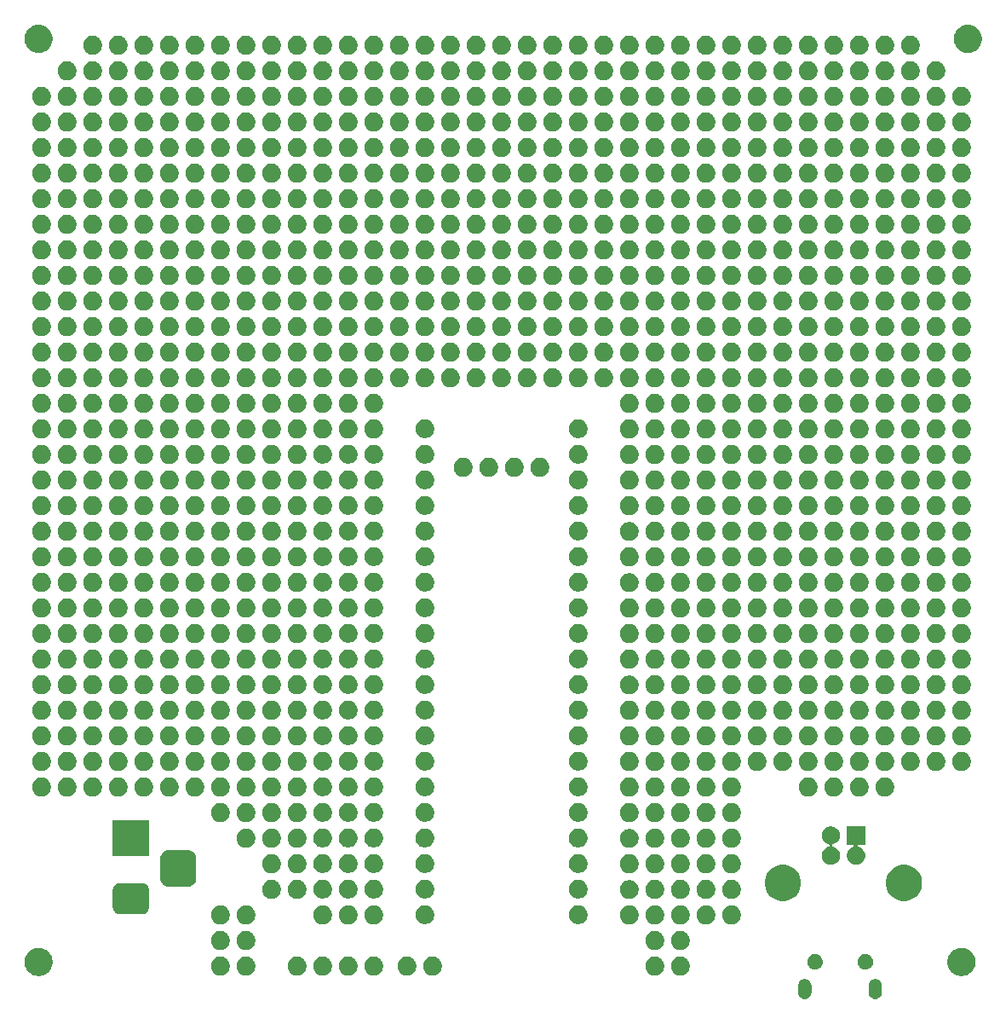
<source format=gbr>
G04 #@! TF.GenerationSoftware,KiCad,Pcbnew,(5.1.5)-3*
G04 #@! TF.CreationDate,2020-07-30T21:21:22+02:00*
G04 #@! TF.ProjectId,BluePill_Breadboard,426c7565-5069-46c6-9c5f-427265616462,rev?*
G04 #@! TF.SameCoordinates,Original*
G04 #@! TF.FileFunction,Soldermask,Bot*
G04 #@! TF.FilePolarity,Negative*
%FSLAX46Y46*%
G04 Gerber Fmt 4.6, Leading zero omitted, Abs format (unit mm)*
G04 Created by KiCad (PCBNEW (5.1.5)-3) date 2020-07-30 21:21:22*
%MOMM*%
%LPD*%
G04 APERTURE LIST*
%ADD10C,0.100000*%
G04 APERTURE END LIST*
D10*
G36*
X172522618Y-139483420D02*
G01*
X172613404Y-139510960D01*
X172645336Y-139520646D01*
X172758425Y-139581094D01*
X172857554Y-139662446D01*
X172938906Y-139761575D01*
X172999354Y-139874664D01*
X173009040Y-139906596D01*
X173036580Y-139997382D01*
X173046000Y-140093027D01*
X173046000Y-140856973D01*
X173036580Y-140952618D01*
X173009040Y-141043404D01*
X172999354Y-141075336D01*
X172938906Y-141188425D01*
X172857554Y-141287553D01*
X172758424Y-141368906D01*
X172645335Y-141429354D01*
X172613403Y-141439040D01*
X172522617Y-141466580D01*
X172395000Y-141479149D01*
X172267382Y-141466580D01*
X172176596Y-141439040D01*
X172144664Y-141429354D01*
X172031575Y-141368906D01*
X171932447Y-141287554D01*
X171851094Y-141188424D01*
X171790646Y-141075335D01*
X171780960Y-141043403D01*
X171753420Y-140952617D01*
X171744000Y-140856972D01*
X171744000Y-140093027D01*
X171753420Y-139997382D01*
X171790645Y-139874668D01*
X171815608Y-139827966D01*
X171851095Y-139761575D01*
X171932447Y-139662446D01*
X172031576Y-139581094D01*
X172144665Y-139520646D01*
X172176597Y-139510960D01*
X172267383Y-139483420D01*
X172395000Y-139470851D01*
X172522618Y-139483420D01*
G37*
G36*
X179522617Y-139483420D02*
G01*
X179613403Y-139510960D01*
X179645335Y-139520646D01*
X179758424Y-139581094D01*
X179857554Y-139662447D01*
X179938906Y-139761575D01*
X179999354Y-139874664D01*
X180009040Y-139906596D01*
X180036580Y-139997382D01*
X180046000Y-140093027D01*
X180046000Y-140856973D01*
X180036580Y-140952618D01*
X180009040Y-141043404D01*
X179999354Y-141075336D01*
X179938906Y-141188425D01*
X179857554Y-141287554D01*
X179758425Y-141368906D01*
X179645336Y-141429354D01*
X179613404Y-141439040D01*
X179522618Y-141466580D01*
X179395000Y-141479149D01*
X179267383Y-141466580D01*
X179176597Y-141439040D01*
X179144665Y-141429354D01*
X179031576Y-141368906D01*
X178932447Y-141287554D01*
X178851095Y-141188425D01*
X178790648Y-141075337D01*
X178790645Y-141075332D01*
X178753420Y-140952618D01*
X178744000Y-140856973D01*
X178744000Y-140093028D01*
X178753420Y-139997383D01*
X178790645Y-139874669D01*
X178790646Y-139874665D01*
X178851094Y-139761576D01*
X178932447Y-139662446D01*
X179031575Y-139581094D01*
X179144664Y-139520646D01*
X179176596Y-139510960D01*
X179267382Y-139483420D01*
X179395000Y-139470851D01*
X179522617Y-139483420D01*
G37*
G36*
X96548433Y-136429893D02*
G01*
X96638657Y-136447839D01*
X96735654Y-136488017D01*
X96893621Y-136553449D01*
X96955806Y-136595000D01*
X97123086Y-136706772D01*
X97318228Y-136901914D01*
X97383098Y-136999000D01*
X97471551Y-137131379D01*
X97533248Y-137280329D01*
X97577161Y-137386343D01*
X97592778Y-137464854D01*
X97631000Y-137657012D01*
X97631000Y-137932988D01*
X97577161Y-138203656D01*
X97471551Y-138458621D01*
X97471550Y-138458622D01*
X97318228Y-138688086D01*
X97123086Y-138883228D01*
X96969763Y-138985675D01*
X96893621Y-139036551D01*
X96744267Y-139098415D01*
X96638657Y-139142161D01*
X96548433Y-139160107D01*
X96367988Y-139196000D01*
X96092012Y-139196000D01*
X95911567Y-139160107D01*
X95821343Y-139142161D01*
X95715733Y-139098415D01*
X95566379Y-139036551D01*
X95490237Y-138985675D01*
X95336914Y-138883228D01*
X95141772Y-138688086D01*
X94988450Y-138458622D01*
X94988449Y-138458621D01*
X94882839Y-138203656D01*
X94829000Y-137932988D01*
X94829000Y-137657012D01*
X94867222Y-137464854D01*
X94882839Y-137386343D01*
X94926752Y-137280329D01*
X94988449Y-137131379D01*
X95076902Y-136999000D01*
X95141772Y-136901914D01*
X95336914Y-136706772D01*
X95504194Y-136595000D01*
X95566379Y-136553449D01*
X95724346Y-136488017D01*
X95821343Y-136447839D01*
X95911567Y-136429893D01*
X96092012Y-136394000D01*
X96367988Y-136394000D01*
X96548433Y-136429893D01*
G37*
G36*
X188278433Y-136429893D02*
G01*
X188368657Y-136447839D01*
X188465654Y-136488017D01*
X188623621Y-136553449D01*
X188685806Y-136595000D01*
X188853086Y-136706772D01*
X189048228Y-136901914D01*
X189113098Y-136999000D01*
X189201551Y-137131379D01*
X189263248Y-137280329D01*
X189307161Y-137386343D01*
X189322778Y-137464854D01*
X189361000Y-137657012D01*
X189361000Y-137932988D01*
X189307161Y-138203656D01*
X189201551Y-138458621D01*
X189201550Y-138458622D01*
X189048228Y-138688086D01*
X188853086Y-138883228D01*
X188699763Y-138985675D01*
X188623621Y-139036551D01*
X188474267Y-139098415D01*
X188368657Y-139142161D01*
X188278433Y-139160107D01*
X188097988Y-139196000D01*
X187822012Y-139196000D01*
X187641567Y-139160107D01*
X187551343Y-139142161D01*
X187445733Y-139098415D01*
X187296379Y-139036551D01*
X187220237Y-138985675D01*
X187066914Y-138883228D01*
X186871772Y-138688086D01*
X186718450Y-138458622D01*
X186718449Y-138458621D01*
X186612839Y-138203656D01*
X186559000Y-137932988D01*
X186559000Y-137657012D01*
X186597222Y-137464854D01*
X186612839Y-137386343D01*
X186656752Y-137280329D01*
X186718449Y-137131379D01*
X186806902Y-136999000D01*
X186871772Y-136901914D01*
X187066914Y-136706772D01*
X187234194Y-136595000D01*
X187296379Y-136553449D01*
X187454346Y-136488017D01*
X187551343Y-136447839D01*
X187641567Y-136429893D01*
X187822012Y-136394000D01*
X188097988Y-136394000D01*
X188278433Y-136429893D01*
G37*
G36*
X114574187Y-137291123D02*
G01*
X114745255Y-137361982D01*
X114745257Y-137361983D01*
X114813262Y-137407423D01*
X114899214Y-137464854D01*
X115030146Y-137595786D01*
X115133018Y-137749745D01*
X115203877Y-137920813D01*
X115240000Y-138102417D01*
X115240000Y-138287583D01*
X115203877Y-138469187D01*
X115133018Y-138640255D01*
X115133017Y-138640257D01*
X115030145Y-138794215D01*
X114899215Y-138925145D01*
X114745257Y-139028017D01*
X114745256Y-139028018D01*
X114745255Y-139028018D01*
X114574187Y-139098877D01*
X114392583Y-139135000D01*
X114207417Y-139135000D01*
X114025813Y-139098877D01*
X113854745Y-139028018D01*
X113854744Y-139028018D01*
X113854743Y-139028017D01*
X113700785Y-138925145D01*
X113569855Y-138794215D01*
X113466983Y-138640257D01*
X113466982Y-138640255D01*
X113396123Y-138469187D01*
X113360000Y-138287583D01*
X113360000Y-138102417D01*
X113396123Y-137920813D01*
X113466982Y-137749745D01*
X113569854Y-137595786D01*
X113700786Y-137464854D01*
X113786738Y-137407423D01*
X113854743Y-137361983D01*
X113854745Y-137361982D01*
X114025813Y-137291123D01*
X114207417Y-137255000D01*
X114392583Y-137255000D01*
X114574187Y-137291123D01*
G37*
G36*
X135656187Y-137291123D02*
G01*
X135827255Y-137361982D01*
X135827257Y-137361983D01*
X135895262Y-137407423D01*
X135981214Y-137464854D01*
X136112146Y-137595786D01*
X136215018Y-137749745D01*
X136285877Y-137920813D01*
X136322000Y-138102417D01*
X136322000Y-138287583D01*
X136285877Y-138469187D01*
X136215018Y-138640255D01*
X136215017Y-138640257D01*
X136112145Y-138794215D01*
X135981215Y-138925145D01*
X135827257Y-139028017D01*
X135827256Y-139028018D01*
X135827255Y-139028018D01*
X135656187Y-139098877D01*
X135474583Y-139135000D01*
X135289417Y-139135000D01*
X135107813Y-139098877D01*
X134936745Y-139028018D01*
X134936744Y-139028018D01*
X134936743Y-139028017D01*
X134782785Y-138925145D01*
X134651855Y-138794215D01*
X134548983Y-138640257D01*
X134548982Y-138640255D01*
X134478123Y-138469187D01*
X134442000Y-138287583D01*
X134442000Y-138102417D01*
X134478123Y-137920813D01*
X134548982Y-137749745D01*
X134651854Y-137595786D01*
X134782786Y-137464854D01*
X134868738Y-137407423D01*
X134936743Y-137361983D01*
X134936745Y-137361982D01*
X135107813Y-137291123D01*
X135289417Y-137255000D01*
X135474583Y-137255000D01*
X135656187Y-137291123D01*
G37*
G36*
X129814187Y-137291123D02*
G01*
X129985255Y-137361982D01*
X129985257Y-137361983D01*
X130053262Y-137407423D01*
X130139214Y-137464854D01*
X130270146Y-137595786D01*
X130373018Y-137749745D01*
X130443877Y-137920813D01*
X130480000Y-138102417D01*
X130480000Y-138287583D01*
X130443877Y-138469187D01*
X130373018Y-138640255D01*
X130373017Y-138640257D01*
X130270145Y-138794215D01*
X130139215Y-138925145D01*
X129985257Y-139028017D01*
X129985256Y-139028018D01*
X129985255Y-139028018D01*
X129814187Y-139098877D01*
X129632583Y-139135000D01*
X129447417Y-139135000D01*
X129265813Y-139098877D01*
X129094745Y-139028018D01*
X129094744Y-139028018D01*
X129094743Y-139028017D01*
X128940785Y-138925145D01*
X128809855Y-138794215D01*
X128706983Y-138640257D01*
X128706982Y-138640255D01*
X128636123Y-138469187D01*
X128600000Y-138287583D01*
X128600000Y-138102417D01*
X128636123Y-137920813D01*
X128706982Y-137749745D01*
X128809854Y-137595786D01*
X128940786Y-137464854D01*
X129026738Y-137407423D01*
X129094743Y-137361983D01*
X129094745Y-137361982D01*
X129265813Y-137291123D01*
X129447417Y-137255000D01*
X129632583Y-137255000D01*
X129814187Y-137291123D01*
G37*
G36*
X122194187Y-137291123D02*
G01*
X122365255Y-137361982D01*
X122365257Y-137361983D01*
X122433262Y-137407423D01*
X122519214Y-137464854D01*
X122650146Y-137595786D01*
X122753018Y-137749745D01*
X122823877Y-137920813D01*
X122860000Y-138102417D01*
X122860000Y-138287583D01*
X122823877Y-138469187D01*
X122753018Y-138640255D01*
X122753017Y-138640257D01*
X122650145Y-138794215D01*
X122519215Y-138925145D01*
X122365257Y-139028017D01*
X122365256Y-139028018D01*
X122365255Y-139028018D01*
X122194187Y-139098877D01*
X122012583Y-139135000D01*
X121827417Y-139135000D01*
X121645813Y-139098877D01*
X121474745Y-139028018D01*
X121474744Y-139028018D01*
X121474743Y-139028017D01*
X121320785Y-138925145D01*
X121189855Y-138794215D01*
X121086983Y-138640257D01*
X121086982Y-138640255D01*
X121016123Y-138469187D01*
X120980000Y-138287583D01*
X120980000Y-138102417D01*
X121016123Y-137920813D01*
X121086982Y-137749745D01*
X121189854Y-137595786D01*
X121320786Y-137464854D01*
X121406738Y-137407423D01*
X121474743Y-137361983D01*
X121474745Y-137361982D01*
X121645813Y-137291123D01*
X121827417Y-137255000D01*
X122012583Y-137255000D01*
X122194187Y-137291123D01*
G37*
G36*
X127274187Y-137291123D02*
G01*
X127445255Y-137361982D01*
X127445257Y-137361983D01*
X127513262Y-137407423D01*
X127599214Y-137464854D01*
X127730146Y-137595786D01*
X127833018Y-137749745D01*
X127903877Y-137920813D01*
X127940000Y-138102417D01*
X127940000Y-138287583D01*
X127903877Y-138469187D01*
X127833018Y-138640255D01*
X127833017Y-138640257D01*
X127730145Y-138794215D01*
X127599215Y-138925145D01*
X127445257Y-139028017D01*
X127445256Y-139028018D01*
X127445255Y-139028018D01*
X127274187Y-139098877D01*
X127092583Y-139135000D01*
X126907417Y-139135000D01*
X126725813Y-139098877D01*
X126554745Y-139028018D01*
X126554744Y-139028018D01*
X126554743Y-139028017D01*
X126400785Y-138925145D01*
X126269855Y-138794215D01*
X126166983Y-138640257D01*
X126166982Y-138640255D01*
X126096123Y-138469187D01*
X126060000Y-138287583D01*
X126060000Y-138102417D01*
X126096123Y-137920813D01*
X126166982Y-137749745D01*
X126269854Y-137595786D01*
X126400786Y-137464854D01*
X126486738Y-137407423D01*
X126554743Y-137361983D01*
X126554745Y-137361982D01*
X126725813Y-137291123D01*
X126907417Y-137255000D01*
X127092583Y-137255000D01*
X127274187Y-137291123D01*
G37*
G36*
X124734187Y-137291123D02*
G01*
X124905255Y-137361982D01*
X124905257Y-137361983D01*
X124973262Y-137407423D01*
X125059214Y-137464854D01*
X125190146Y-137595786D01*
X125293018Y-137749745D01*
X125363877Y-137920813D01*
X125400000Y-138102417D01*
X125400000Y-138287583D01*
X125363877Y-138469187D01*
X125293018Y-138640255D01*
X125293017Y-138640257D01*
X125190145Y-138794215D01*
X125059215Y-138925145D01*
X124905257Y-139028017D01*
X124905256Y-139028018D01*
X124905255Y-139028018D01*
X124734187Y-139098877D01*
X124552583Y-139135000D01*
X124367417Y-139135000D01*
X124185813Y-139098877D01*
X124014745Y-139028018D01*
X124014744Y-139028018D01*
X124014743Y-139028017D01*
X123860785Y-138925145D01*
X123729855Y-138794215D01*
X123626983Y-138640257D01*
X123626982Y-138640255D01*
X123556123Y-138469187D01*
X123520000Y-138287583D01*
X123520000Y-138102417D01*
X123556123Y-137920813D01*
X123626982Y-137749745D01*
X123729854Y-137595786D01*
X123860786Y-137464854D01*
X123946738Y-137407423D01*
X124014743Y-137361983D01*
X124014745Y-137361982D01*
X124185813Y-137291123D01*
X124367417Y-137255000D01*
X124552583Y-137255000D01*
X124734187Y-137291123D01*
G37*
G36*
X117114187Y-137291123D02*
G01*
X117285255Y-137361982D01*
X117285257Y-137361983D01*
X117353262Y-137407423D01*
X117439214Y-137464854D01*
X117570146Y-137595786D01*
X117673018Y-137749745D01*
X117743877Y-137920813D01*
X117780000Y-138102417D01*
X117780000Y-138287583D01*
X117743877Y-138469187D01*
X117673018Y-138640255D01*
X117673017Y-138640257D01*
X117570145Y-138794215D01*
X117439215Y-138925145D01*
X117285257Y-139028017D01*
X117285256Y-139028018D01*
X117285255Y-139028018D01*
X117114187Y-139098877D01*
X116932583Y-139135000D01*
X116747417Y-139135000D01*
X116565813Y-139098877D01*
X116394745Y-139028018D01*
X116394744Y-139028018D01*
X116394743Y-139028017D01*
X116240785Y-138925145D01*
X116109855Y-138794215D01*
X116006983Y-138640257D01*
X116006982Y-138640255D01*
X115936123Y-138469187D01*
X115900000Y-138287583D01*
X115900000Y-138102417D01*
X115936123Y-137920813D01*
X116006982Y-137749745D01*
X116109854Y-137595786D01*
X116240786Y-137464854D01*
X116326738Y-137407423D01*
X116394743Y-137361983D01*
X116394745Y-137361982D01*
X116565813Y-137291123D01*
X116747417Y-137255000D01*
X116932583Y-137255000D01*
X117114187Y-137291123D01*
G37*
G36*
X157754187Y-137291123D02*
G01*
X157925255Y-137361982D01*
X157925257Y-137361983D01*
X157993262Y-137407423D01*
X158079214Y-137464854D01*
X158210146Y-137595786D01*
X158313018Y-137749745D01*
X158383877Y-137920813D01*
X158420000Y-138102417D01*
X158420000Y-138287583D01*
X158383877Y-138469187D01*
X158313018Y-138640255D01*
X158313017Y-138640257D01*
X158210145Y-138794215D01*
X158079215Y-138925145D01*
X157925257Y-139028017D01*
X157925256Y-139028018D01*
X157925255Y-139028018D01*
X157754187Y-139098877D01*
X157572583Y-139135000D01*
X157387417Y-139135000D01*
X157205813Y-139098877D01*
X157034745Y-139028018D01*
X157034744Y-139028018D01*
X157034743Y-139028017D01*
X156880785Y-138925145D01*
X156749855Y-138794215D01*
X156646983Y-138640257D01*
X156646982Y-138640255D01*
X156576123Y-138469187D01*
X156540000Y-138287583D01*
X156540000Y-138102417D01*
X156576123Y-137920813D01*
X156646982Y-137749745D01*
X156749854Y-137595786D01*
X156880786Y-137464854D01*
X156966738Y-137407423D01*
X157034743Y-137361983D01*
X157034745Y-137361982D01*
X157205813Y-137291123D01*
X157387417Y-137255000D01*
X157572583Y-137255000D01*
X157754187Y-137291123D01*
G37*
G36*
X160294187Y-137291123D02*
G01*
X160465255Y-137361982D01*
X160465257Y-137361983D01*
X160533262Y-137407423D01*
X160619214Y-137464854D01*
X160750146Y-137595786D01*
X160853018Y-137749745D01*
X160923877Y-137920813D01*
X160960000Y-138102417D01*
X160960000Y-138287583D01*
X160923877Y-138469187D01*
X160853018Y-138640255D01*
X160853017Y-138640257D01*
X160750145Y-138794215D01*
X160619215Y-138925145D01*
X160465257Y-139028017D01*
X160465256Y-139028018D01*
X160465255Y-139028018D01*
X160294187Y-139098877D01*
X160112583Y-139135000D01*
X159927417Y-139135000D01*
X159745813Y-139098877D01*
X159574745Y-139028018D01*
X159574744Y-139028018D01*
X159574743Y-139028017D01*
X159420785Y-138925145D01*
X159289855Y-138794215D01*
X159186983Y-138640257D01*
X159186982Y-138640255D01*
X159116123Y-138469187D01*
X159080000Y-138287583D01*
X159080000Y-138102417D01*
X159116123Y-137920813D01*
X159186982Y-137749745D01*
X159289854Y-137595786D01*
X159420786Y-137464854D01*
X159506738Y-137407423D01*
X159574743Y-137361983D01*
X159574745Y-137361982D01*
X159745813Y-137291123D01*
X159927417Y-137255000D01*
X160112583Y-137255000D01*
X160294187Y-137291123D01*
G37*
G36*
X133116187Y-137291123D02*
G01*
X133287255Y-137361982D01*
X133287257Y-137361983D01*
X133355262Y-137407423D01*
X133441214Y-137464854D01*
X133572146Y-137595786D01*
X133675018Y-137749745D01*
X133745877Y-137920813D01*
X133782000Y-138102417D01*
X133782000Y-138287583D01*
X133745877Y-138469187D01*
X133675018Y-138640255D01*
X133675017Y-138640257D01*
X133572145Y-138794215D01*
X133441215Y-138925145D01*
X133287257Y-139028017D01*
X133287256Y-139028018D01*
X133287255Y-139028018D01*
X133116187Y-139098877D01*
X132934583Y-139135000D01*
X132749417Y-139135000D01*
X132567813Y-139098877D01*
X132396745Y-139028018D01*
X132396744Y-139028018D01*
X132396743Y-139028017D01*
X132242785Y-138925145D01*
X132111855Y-138794215D01*
X132008983Y-138640257D01*
X132008982Y-138640255D01*
X131938123Y-138469187D01*
X131902000Y-138287583D01*
X131902000Y-138102417D01*
X131938123Y-137920813D01*
X132008982Y-137749745D01*
X132111854Y-137595786D01*
X132242786Y-137464854D01*
X132328738Y-137407423D01*
X132396743Y-137361983D01*
X132396745Y-137361982D01*
X132567813Y-137291123D01*
X132749417Y-137255000D01*
X132934583Y-137255000D01*
X133116187Y-137291123D01*
G37*
G36*
X173621348Y-137028820D02*
G01*
X173621350Y-137028821D01*
X173621351Y-137028821D01*
X173762574Y-137087317D01*
X173762577Y-137087319D01*
X173889669Y-137172239D01*
X173997761Y-137280331D01*
X174052318Y-137361982D01*
X174082683Y-137407426D01*
X174141179Y-137548649D01*
X174141180Y-137548652D01*
X174171000Y-137698569D01*
X174171000Y-137851431D01*
X174154778Y-137932986D01*
X174141179Y-138001351D01*
X174082683Y-138142574D01*
X174082681Y-138142577D01*
X173997761Y-138269669D01*
X173889669Y-138377761D01*
X173768653Y-138458621D01*
X173762574Y-138462683D01*
X173621351Y-138521179D01*
X173621350Y-138521179D01*
X173621348Y-138521180D01*
X173471431Y-138551000D01*
X173318569Y-138551000D01*
X173168652Y-138521180D01*
X173168650Y-138521179D01*
X173168649Y-138521179D01*
X173027426Y-138462683D01*
X173021347Y-138458621D01*
X172900331Y-138377761D01*
X172792239Y-138269669D01*
X172707319Y-138142577D01*
X172707317Y-138142574D01*
X172648821Y-138001351D01*
X172635223Y-137932986D01*
X172619000Y-137851431D01*
X172619000Y-137698569D01*
X172648820Y-137548652D01*
X172648821Y-137548649D01*
X172707317Y-137407426D01*
X172737682Y-137361982D01*
X172792239Y-137280331D01*
X172900331Y-137172239D01*
X173027423Y-137087319D01*
X173027426Y-137087317D01*
X173168649Y-137028821D01*
X173168650Y-137028821D01*
X173168652Y-137028820D01*
X173318569Y-136999000D01*
X173471431Y-136999000D01*
X173621348Y-137028820D01*
G37*
G36*
X178621348Y-137028820D02*
G01*
X178621350Y-137028821D01*
X178621351Y-137028821D01*
X178762574Y-137087317D01*
X178762577Y-137087319D01*
X178889669Y-137172239D01*
X178997761Y-137280331D01*
X179052318Y-137361982D01*
X179082683Y-137407426D01*
X179141179Y-137548649D01*
X179141180Y-137548652D01*
X179171000Y-137698569D01*
X179171000Y-137851431D01*
X179154778Y-137932986D01*
X179141179Y-138001351D01*
X179082683Y-138142574D01*
X179082681Y-138142577D01*
X178997761Y-138269669D01*
X178889669Y-138377761D01*
X178768653Y-138458621D01*
X178762574Y-138462683D01*
X178621351Y-138521179D01*
X178621350Y-138521179D01*
X178621348Y-138521180D01*
X178471431Y-138551000D01*
X178318569Y-138551000D01*
X178168652Y-138521180D01*
X178168650Y-138521179D01*
X178168649Y-138521179D01*
X178027426Y-138462683D01*
X178021347Y-138458621D01*
X177900331Y-138377761D01*
X177792239Y-138269669D01*
X177707319Y-138142577D01*
X177707317Y-138142574D01*
X177648821Y-138001351D01*
X177635223Y-137932986D01*
X177619000Y-137851431D01*
X177619000Y-137698569D01*
X177648820Y-137548652D01*
X177648821Y-137548649D01*
X177707317Y-137407426D01*
X177737682Y-137361982D01*
X177792239Y-137280331D01*
X177900331Y-137172239D01*
X178027423Y-137087319D01*
X178027426Y-137087317D01*
X178168649Y-137028821D01*
X178168650Y-137028821D01*
X178168652Y-137028820D01*
X178318569Y-136999000D01*
X178471431Y-136999000D01*
X178621348Y-137028820D01*
G37*
G36*
X160294187Y-134751123D02*
G01*
X160465255Y-134821982D01*
X160465257Y-134821983D01*
X160542758Y-134873768D01*
X160619214Y-134924854D01*
X160750146Y-135055786D01*
X160853018Y-135209745D01*
X160923877Y-135380813D01*
X160960000Y-135562417D01*
X160960000Y-135747583D01*
X160923877Y-135929187D01*
X160853018Y-136100255D01*
X160853017Y-136100257D01*
X160750145Y-136254215D01*
X160619215Y-136385145D01*
X160465257Y-136488017D01*
X160465256Y-136488018D01*
X160465255Y-136488018D01*
X160294187Y-136558877D01*
X160112583Y-136595000D01*
X159927417Y-136595000D01*
X159745813Y-136558877D01*
X159574745Y-136488018D01*
X159574744Y-136488018D01*
X159574743Y-136488017D01*
X159420785Y-136385145D01*
X159289855Y-136254215D01*
X159186983Y-136100257D01*
X159186982Y-136100255D01*
X159116123Y-135929187D01*
X159080000Y-135747583D01*
X159080000Y-135562417D01*
X159116123Y-135380813D01*
X159186982Y-135209745D01*
X159289854Y-135055786D01*
X159420786Y-134924854D01*
X159497242Y-134873768D01*
X159574743Y-134821983D01*
X159574745Y-134821982D01*
X159745813Y-134751123D01*
X159927417Y-134715000D01*
X160112583Y-134715000D01*
X160294187Y-134751123D01*
G37*
G36*
X157754187Y-134751123D02*
G01*
X157925255Y-134821982D01*
X157925257Y-134821983D01*
X158002758Y-134873768D01*
X158079214Y-134924854D01*
X158210146Y-135055786D01*
X158313018Y-135209745D01*
X158383877Y-135380813D01*
X158420000Y-135562417D01*
X158420000Y-135747583D01*
X158383877Y-135929187D01*
X158313018Y-136100255D01*
X158313017Y-136100257D01*
X158210145Y-136254215D01*
X158079215Y-136385145D01*
X157925257Y-136488017D01*
X157925256Y-136488018D01*
X157925255Y-136488018D01*
X157754187Y-136558877D01*
X157572583Y-136595000D01*
X157387417Y-136595000D01*
X157205813Y-136558877D01*
X157034745Y-136488018D01*
X157034744Y-136488018D01*
X157034743Y-136488017D01*
X156880785Y-136385145D01*
X156749855Y-136254215D01*
X156646983Y-136100257D01*
X156646982Y-136100255D01*
X156576123Y-135929187D01*
X156540000Y-135747583D01*
X156540000Y-135562417D01*
X156576123Y-135380813D01*
X156646982Y-135209745D01*
X156749854Y-135055786D01*
X156880786Y-134924854D01*
X156957242Y-134873768D01*
X157034743Y-134821983D01*
X157034745Y-134821982D01*
X157205813Y-134751123D01*
X157387417Y-134715000D01*
X157572583Y-134715000D01*
X157754187Y-134751123D01*
G37*
G36*
X114574187Y-134751123D02*
G01*
X114745255Y-134821982D01*
X114745257Y-134821983D01*
X114822758Y-134873768D01*
X114899214Y-134924854D01*
X115030146Y-135055786D01*
X115133018Y-135209745D01*
X115203877Y-135380813D01*
X115240000Y-135562417D01*
X115240000Y-135747583D01*
X115203877Y-135929187D01*
X115133018Y-136100255D01*
X115133017Y-136100257D01*
X115030145Y-136254215D01*
X114899215Y-136385145D01*
X114745257Y-136488017D01*
X114745256Y-136488018D01*
X114745255Y-136488018D01*
X114574187Y-136558877D01*
X114392583Y-136595000D01*
X114207417Y-136595000D01*
X114025813Y-136558877D01*
X113854745Y-136488018D01*
X113854744Y-136488018D01*
X113854743Y-136488017D01*
X113700785Y-136385145D01*
X113569855Y-136254215D01*
X113466983Y-136100257D01*
X113466982Y-136100255D01*
X113396123Y-135929187D01*
X113360000Y-135747583D01*
X113360000Y-135562417D01*
X113396123Y-135380813D01*
X113466982Y-135209745D01*
X113569854Y-135055786D01*
X113700786Y-134924854D01*
X113777242Y-134873768D01*
X113854743Y-134821983D01*
X113854745Y-134821982D01*
X114025813Y-134751123D01*
X114207417Y-134715000D01*
X114392583Y-134715000D01*
X114574187Y-134751123D01*
G37*
G36*
X117114187Y-134751123D02*
G01*
X117285255Y-134821982D01*
X117285257Y-134821983D01*
X117362758Y-134873768D01*
X117439214Y-134924854D01*
X117570146Y-135055786D01*
X117673018Y-135209745D01*
X117743877Y-135380813D01*
X117780000Y-135562417D01*
X117780000Y-135747583D01*
X117743877Y-135929187D01*
X117673018Y-136100255D01*
X117673017Y-136100257D01*
X117570145Y-136254215D01*
X117439215Y-136385145D01*
X117285257Y-136488017D01*
X117285256Y-136488018D01*
X117285255Y-136488018D01*
X117114187Y-136558877D01*
X116932583Y-136595000D01*
X116747417Y-136595000D01*
X116565813Y-136558877D01*
X116394745Y-136488018D01*
X116394744Y-136488018D01*
X116394743Y-136488017D01*
X116240785Y-136385145D01*
X116109855Y-136254215D01*
X116006983Y-136100257D01*
X116006982Y-136100255D01*
X115936123Y-135929187D01*
X115900000Y-135747583D01*
X115900000Y-135562417D01*
X115936123Y-135380813D01*
X116006982Y-135209745D01*
X116109854Y-135055786D01*
X116240786Y-134924854D01*
X116317242Y-134873768D01*
X116394743Y-134821983D01*
X116394745Y-134821982D01*
X116565813Y-134751123D01*
X116747417Y-134715000D01*
X116932583Y-134715000D01*
X117114187Y-134751123D01*
G37*
G36*
X129814187Y-132211123D02*
G01*
X129957535Y-132270500D01*
X129985257Y-132281983D01*
X130139215Y-132384855D01*
X130270145Y-132515785D01*
X130360322Y-132650743D01*
X130373018Y-132669745D01*
X130443877Y-132840813D01*
X130480000Y-133022417D01*
X130480000Y-133207583D01*
X130443877Y-133389187D01*
X130373018Y-133560255D01*
X130282841Y-133695215D01*
X130270145Y-133714215D01*
X130139215Y-133845145D01*
X129985257Y-133948017D01*
X129985256Y-133948018D01*
X129985255Y-133948018D01*
X129814187Y-134018877D01*
X129632583Y-134055000D01*
X129447417Y-134055000D01*
X129265813Y-134018877D01*
X129094745Y-133948018D01*
X129094744Y-133948018D01*
X129094743Y-133948017D01*
X128940785Y-133845145D01*
X128809855Y-133714215D01*
X128797160Y-133695215D01*
X128706982Y-133560255D01*
X128636123Y-133389187D01*
X128600000Y-133207583D01*
X128600000Y-133022417D01*
X128636123Y-132840813D01*
X128706982Y-132669745D01*
X128719679Y-132650743D01*
X128809855Y-132515785D01*
X128940785Y-132384855D01*
X129094743Y-132281983D01*
X129122465Y-132270500D01*
X129265813Y-132211123D01*
X129447417Y-132175000D01*
X129632583Y-132175000D01*
X129814187Y-132211123D01*
G37*
G36*
X127274187Y-132211123D02*
G01*
X127417535Y-132270500D01*
X127445257Y-132281983D01*
X127599215Y-132384855D01*
X127730145Y-132515785D01*
X127820322Y-132650743D01*
X127833018Y-132669745D01*
X127903877Y-132840813D01*
X127940000Y-133022417D01*
X127940000Y-133207583D01*
X127903877Y-133389187D01*
X127833018Y-133560255D01*
X127742841Y-133695215D01*
X127730145Y-133714215D01*
X127599215Y-133845145D01*
X127445257Y-133948017D01*
X127445256Y-133948018D01*
X127445255Y-133948018D01*
X127274187Y-134018877D01*
X127092583Y-134055000D01*
X126907417Y-134055000D01*
X126725813Y-134018877D01*
X126554745Y-133948018D01*
X126554744Y-133948018D01*
X126554743Y-133948017D01*
X126400785Y-133845145D01*
X126269855Y-133714215D01*
X126257160Y-133695215D01*
X126166982Y-133560255D01*
X126096123Y-133389187D01*
X126060000Y-133207583D01*
X126060000Y-133022417D01*
X126096123Y-132840813D01*
X126166982Y-132669745D01*
X126179679Y-132650743D01*
X126269855Y-132515785D01*
X126400785Y-132384855D01*
X126554743Y-132281983D01*
X126582465Y-132270500D01*
X126725813Y-132211123D01*
X126907417Y-132175000D01*
X127092583Y-132175000D01*
X127274187Y-132211123D01*
G37*
G36*
X124734187Y-132211123D02*
G01*
X124877535Y-132270500D01*
X124905257Y-132281983D01*
X125059215Y-132384855D01*
X125190145Y-132515785D01*
X125280322Y-132650743D01*
X125293018Y-132669745D01*
X125363877Y-132840813D01*
X125400000Y-133022417D01*
X125400000Y-133207583D01*
X125363877Y-133389187D01*
X125293018Y-133560255D01*
X125202841Y-133695215D01*
X125190145Y-133714215D01*
X125059215Y-133845145D01*
X124905257Y-133948017D01*
X124905256Y-133948018D01*
X124905255Y-133948018D01*
X124734187Y-134018877D01*
X124552583Y-134055000D01*
X124367417Y-134055000D01*
X124185813Y-134018877D01*
X124014745Y-133948018D01*
X124014744Y-133948018D01*
X124014743Y-133948017D01*
X123860785Y-133845145D01*
X123729855Y-133714215D01*
X123717160Y-133695215D01*
X123626982Y-133560255D01*
X123556123Y-133389187D01*
X123520000Y-133207583D01*
X123520000Y-133022417D01*
X123556123Y-132840813D01*
X123626982Y-132669745D01*
X123639679Y-132650743D01*
X123729855Y-132515785D01*
X123860785Y-132384855D01*
X124014743Y-132281983D01*
X124042465Y-132270500D01*
X124185813Y-132211123D01*
X124367417Y-132175000D01*
X124552583Y-132175000D01*
X124734187Y-132211123D01*
G37*
G36*
X155214187Y-132211123D02*
G01*
X155357535Y-132270500D01*
X155385257Y-132281983D01*
X155539215Y-132384855D01*
X155670145Y-132515785D01*
X155760322Y-132650743D01*
X155773018Y-132669745D01*
X155843877Y-132840813D01*
X155880000Y-133022417D01*
X155880000Y-133207583D01*
X155843877Y-133389187D01*
X155773018Y-133560255D01*
X155682841Y-133695215D01*
X155670145Y-133714215D01*
X155539215Y-133845145D01*
X155385257Y-133948017D01*
X155385256Y-133948018D01*
X155385255Y-133948018D01*
X155214187Y-134018877D01*
X155032583Y-134055000D01*
X154847417Y-134055000D01*
X154665813Y-134018877D01*
X154494745Y-133948018D01*
X154494744Y-133948018D01*
X154494743Y-133948017D01*
X154340785Y-133845145D01*
X154209855Y-133714215D01*
X154197160Y-133695215D01*
X154106982Y-133560255D01*
X154036123Y-133389187D01*
X154000000Y-133207583D01*
X154000000Y-133022417D01*
X154036123Y-132840813D01*
X154106982Y-132669745D01*
X154119679Y-132650743D01*
X154209855Y-132515785D01*
X154340785Y-132384855D01*
X154494743Y-132281983D01*
X154522465Y-132270500D01*
X154665813Y-132211123D01*
X154847417Y-132175000D01*
X155032583Y-132175000D01*
X155214187Y-132211123D01*
G37*
G36*
X160294187Y-132211123D02*
G01*
X160437535Y-132270500D01*
X160465257Y-132281983D01*
X160619215Y-132384855D01*
X160750145Y-132515785D01*
X160840322Y-132650743D01*
X160853018Y-132669745D01*
X160923877Y-132840813D01*
X160960000Y-133022417D01*
X160960000Y-133207583D01*
X160923877Y-133389187D01*
X160853018Y-133560255D01*
X160762841Y-133695215D01*
X160750145Y-133714215D01*
X160619215Y-133845145D01*
X160465257Y-133948017D01*
X160465256Y-133948018D01*
X160465255Y-133948018D01*
X160294187Y-134018877D01*
X160112583Y-134055000D01*
X159927417Y-134055000D01*
X159745813Y-134018877D01*
X159574745Y-133948018D01*
X159574744Y-133948018D01*
X159574743Y-133948017D01*
X159420785Y-133845145D01*
X159289855Y-133714215D01*
X159277160Y-133695215D01*
X159186982Y-133560255D01*
X159116123Y-133389187D01*
X159080000Y-133207583D01*
X159080000Y-133022417D01*
X159116123Y-132840813D01*
X159186982Y-132669745D01*
X159199679Y-132650743D01*
X159289855Y-132515785D01*
X159420785Y-132384855D01*
X159574743Y-132281983D01*
X159602465Y-132270500D01*
X159745813Y-132211123D01*
X159927417Y-132175000D01*
X160112583Y-132175000D01*
X160294187Y-132211123D01*
G37*
G36*
X157754187Y-132211123D02*
G01*
X157897535Y-132270500D01*
X157925257Y-132281983D01*
X158079215Y-132384855D01*
X158210145Y-132515785D01*
X158300322Y-132650743D01*
X158313018Y-132669745D01*
X158383877Y-132840813D01*
X158420000Y-133022417D01*
X158420000Y-133207583D01*
X158383877Y-133389187D01*
X158313018Y-133560255D01*
X158222841Y-133695215D01*
X158210145Y-133714215D01*
X158079215Y-133845145D01*
X157925257Y-133948017D01*
X157925256Y-133948018D01*
X157925255Y-133948018D01*
X157754187Y-134018877D01*
X157572583Y-134055000D01*
X157387417Y-134055000D01*
X157205813Y-134018877D01*
X157034745Y-133948018D01*
X157034744Y-133948018D01*
X157034743Y-133948017D01*
X156880785Y-133845145D01*
X156749855Y-133714215D01*
X156737160Y-133695215D01*
X156646982Y-133560255D01*
X156576123Y-133389187D01*
X156540000Y-133207583D01*
X156540000Y-133022417D01*
X156576123Y-132840813D01*
X156646982Y-132669745D01*
X156659679Y-132650743D01*
X156749855Y-132515785D01*
X156880785Y-132384855D01*
X157034743Y-132281983D01*
X157062465Y-132270500D01*
X157205813Y-132211123D01*
X157387417Y-132175000D01*
X157572583Y-132175000D01*
X157754187Y-132211123D01*
G37*
G36*
X162834187Y-132211123D02*
G01*
X162977535Y-132270500D01*
X163005257Y-132281983D01*
X163159215Y-132384855D01*
X163290145Y-132515785D01*
X163380322Y-132650743D01*
X163393018Y-132669745D01*
X163463877Y-132840813D01*
X163500000Y-133022417D01*
X163500000Y-133207583D01*
X163463877Y-133389187D01*
X163393018Y-133560255D01*
X163302841Y-133695215D01*
X163290145Y-133714215D01*
X163159215Y-133845145D01*
X163005257Y-133948017D01*
X163005256Y-133948018D01*
X163005255Y-133948018D01*
X162834187Y-134018877D01*
X162652583Y-134055000D01*
X162467417Y-134055000D01*
X162285813Y-134018877D01*
X162114745Y-133948018D01*
X162114744Y-133948018D01*
X162114743Y-133948017D01*
X161960785Y-133845145D01*
X161829855Y-133714215D01*
X161817160Y-133695215D01*
X161726982Y-133560255D01*
X161656123Y-133389187D01*
X161620000Y-133207583D01*
X161620000Y-133022417D01*
X161656123Y-132840813D01*
X161726982Y-132669745D01*
X161739679Y-132650743D01*
X161829855Y-132515785D01*
X161960785Y-132384855D01*
X162114743Y-132281983D01*
X162142465Y-132270500D01*
X162285813Y-132211123D01*
X162467417Y-132175000D01*
X162652583Y-132175000D01*
X162834187Y-132211123D01*
G37*
G36*
X165374187Y-132211123D02*
G01*
X165517535Y-132270500D01*
X165545257Y-132281983D01*
X165699215Y-132384855D01*
X165830145Y-132515785D01*
X165920322Y-132650743D01*
X165933018Y-132669745D01*
X166003877Y-132840813D01*
X166040000Y-133022417D01*
X166040000Y-133207583D01*
X166003877Y-133389187D01*
X165933018Y-133560255D01*
X165842841Y-133695215D01*
X165830145Y-133714215D01*
X165699215Y-133845145D01*
X165545257Y-133948017D01*
X165545256Y-133948018D01*
X165545255Y-133948018D01*
X165374187Y-134018877D01*
X165192583Y-134055000D01*
X165007417Y-134055000D01*
X164825813Y-134018877D01*
X164654745Y-133948018D01*
X164654744Y-133948018D01*
X164654743Y-133948017D01*
X164500785Y-133845145D01*
X164369855Y-133714215D01*
X164357160Y-133695215D01*
X164266982Y-133560255D01*
X164196123Y-133389187D01*
X164160000Y-133207583D01*
X164160000Y-133022417D01*
X164196123Y-132840813D01*
X164266982Y-132669745D01*
X164279679Y-132650743D01*
X164369855Y-132515785D01*
X164500785Y-132384855D01*
X164654743Y-132281983D01*
X164682465Y-132270500D01*
X164825813Y-132211123D01*
X165007417Y-132175000D01*
X165192583Y-132175000D01*
X165374187Y-132211123D01*
G37*
G36*
X114574187Y-132211123D02*
G01*
X114717535Y-132270500D01*
X114745257Y-132281983D01*
X114899215Y-132384855D01*
X115030145Y-132515785D01*
X115120322Y-132650743D01*
X115133018Y-132669745D01*
X115203877Y-132840813D01*
X115240000Y-133022417D01*
X115240000Y-133207583D01*
X115203877Y-133389187D01*
X115133018Y-133560255D01*
X115042841Y-133695215D01*
X115030145Y-133714215D01*
X114899215Y-133845145D01*
X114745257Y-133948017D01*
X114745256Y-133948018D01*
X114745255Y-133948018D01*
X114574187Y-134018877D01*
X114392583Y-134055000D01*
X114207417Y-134055000D01*
X114025813Y-134018877D01*
X113854745Y-133948018D01*
X113854744Y-133948018D01*
X113854743Y-133948017D01*
X113700785Y-133845145D01*
X113569855Y-133714215D01*
X113557160Y-133695215D01*
X113466982Y-133560255D01*
X113396123Y-133389187D01*
X113360000Y-133207583D01*
X113360000Y-133022417D01*
X113396123Y-132840813D01*
X113466982Y-132669745D01*
X113479679Y-132650743D01*
X113569855Y-132515785D01*
X113700785Y-132384855D01*
X113854743Y-132281983D01*
X113882465Y-132270500D01*
X114025813Y-132211123D01*
X114207417Y-132175000D01*
X114392583Y-132175000D01*
X114574187Y-132211123D01*
G37*
G36*
X117114187Y-132211123D02*
G01*
X117257535Y-132270500D01*
X117285257Y-132281983D01*
X117439215Y-132384855D01*
X117570145Y-132515785D01*
X117660322Y-132650743D01*
X117673018Y-132669745D01*
X117743877Y-132840813D01*
X117780000Y-133022417D01*
X117780000Y-133207583D01*
X117743877Y-133389187D01*
X117673018Y-133560255D01*
X117582841Y-133695215D01*
X117570145Y-133714215D01*
X117439215Y-133845145D01*
X117285257Y-133948017D01*
X117285256Y-133948018D01*
X117285255Y-133948018D01*
X117114187Y-134018877D01*
X116932583Y-134055000D01*
X116747417Y-134055000D01*
X116565813Y-134018877D01*
X116394745Y-133948018D01*
X116394744Y-133948018D01*
X116394743Y-133948017D01*
X116240785Y-133845145D01*
X116109855Y-133714215D01*
X116097160Y-133695215D01*
X116006982Y-133560255D01*
X115936123Y-133389187D01*
X115900000Y-133207583D01*
X115900000Y-133022417D01*
X115936123Y-132840813D01*
X116006982Y-132669745D01*
X116019679Y-132650743D01*
X116109855Y-132515785D01*
X116240785Y-132384855D01*
X116394743Y-132281983D01*
X116422465Y-132270500D01*
X116565813Y-132211123D01*
X116747417Y-132175000D01*
X116932583Y-132175000D01*
X117114187Y-132211123D01*
G37*
G36*
X134894187Y-132192123D02*
G01*
X135065255Y-132262982D01*
X135065257Y-132262983D01*
X135093691Y-132281982D01*
X135219214Y-132365854D01*
X135350146Y-132496786D01*
X135453018Y-132650745D01*
X135523877Y-132821813D01*
X135560000Y-133003417D01*
X135560000Y-133188583D01*
X135523877Y-133370187D01*
X135516006Y-133389188D01*
X135453017Y-133541257D01*
X135350145Y-133695215D01*
X135219215Y-133826145D01*
X135065257Y-133929017D01*
X135065256Y-133929018D01*
X135065255Y-133929018D01*
X134894187Y-133999877D01*
X134712583Y-134036000D01*
X134527417Y-134036000D01*
X134345813Y-133999877D01*
X134174745Y-133929018D01*
X134174744Y-133929018D01*
X134174743Y-133929017D01*
X134020785Y-133826145D01*
X133889855Y-133695215D01*
X133786983Y-133541257D01*
X133723994Y-133389188D01*
X133716123Y-133370187D01*
X133680000Y-133188583D01*
X133680000Y-133003417D01*
X133716123Y-132821813D01*
X133786982Y-132650745D01*
X133889854Y-132496786D01*
X134020786Y-132365854D01*
X134146309Y-132281982D01*
X134174743Y-132262983D01*
X134174745Y-132262982D01*
X134345813Y-132192123D01*
X134527417Y-132156000D01*
X134712583Y-132156000D01*
X134894187Y-132192123D01*
G37*
G36*
X150134187Y-132192123D02*
G01*
X150305255Y-132262982D01*
X150305257Y-132262983D01*
X150333691Y-132281982D01*
X150459214Y-132365854D01*
X150590146Y-132496786D01*
X150693018Y-132650745D01*
X150763877Y-132821813D01*
X150800000Y-133003417D01*
X150800000Y-133188583D01*
X150763877Y-133370187D01*
X150756006Y-133389188D01*
X150693017Y-133541257D01*
X150590145Y-133695215D01*
X150459215Y-133826145D01*
X150305257Y-133929017D01*
X150305256Y-133929018D01*
X150305255Y-133929018D01*
X150134187Y-133999877D01*
X149952583Y-134036000D01*
X149767417Y-134036000D01*
X149585813Y-133999877D01*
X149414745Y-133929018D01*
X149414744Y-133929018D01*
X149414743Y-133929017D01*
X149260785Y-133826145D01*
X149129855Y-133695215D01*
X149026983Y-133541257D01*
X148963994Y-133389188D01*
X148956123Y-133370187D01*
X148920000Y-133188583D01*
X148920000Y-133003417D01*
X148956123Y-132821813D01*
X149026982Y-132650745D01*
X149129854Y-132496786D01*
X149260786Y-132365854D01*
X149386309Y-132281982D01*
X149414743Y-132262983D01*
X149414745Y-132262982D01*
X149585813Y-132192123D01*
X149767417Y-132156000D01*
X149952583Y-132156000D01*
X150134187Y-132192123D01*
G37*
G36*
X106636979Y-129958293D02*
G01*
X106770625Y-129998834D01*
X106893784Y-130064664D01*
X107001740Y-130153260D01*
X107090336Y-130261216D01*
X107156166Y-130384375D01*
X107196707Y-130518021D01*
X107211000Y-130663140D01*
X107211000Y-132326860D01*
X107196707Y-132471979D01*
X107156166Y-132605625D01*
X107090336Y-132728784D01*
X107001740Y-132836740D01*
X106893784Y-132925336D01*
X106770625Y-132991166D01*
X106636979Y-133031707D01*
X106491860Y-133046000D01*
X104328140Y-133046000D01*
X104183021Y-133031707D01*
X104049375Y-132991166D01*
X103926216Y-132925336D01*
X103818260Y-132836740D01*
X103729664Y-132728784D01*
X103663834Y-132605625D01*
X103623293Y-132471979D01*
X103609000Y-132326860D01*
X103609000Y-130663140D01*
X103623293Y-130518021D01*
X103663834Y-130384375D01*
X103729664Y-130261216D01*
X103818260Y-130153260D01*
X103926216Y-130064664D01*
X104049375Y-129998834D01*
X104183021Y-129958293D01*
X104328140Y-129944000D01*
X106491860Y-129944000D01*
X106636979Y-129958293D01*
G37*
G36*
X170730331Y-128208211D02*
G01*
X171058092Y-128343974D01*
X171353070Y-128541072D01*
X171603928Y-128791930D01*
X171801026Y-129086908D01*
X171936789Y-129414669D01*
X172006000Y-129762616D01*
X172006000Y-130117384D01*
X171936789Y-130465331D01*
X171801026Y-130793092D01*
X171603928Y-131088070D01*
X171353070Y-131338928D01*
X171058092Y-131536026D01*
X170730331Y-131671789D01*
X170382384Y-131741000D01*
X170027616Y-131741000D01*
X169679669Y-131671789D01*
X169351908Y-131536026D01*
X169056930Y-131338928D01*
X168806072Y-131088070D01*
X168608974Y-130793092D01*
X168473211Y-130465331D01*
X168404000Y-130117384D01*
X168404000Y-129762616D01*
X168473211Y-129414669D01*
X168608974Y-129086908D01*
X168806072Y-128791930D01*
X169056930Y-128541072D01*
X169351908Y-128343974D01*
X169679669Y-128208211D01*
X170027616Y-128139000D01*
X170382384Y-128139000D01*
X170730331Y-128208211D01*
G37*
G36*
X182770331Y-128208211D02*
G01*
X183098092Y-128343974D01*
X183393070Y-128541072D01*
X183643928Y-128791930D01*
X183841026Y-129086908D01*
X183976789Y-129414669D01*
X184046000Y-129762616D01*
X184046000Y-130117384D01*
X183976789Y-130465331D01*
X183841026Y-130793092D01*
X183643928Y-131088070D01*
X183393070Y-131338928D01*
X183098092Y-131536026D01*
X182770331Y-131671789D01*
X182422384Y-131741000D01*
X182067616Y-131741000D01*
X181719669Y-131671789D01*
X181391908Y-131536026D01*
X181096930Y-131338928D01*
X180846072Y-131088070D01*
X180648974Y-130793092D01*
X180513211Y-130465331D01*
X180444000Y-130117384D01*
X180444000Y-129762616D01*
X180513211Y-129414669D01*
X180648974Y-129086908D01*
X180846072Y-128791930D01*
X181096930Y-128541072D01*
X181391908Y-128343974D01*
X181719669Y-128208211D01*
X182067616Y-128139000D01*
X182422384Y-128139000D01*
X182770331Y-128208211D01*
G37*
G36*
X155214187Y-129690123D02*
G01*
X155385255Y-129760982D01*
X155385257Y-129760983D01*
X155387702Y-129762617D01*
X155539214Y-129863854D01*
X155670146Y-129994786D01*
X155707124Y-130050128D01*
X155760322Y-130129743D01*
X155773018Y-130148745D01*
X155843877Y-130319813D01*
X155880000Y-130501417D01*
X155880000Y-130686583D01*
X155843877Y-130868187D01*
X155773018Y-131039255D01*
X155682841Y-131174215D01*
X155670145Y-131193215D01*
X155539215Y-131324145D01*
X155385257Y-131427017D01*
X155385256Y-131427018D01*
X155385255Y-131427018D01*
X155214187Y-131497877D01*
X155032583Y-131534000D01*
X154847417Y-131534000D01*
X154665813Y-131497877D01*
X154494745Y-131427018D01*
X154494744Y-131427018D01*
X154494743Y-131427017D01*
X154340785Y-131324145D01*
X154209855Y-131193215D01*
X154197160Y-131174215D01*
X154106982Y-131039255D01*
X154036123Y-130868187D01*
X154000000Y-130686583D01*
X154000000Y-130501417D01*
X154036123Y-130319813D01*
X154106982Y-130148745D01*
X154119679Y-130129743D01*
X154172876Y-130050128D01*
X154209854Y-129994786D01*
X154340786Y-129863854D01*
X154492298Y-129762617D01*
X154494743Y-129760983D01*
X154494745Y-129760982D01*
X154665813Y-129690123D01*
X154847417Y-129654000D01*
X155032583Y-129654000D01*
X155214187Y-129690123D01*
G37*
G36*
X160294187Y-129671123D02*
G01*
X160460726Y-129740106D01*
X160465257Y-129741983D01*
X160519848Y-129778460D01*
X160619214Y-129844854D01*
X160750146Y-129975786D01*
X160787874Y-130032250D01*
X160840322Y-130110743D01*
X160853018Y-130129745D01*
X160923877Y-130300813D01*
X160960000Y-130482417D01*
X160960000Y-130667583D01*
X160923877Y-130849187D01*
X160916006Y-130868188D01*
X160853017Y-131020257D01*
X160807706Y-131088070D01*
X160750146Y-131174214D01*
X160619214Y-131305146D01*
X160542758Y-131356232D01*
X160465257Y-131408017D01*
X160465256Y-131408018D01*
X160465255Y-131408018D01*
X160294187Y-131478877D01*
X160112583Y-131515000D01*
X159927417Y-131515000D01*
X159745813Y-131478877D01*
X159574745Y-131408018D01*
X159574744Y-131408018D01*
X159574743Y-131408017D01*
X159497242Y-131356232D01*
X159420786Y-131305146D01*
X159289854Y-131174214D01*
X159232294Y-131088070D01*
X159186983Y-131020257D01*
X159123994Y-130868188D01*
X159116123Y-130849187D01*
X159080000Y-130667583D01*
X159080000Y-130482417D01*
X159116123Y-130300813D01*
X159186982Y-130129745D01*
X159199679Y-130110743D01*
X159252126Y-130032250D01*
X159289854Y-129975786D01*
X159420786Y-129844854D01*
X159520152Y-129778460D01*
X159574743Y-129741983D01*
X159579274Y-129740106D01*
X159745813Y-129671123D01*
X159927417Y-129635000D01*
X160112583Y-129635000D01*
X160294187Y-129671123D01*
G37*
G36*
X165374187Y-129671123D02*
G01*
X165540726Y-129740106D01*
X165545257Y-129741983D01*
X165599848Y-129778460D01*
X165699214Y-129844854D01*
X165830146Y-129975786D01*
X165867874Y-130032250D01*
X165920322Y-130110743D01*
X165933018Y-130129745D01*
X166003877Y-130300813D01*
X166040000Y-130482417D01*
X166040000Y-130667583D01*
X166003877Y-130849187D01*
X165996006Y-130868188D01*
X165933017Y-131020257D01*
X165887706Y-131088070D01*
X165830146Y-131174214D01*
X165699214Y-131305146D01*
X165622758Y-131356232D01*
X165545257Y-131408017D01*
X165545256Y-131408018D01*
X165545255Y-131408018D01*
X165374187Y-131478877D01*
X165192583Y-131515000D01*
X165007417Y-131515000D01*
X164825813Y-131478877D01*
X164654745Y-131408018D01*
X164654744Y-131408018D01*
X164654743Y-131408017D01*
X164577242Y-131356232D01*
X164500786Y-131305146D01*
X164369854Y-131174214D01*
X164312294Y-131088070D01*
X164266983Y-131020257D01*
X164203994Y-130868188D01*
X164196123Y-130849187D01*
X164160000Y-130667583D01*
X164160000Y-130482417D01*
X164196123Y-130300813D01*
X164266982Y-130129745D01*
X164279679Y-130110743D01*
X164332126Y-130032250D01*
X164369854Y-129975786D01*
X164500786Y-129844854D01*
X164600152Y-129778460D01*
X164654743Y-129741983D01*
X164659274Y-129740106D01*
X164825813Y-129671123D01*
X165007417Y-129635000D01*
X165192583Y-129635000D01*
X165374187Y-129671123D01*
G37*
G36*
X162834187Y-129671123D02*
G01*
X163000726Y-129740106D01*
X163005257Y-129741983D01*
X163059848Y-129778460D01*
X163159214Y-129844854D01*
X163290146Y-129975786D01*
X163327874Y-130032250D01*
X163380322Y-130110743D01*
X163393018Y-130129745D01*
X163463877Y-130300813D01*
X163500000Y-130482417D01*
X163500000Y-130667583D01*
X163463877Y-130849187D01*
X163456006Y-130868188D01*
X163393017Y-131020257D01*
X163347706Y-131088070D01*
X163290146Y-131174214D01*
X163159214Y-131305146D01*
X163082758Y-131356232D01*
X163005257Y-131408017D01*
X163005256Y-131408018D01*
X163005255Y-131408018D01*
X162834187Y-131478877D01*
X162652583Y-131515000D01*
X162467417Y-131515000D01*
X162285813Y-131478877D01*
X162114745Y-131408018D01*
X162114744Y-131408018D01*
X162114743Y-131408017D01*
X162037242Y-131356232D01*
X161960786Y-131305146D01*
X161829854Y-131174214D01*
X161772294Y-131088070D01*
X161726983Y-131020257D01*
X161663994Y-130868188D01*
X161656123Y-130849187D01*
X161620000Y-130667583D01*
X161620000Y-130482417D01*
X161656123Y-130300813D01*
X161726982Y-130129745D01*
X161739679Y-130110743D01*
X161792126Y-130032250D01*
X161829854Y-129975786D01*
X161960786Y-129844854D01*
X162060152Y-129778460D01*
X162114743Y-129741983D01*
X162119274Y-129740106D01*
X162285813Y-129671123D01*
X162467417Y-129635000D01*
X162652583Y-129635000D01*
X162834187Y-129671123D01*
G37*
G36*
X122194187Y-129671123D02*
G01*
X122360726Y-129740106D01*
X122365257Y-129741983D01*
X122419848Y-129778460D01*
X122519214Y-129844854D01*
X122650146Y-129975786D01*
X122687874Y-130032250D01*
X122740322Y-130110743D01*
X122753018Y-130129745D01*
X122823877Y-130300813D01*
X122860000Y-130482417D01*
X122860000Y-130667583D01*
X122823877Y-130849187D01*
X122816006Y-130868188D01*
X122753017Y-131020257D01*
X122707706Y-131088070D01*
X122650146Y-131174214D01*
X122519214Y-131305146D01*
X122442758Y-131356232D01*
X122365257Y-131408017D01*
X122365256Y-131408018D01*
X122365255Y-131408018D01*
X122194187Y-131478877D01*
X122012583Y-131515000D01*
X121827417Y-131515000D01*
X121645813Y-131478877D01*
X121474745Y-131408018D01*
X121474744Y-131408018D01*
X121474743Y-131408017D01*
X121397242Y-131356232D01*
X121320786Y-131305146D01*
X121189854Y-131174214D01*
X121132294Y-131088070D01*
X121086983Y-131020257D01*
X121023994Y-130868188D01*
X121016123Y-130849187D01*
X120980000Y-130667583D01*
X120980000Y-130482417D01*
X121016123Y-130300813D01*
X121086982Y-130129745D01*
X121099679Y-130110743D01*
X121152126Y-130032250D01*
X121189854Y-129975786D01*
X121320786Y-129844854D01*
X121420152Y-129778460D01*
X121474743Y-129741983D01*
X121479274Y-129740106D01*
X121645813Y-129671123D01*
X121827417Y-129635000D01*
X122012583Y-129635000D01*
X122194187Y-129671123D01*
G37*
G36*
X157754187Y-129671123D02*
G01*
X157920726Y-129740106D01*
X157925257Y-129741983D01*
X157979848Y-129778460D01*
X158079214Y-129844854D01*
X158210146Y-129975786D01*
X158247874Y-130032250D01*
X158300322Y-130110743D01*
X158313018Y-130129745D01*
X158383877Y-130300813D01*
X158420000Y-130482417D01*
X158420000Y-130667583D01*
X158383877Y-130849187D01*
X158376006Y-130868188D01*
X158313017Y-131020257D01*
X158267706Y-131088070D01*
X158210146Y-131174214D01*
X158079214Y-131305146D01*
X158002758Y-131356232D01*
X157925257Y-131408017D01*
X157925256Y-131408018D01*
X157925255Y-131408018D01*
X157754187Y-131478877D01*
X157572583Y-131515000D01*
X157387417Y-131515000D01*
X157205813Y-131478877D01*
X157034745Y-131408018D01*
X157034744Y-131408018D01*
X157034743Y-131408017D01*
X156957242Y-131356232D01*
X156880786Y-131305146D01*
X156749854Y-131174214D01*
X156692294Y-131088070D01*
X156646983Y-131020257D01*
X156583994Y-130868188D01*
X156576123Y-130849187D01*
X156540000Y-130667583D01*
X156540000Y-130482417D01*
X156576123Y-130300813D01*
X156646982Y-130129745D01*
X156659679Y-130110743D01*
X156712126Y-130032250D01*
X156749854Y-129975786D01*
X156880786Y-129844854D01*
X156980152Y-129778460D01*
X157034743Y-129741983D01*
X157039274Y-129740106D01*
X157205813Y-129671123D01*
X157387417Y-129635000D01*
X157572583Y-129635000D01*
X157754187Y-129671123D01*
G37*
G36*
X119654187Y-129671123D02*
G01*
X119820726Y-129740106D01*
X119825257Y-129741983D01*
X119879848Y-129778460D01*
X119979214Y-129844854D01*
X120110146Y-129975786D01*
X120147874Y-130032250D01*
X120200322Y-130110743D01*
X120213018Y-130129745D01*
X120283877Y-130300813D01*
X120320000Y-130482417D01*
X120320000Y-130667583D01*
X120283877Y-130849187D01*
X120276006Y-130868188D01*
X120213017Y-131020257D01*
X120167706Y-131088070D01*
X120110146Y-131174214D01*
X119979214Y-131305146D01*
X119902758Y-131356232D01*
X119825257Y-131408017D01*
X119825256Y-131408018D01*
X119825255Y-131408018D01*
X119654187Y-131478877D01*
X119472583Y-131515000D01*
X119287417Y-131515000D01*
X119105813Y-131478877D01*
X118934745Y-131408018D01*
X118934744Y-131408018D01*
X118934743Y-131408017D01*
X118857242Y-131356232D01*
X118780786Y-131305146D01*
X118649854Y-131174214D01*
X118592294Y-131088070D01*
X118546983Y-131020257D01*
X118483994Y-130868188D01*
X118476123Y-130849187D01*
X118440000Y-130667583D01*
X118440000Y-130482417D01*
X118476123Y-130300813D01*
X118546982Y-130129745D01*
X118559679Y-130110743D01*
X118612126Y-130032250D01*
X118649854Y-129975786D01*
X118780786Y-129844854D01*
X118880152Y-129778460D01*
X118934743Y-129741983D01*
X118939274Y-129740106D01*
X119105813Y-129671123D01*
X119287417Y-129635000D01*
X119472583Y-129635000D01*
X119654187Y-129671123D01*
G37*
G36*
X150134187Y-129652123D02*
G01*
X150305255Y-129722982D01*
X150305257Y-129722983D01*
X150330883Y-129740106D01*
X150459214Y-129825854D01*
X150590146Y-129956786D01*
X150693018Y-130110745D01*
X150763877Y-130281813D01*
X150800000Y-130463417D01*
X150800000Y-130648583D01*
X150763877Y-130830187D01*
X150748136Y-130868188D01*
X150693017Y-131001257D01*
X150590145Y-131155215D01*
X150459215Y-131286145D01*
X150305257Y-131389017D01*
X150305256Y-131389018D01*
X150305255Y-131389018D01*
X150134187Y-131459877D01*
X149952583Y-131496000D01*
X149767417Y-131496000D01*
X149585813Y-131459877D01*
X149414745Y-131389018D01*
X149414744Y-131389018D01*
X149414743Y-131389017D01*
X149260785Y-131286145D01*
X149129855Y-131155215D01*
X149026983Y-131001257D01*
X148971864Y-130868188D01*
X148956123Y-130830187D01*
X148920000Y-130648583D01*
X148920000Y-130463417D01*
X148956123Y-130281813D01*
X149026982Y-130110745D01*
X149129854Y-129956786D01*
X149260786Y-129825854D01*
X149389117Y-129740106D01*
X149414743Y-129722983D01*
X149414745Y-129722982D01*
X149585813Y-129652123D01*
X149767417Y-129616000D01*
X149952583Y-129616000D01*
X150134187Y-129652123D01*
G37*
G36*
X124734187Y-129652123D02*
G01*
X124905255Y-129722982D01*
X124905257Y-129722983D01*
X124930883Y-129740106D01*
X125059214Y-129825854D01*
X125190146Y-129956786D01*
X125293018Y-130110745D01*
X125363877Y-130281813D01*
X125400000Y-130463417D01*
X125400000Y-130648583D01*
X125363877Y-130830187D01*
X125348136Y-130868188D01*
X125293017Y-131001257D01*
X125190145Y-131155215D01*
X125059215Y-131286145D01*
X124905257Y-131389017D01*
X124905256Y-131389018D01*
X124905255Y-131389018D01*
X124734187Y-131459877D01*
X124552583Y-131496000D01*
X124367417Y-131496000D01*
X124185813Y-131459877D01*
X124014745Y-131389018D01*
X124014744Y-131389018D01*
X124014743Y-131389017D01*
X123860785Y-131286145D01*
X123729855Y-131155215D01*
X123626983Y-131001257D01*
X123571864Y-130868188D01*
X123556123Y-130830187D01*
X123520000Y-130648583D01*
X123520000Y-130463417D01*
X123556123Y-130281813D01*
X123626982Y-130110745D01*
X123729854Y-129956786D01*
X123860786Y-129825854D01*
X123989117Y-129740106D01*
X124014743Y-129722983D01*
X124014745Y-129722982D01*
X124185813Y-129652123D01*
X124367417Y-129616000D01*
X124552583Y-129616000D01*
X124734187Y-129652123D01*
G37*
G36*
X127274187Y-129652123D02*
G01*
X127445255Y-129722982D01*
X127445257Y-129722983D01*
X127470883Y-129740106D01*
X127599214Y-129825854D01*
X127730146Y-129956786D01*
X127833018Y-130110745D01*
X127903877Y-130281813D01*
X127940000Y-130463417D01*
X127940000Y-130648583D01*
X127903877Y-130830187D01*
X127888136Y-130868188D01*
X127833017Y-131001257D01*
X127730145Y-131155215D01*
X127599215Y-131286145D01*
X127445257Y-131389017D01*
X127445256Y-131389018D01*
X127445255Y-131389018D01*
X127274187Y-131459877D01*
X127092583Y-131496000D01*
X126907417Y-131496000D01*
X126725813Y-131459877D01*
X126554745Y-131389018D01*
X126554744Y-131389018D01*
X126554743Y-131389017D01*
X126400785Y-131286145D01*
X126269855Y-131155215D01*
X126166983Y-131001257D01*
X126111864Y-130868188D01*
X126096123Y-130830187D01*
X126060000Y-130648583D01*
X126060000Y-130463417D01*
X126096123Y-130281813D01*
X126166982Y-130110745D01*
X126269854Y-129956786D01*
X126400786Y-129825854D01*
X126529117Y-129740106D01*
X126554743Y-129722983D01*
X126554745Y-129722982D01*
X126725813Y-129652123D01*
X126907417Y-129616000D01*
X127092583Y-129616000D01*
X127274187Y-129652123D01*
G37*
G36*
X134894187Y-129652123D02*
G01*
X135065255Y-129722982D01*
X135065257Y-129722983D01*
X135090883Y-129740106D01*
X135219214Y-129825854D01*
X135350146Y-129956786D01*
X135453018Y-130110745D01*
X135523877Y-130281813D01*
X135560000Y-130463417D01*
X135560000Y-130648583D01*
X135523877Y-130830187D01*
X135508136Y-130868188D01*
X135453017Y-131001257D01*
X135350145Y-131155215D01*
X135219215Y-131286145D01*
X135065257Y-131389017D01*
X135065256Y-131389018D01*
X135065255Y-131389018D01*
X134894187Y-131459877D01*
X134712583Y-131496000D01*
X134527417Y-131496000D01*
X134345813Y-131459877D01*
X134174745Y-131389018D01*
X134174744Y-131389018D01*
X134174743Y-131389017D01*
X134020785Y-131286145D01*
X133889855Y-131155215D01*
X133786983Y-131001257D01*
X133731864Y-130868188D01*
X133716123Y-130830187D01*
X133680000Y-130648583D01*
X133680000Y-130463417D01*
X133716123Y-130281813D01*
X133786982Y-130110745D01*
X133889854Y-129956786D01*
X134020786Y-129825854D01*
X134149117Y-129740106D01*
X134174743Y-129722983D01*
X134174745Y-129722982D01*
X134345813Y-129652123D01*
X134527417Y-129616000D01*
X134712583Y-129616000D01*
X134894187Y-129652123D01*
G37*
G36*
X129814187Y-129652123D02*
G01*
X129985255Y-129722982D01*
X129985257Y-129722983D01*
X130010883Y-129740106D01*
X130139214Y-129825854D01*
X130270146Y-129956786D01*
X130373018Y-130110745D01*
X130443877Y-130281813D01*
X130480000Y-130463417D01*
X130480000Y-130648583D01*
X130443877Y-130830187D01*
X130428136Y-130868188D01*
X130373017Y-131001257D01*
X130270145Y-131155215D01*
X130139215Y-131286145D01*
X129985257Y-131389017D01*
X129985256Y-131389018D01*
X129985255Y-131389018D01*
X129814187Y-131459877D01*
X129632583Y-131496000D01*
X129447417Y-131496000D01*
X129265813Y-131459877D01*
X129094745Y-131389018D01*
X129094744Y-131389018D01*
X129094743Y-131389017D01*
X128940785Y-131286145D01*
X128809855Y-131155215D01*
X128706983Y-131001257D01*
X128651864Y-130868188D01*
X128636123Y-130830187D01*
X128600000Y-130648583D01*
X128600000Y-130463417D01*
X128636123Y-130281813D01*
X128706982Y-130110745D01*
X128809854Y-129956786D01*
X128940786Y-129825854D01*
X129069117Y-129740106D01*
X129094743Y-129722983D01*
X129094745Y-129722982D01*
X129265813Y-129652123D01*
X129447417Y-129616000D01*
X129632583Y-129616000D01*
X129814187Y-129652123D01*
G37*
G36*
X111236366Y-126710695D02*
G01*
X111393460Y-126758349D01*
X111538231Y-126835731D01*
X111665128Y-126939872D01*
X111769269Y-127066769D01*
X111846651Y-127211540D01*
X111894305Y-127368634D01*
X111911000Y-127538140D01*
X111911000Y-129451860D01*
X111894305Y-129621366D01*
X111846651Y-129778460D01*
X111769269Y-129923231D01*
X111665128Y-130050128D01*
X111538231Y-130154269D01*
X111393460Y-130231651D01*
X111236366Y-130279305D01*
X111066860Y-130296000D01*
X109153140Y-130296000D01*
X108983634Y-130279305D01*
X108826540Y-130231651D01*
X108681769Y-130154269D01*
X108554872Y-130050128D01*
X108450731Y-129923231D01*
X108373349Y-129778460D01*
X108325695Y-129621366D01*
X108309000Y-129451860D01*
X108309000Y-127538140D01*
X108325695Y-127368634D01*
X108373349Y-127211540D01*
X108450731Y-127066769D01*
X108554872Y-126939872D01*
X108681769Y-126835731D01*
X108826540Y-126758349D01*
X108983634Y-126710695D01*
X109153140Y-126694000D01*
X111066860Y-126694000D01*
X111236366Y-126710695D01*
G37*
G36*
X122194187Y-127131123D02*
G01*
X122365255Y-127201982D01*
X122365257Y-127201983D01*
X122379560Y-127211540D01*
X122519214Y-127304854D01*
X122650146Y-127435786D01*
X122701232Y-127512242D01*
X122740322Y-127570743D01*
X122753018Y-127589745D01*
X122823877Y-127760813D01*
X122860000Y-127942417D01*
X122860000Y-128127583D01*
X122823877Y-128309187D01*
X122753018Y-128480255D01*
X122662841Y-128615215D01*
X122650145Y-128634215D01*
X122519215Y-128765145D01*
X122365257Y-128868017D01*
X122365256Y-128868018D01*
X122365255Y-128868018D01*
X122194187Y-128938877D01*
X122012583Y-128975000D01*
X121827417Y-128975000D01*
X121645813Y-128938877D01*
X121474745Y-128868018D01*
X121474744Y-128868018D01*
X121474743Y-128868017D01*
X121320785Y-128765145D01*
X121189855Y-128634215D01*
X121177160Y-128615215D01*
X121086982Y-128480255D01*
X121016123Y-128309187D01*
X120980000Y-128127583D01*
X120980000Y-127942417D01*
X121016123Y-127760813D01*
X121086982Y-127589745D01*
X121099679Y-127570743D01*
X121138768Y-127512242D01*
X121189854Y-127435786D01*
X121320786Y-127304854D01*
X121460440Y-127211540D01*
X121474743Y-127201983D01*
X121474745Y-127201982D01*
X121645813Y-127131123D01*
X121827417Y-127095000D01*
X122012583Y-127095000D01*
X122194187Y-127131123D01*
G37*
G36*
X162834187Y-127131123D02*
G01*
X163005255Y-127201982D01*
X163005257Y-127201983D01*
X163019560Y-127211540D01*
X163159214Y-127304854D01*
X163290146Y-127435786D01*
X163341232Y-127512242D01*
X163380322Y-127570743D01*
X163393018Y-127589745D01*
X163463877Y-127760813D01*
X163500000Y-127942417D01*
X163500000Y-128127583D01*
X163463877Y-128309187D01*
X163393018Y-128480255D01*
X163302841Y-128615215D01*
X163290145Y-128634215D01*
X163159215Y-128765145D01*
X163005257Y-128868017D01*
X163005256Y-128868018D01*
X163005255Y-128868018D01*
X162834187Y-128938877D01*
X162652583Y-128975000D01*
X162467417Y-128975000D01*
X162285813Y-128938877D01*
X162114745Y-128868018D01*
X162114744Y-128868018D01*
X162114743Y-128868017D01*
X161960785Y-128765145D01*
X161829855Y-128634215D01*
X161817160Y-128615215D01*
X161726982Y-128480255D01*
X161656123Y-128309187D01*
X161620000Y-128127583D01*
X161620000Y-127942417D01*
X161656123Y-127760813D01*
X161726982Y-127589745D01*
X161739679Y-127570743D01*
X161778768Y-127512242D01*
X161829854Y-127435786D01*
X161960786Y-127304854D01*
X162100440Y-127211540D01*
X162114743Y-127201983D01*
X162114745Y-127201982D01*
X162285813Y-127131123D01*
X162467417Y-127095000D01*
X162652583Y-127095000D01*
X162834187Y-127131123D01*
G37*
G36*
X160294187Y-127131123D02*
G01*
X160465255Y-127201982D01*
X160465257Y-127201983D01*
X160479560Y-127211540D01*
X160619214Y-127304854D01*
X160750146Y-127435786D01*
X160801232Y-127512242D01*
X160840322Y-127570743D01*
X160853018Y-127589745D01*
X160923877Y-127760813D01*
X160960000Y-127942417D01*
X160960000Y-128127583D01*
X160923877Y-128309187D01*
X160853018Y-128480255D01*
X160762841Y-128615215D01*
X160750145Y-128634215D01*
X160619215Y-128765145D01*
X160465257Y-128868017D01*
X160465256Y-128868018D01*
X160465255Y-128868018D01*
X160294187Y-128938877D01*
X160112583Y-128975000D01*
X159927417Y-128975000D01*
X159745813Y-128938877D01*
X159574745Y-128868018D01*
X159574744Y-128868018D01*
X159574743Y-128868017D01*
X159420785Y-128765145D01*
X159289855Y-128634215D01*
X159277160Y-128615215D01*
X159186982Y-128480255D01*
X159116123Y-128309187D01*
X159080000Y-128127583D01*
X159080000Y-127942417D01*
X159116123Y-127760813D01*
X159186982Y-127589745D01*
X159199679Y-127570743D01*
X159238768Y-127512242D01*
X159289854Y-127435786D01*
X159420786Y-127304854D01*
X159560440Y-127211540D01*
X159574743Y-127201983D01*
X159574745Y-127201982D01*
X159745813Y-127131123D01*
X159927417Y-127095000D01*
X160112583Y-127095000D01*
X160294187Y-127131123D01*
G37*
G36*
X157754187Y-127131123D02*
G01*
X157925255Y-127201982D01*
X157925257Y-127201983D01*
X157939560Y-127211540D01*
X158079214Y-127304854D01*
X158210146Y-127435786D01*
X158261232Y-127512242D01*
X158300322Y-127570743D01*
X158313018Y-127589745D01*
X158383877Y-127760813D01*
X158420000Y-127942417D01*
X158420000Y-128127583D01*
X158383877Y-128309187D01*
X158313018Y-128480255D01*
X158222841Y-128615215D01*
X158210145Y-128634215D01*
X158079215Y-128765145D01*
X157925257Y-128868017D01*
X157925256Y-128868018D01*
X157925255Y-128868018D01*
X157754187Y-128938877D01*
X157572583Y-128975000D01*
X157387417Y-128975000D01*
X157205813Y-128938877D01*
X157034745Y-128868018D01*
X157034744Y-128868018D01*
X157034743Y-128868017D01*
X156880785Y-128765145D01*
X156749855Y-128634215D01*
X156737160Y-128615215D01*
X156646982Y-128480255D01*
X156576123Y-128309187D01*
X156540000Y-128127583D01*
X156540000Y-127942417D01*
X156576123Y-127760813D01*
X156646982Y-127589745D01*
X156659679Y-127570743D01*
X156698768Y-127512242D01*
X156749854Y-127435786D01*
X156880786Y-127304854D01*
X157020440Y-127211540D01*
X157034743Y-127201983D01*
X157034745Y-127201982D01*
X157205813Y-127131123D01*
X157387417Y-127095000D01*
X157572583Y-127095000D01*
X157754187Y-127131123D01*
G37*
G36*
X155214187Y-127131123D02*
G01*
X155385255Y-127201982D01*
X155385257Y-127201983D01*
X155399560Y-127211540D01*
X155539214Y-127304854D01*
X155670146Y-127435786D01*
X155721232Y-127512242D01*
X155760322Y-127570743D01*
X155773018Y-127589745D01*
X155843877Y-127760813D01*
X155880000Y-127942417D01*
X155880000Y-128127583D01*
X155843877Y-128309187D01*
X155773018Y-128480255D01*
X155682841Y-128615215D01*
X155670145Y-128634215D01*
X155539215Y-128765145D01*
X155385257Y-128868017D01*
X155385256Y-128868018D01*
X155385255Y-128868018D01*
X155214187Y-128938877D01*
X155032583Y-128975000D01*
X154847417Y-128975000D01*
X154665813Y-128938877D01*
X154494745Y-128868018D01*
X154494744Y-128868018D01*
X154494743Y-128868017D01*
X154340785Y-128765145D01*
X154209855Y-128634215D01*
X154197160Y-128615215D01*
X154106982Y-128480255D01*
X154036123Y-128309187D01*
X154000000Y-128127583D01*
X154000000Y-127942417D01*
X154036123Y-127760813D01*
X154106982Y-127589745D01*
X154119679Y-127570743D01*
X154158768Y-127512242D01*
X154209854Y-127435786D01*
X154340786Y-127304854D01*
X154480440Y-127211540D01*
X154494743Y-127201983D01*
X154494745Y-127201982D01*
X154665813Y-127131123D01*
X154847417Y-127095000D01*
X155032583Y-127095000D01*
X155214187Y-127131123D01*
G37*
G36*
X119654187Y-127131123D02*
G01*
X119825255Y-127201982D01*
X119825257Y-127201983D01*
X119839560Y-127211540D01*
X119979214Y-127304854D01*
X120110146Y-127435786D01*
X120161232Y-127512242D01*
X120200322Y-127570743D01*
X120213018Y-127589745D01*
X120283877Y-127760813D01*
X120320000Y-127942417D01*
X120320000Y-128127583D01*
X120283877Y-128309187D01*
X120213018Y-128480255D01*
X120122841Y-128615215D01*
X120110145Y-128634215D01*
X119979215Y-128765145D01*
X119825257Y-128868017D01*
X119825256Y-128868018D01*
X119825255Y-128868018D01*
X119654187Y-128938877D01*
X119472583Y-128975000D01*
X119287417Y-128975000D01*
X119105813Y-128938877D01*
X118934745Y-128868018D01*
X118934744Y-128868018D01*
X118934743Y-128868017D01*
X118780785Y-128765145D01*
X118649855Y-128634215D01*
X118637160Y-128615215D01*
X118546982Y-128480255D01*
X118476123Y-128309187D01*
X118440000Y-128127583D01*
X118440000Y-127942417D01*
X118476123Y-127760813D01*
X118546982Y-127589745D01*
X118559679Y-127570743D01*
X118598768Y-127512242D01*
X118649854Y-127435786D01*
X118780786Y-127304854D01*
X118920440Y-127211540D01*
X118934743Y-127201983D01*
X118934745Y-127201982D01*
X119105813Y-127131123D01*
X119287417Y-127095000D01*
X119472583Y-127095000D01*
X119654187Y-127131123D01*
G37*
G36*
X165374187Y-127131123D02*
G01*
X165545255Y-127201982D01*
X165545257Y-127201983D01*
X165559560Y-127211540D01*
X165699214Y-127304854D01*
X165830146Y-127435786D01*
X165881232Y-127512242D01*
X165920322Y-127570743D01*
X165933018Y-127589745D01*
X166003877Y-127760813D01*
X166040000Y-127942417D01*
X166040000Y-128127583D01*
X166003877Y-128309187D01*
X165933018Y-128480255D01*
X165842841Y-128615215D01*
X165830145Y-128634215D01*
X165699215Y-128765145D01*
X165545257Y-128868017D01*
X165545256Y-128868018D01*
X165545255Y-128868018D01*
X165374187Y-128938877D01*
X165192583Y-128975000D01*
X165007417Y-128975000D01*
X164825813Y-128938877D01*
X164654745Y-128868018D01*
X164654744Y-128868018D01*
X164654743Y-128868017D01*
X164500785Y-128765145D01*
X164369855Y-128634215D01*
X164357160Y-128615215D01*
X164266982Y-128480255D01*
X164196123Y-128309187D01*
X164160000Y-128127583D01*
X164160000Y-127942417D01*
X164196123Y-127760813D01*
X164266982Y-127589745D01*
X164279679Y-127570743D01*
X164318768Y-127512242D01*
X164369854Y-127435786D01*
X164500786Y-127304854D01*
X164640440Y-127211540D01*
X164654743Y-127201983D01*
X164654745Y-127201982D01*
X164825813Y-127131123D01*
X165007417Y-127095000D01*
X165192583Y-127095000D01*
X165374187Y-127131123D01*
G37*
G36*
X127274187Y-127112123D02*
G01*
X127445255Y-127182982D01*
X127445257Y-127182983D01*
X127473691Y-127201982D01*
X127599214Y-127285854D01*
X127730146Y-127416786D01*
X127833018Y-127570745D01*
X127903877Y-127741813D01*
X127940000Y-127923417D01*
X127940000Y-128108583D01*
X127903877Y-128290187D01*
X127881597Y-128343975D01*
X127833017Y-128461257D01*
X127730145Y-128615215D01*
X127599215Y-128746145D01*
X127445257Y-128849017D01*
X127445256Y-128849018D01*
X127445255Y-128849018D01*
X127274187Y-128919877D01*
X127092583Y-128956000D01*
X126907417Y-128956000D01*
X126725813Y-128919877D01*
X126554745Y-128849018D01*
X126554744Y-128849018D01*
X126554743Y-128849017D01*
X126400785Y-128746145D01*
X126269855Y-128615215D01*
X126166983Y-128461257D01*
X126118403Y-128343975D01*
X126096123Y-128290187D01*
X126060000Y-128108583D01*
X126060000Y-127923417D01*
X126096123Y-127741813D01*
X126166982Y-127570745D01*
X126269854Y-127416786D01*
X126400786Y-127285854D01*
X126526309Y-127201982D01*
X126554743Y-127182983D01*
X126554745Y-127182982D01*
X126725813Y-127112123D01*
X126907417Y-127076000D01*
X127092583Y-127076000D01*
X127274187Y-127112123D01*
G37*
G36*
X124734187Y-127112123D02*
G01*
X124905255Y-127182982D01*
X124905257Y-127182983D01*
X124933691Y-127201982D01*
X125059214Y-127285854D01*
X125190146Y-127416786D01*
X125293018Y-127570745D01*
X125363877Y-127741813D01*
X125400000Y-127923417D01*
X125400000Y-128108583D01*
X125363877Y-128290187D01*
X125341597Y-128343975D01*
X125293017Y-128461257D01*
X125190145Y-128615215D01*
X125059215Y-128746145D01*
X124905257Y-128849017D01*
X124905256Y-128849018D01*
X124905255Y-128849018D01*
X124734187Y-128919877D01*
X124552583Y-128956000D01*
X124367417Y-128956000D01*
X124185813Y-128919877D01*
X124014745Y-128849018D01*
X124014744Y-128849018D01*
X124014743Y-128849017D01*
X123860785Y-128746145D01*
X123729855Y-128615215D01*
X123626983Y-128461257D01*
X123578403Y-128343975D01*
X123556123Y-128290187D01*
X123520000Y-128108583D01*
X123520000Y-127923417D01*
X123556123Y-127741813D01*
X123626982Y-127570745D01*
X123729854Y-127416786D01*
X123860786Y-127285854D01*
X123986309Y-127201982D01*
X124014743Y-127182983D01*
X124014745Y-127182982D01*
X124185813Y-127112123D01*
X124367417Y-127076000D01*
X124552583Y-127076000D01*
X124734187Y-127112123D01*
G37*
G36*
X129814187Y-127112123D02*
G01*
X129985255Y-127182982D01*
X129985257Y-127182983D01*
X130013691Y-127201982D01*
X130139214Y-127285854D01*
X130270146Y-127416786D01*
X130373018Y-127570745D01*
X130443877Y-127741813D01*
X130480000Y-127923417D01*
X130480000Y-128108583D01*
X130443877Y-128290187D01*
X130421597Y-128343975D01*
X130373017Y-128461257D01*
X130270145Y-128615215D01*
X130139215Y-128746145D01*
X129985257Y-128849017D01*
X129985256Y-128849018D01*
X129985255Y-128849018D01*
X129814187Y-128919877D01*
X129632583Y-128956000D01*
X129447417Y-128956000D01*
X129265813Y-128919877D01*
X129094745Y-128849018D01*
X129094744Y-128849018D01*
X129094743Y-128849017D01*
X128940785Y-128746145D01*
X128809855Y-128615215D01*
X128706983Y-128461257D01*
X128658403Y-128343975D01*
X128636123Y-128290187D01*
X128600000Y-128108583D01*
X128600000Y-127923417D01*
X128636123Y-127741813D01*
X128706982Y-127570745D01*
X128809854Y-127416786D01*
X128940786Y-127285854D01*
X129066309Y-127201982D01*
X129094743Y-127182983D01*
X129094745Y-127182982D01*
X129265813Y-127112123D01*
X129447417Y-127076000D01*
X129632583Y-127076000D01*
X129814187Y-127112123D01*
G37*
G36*
X134894187Y-127112123D02*
G01*
X135065255Y-127182982D01*
X135065257Y-127182983D01*
X135093691Y-127201982D01*
X135219214Y-127285854D01*
X135350146Y-127416786D01*
X135453018Y-127570745D01*
X135523877Y-127741813D01*
X135560000Y-127923417D01*
X135560000Y-128108583D01*
X135523877Y-128290187D01*
X135501597Y-128343975D01*
X135453017Y-128461257D01*
X135350145Y-128615215D01*
X135219215Y-128746145D01*
X135065257Y-128849017D01*
X135065256Y-128849018D01*
X135065255Y-128849018D01*
X134894187Y-128919877D01*
X134712583Y-128956000D01*
X134527417Y-128956000D01*
X134345813Y-128919877D01*
X134174745Y-128849018D01*
X134174744Y-128849018D01*
X134174743Y-128849017D01*
X134020785Y-128746145D01*
X133889855Y-128615215D01*
X133786983Y-128461257D01*
X133738403Y-128343975D01*
X133716123Y-128290187D01*
X133680000Y-128108583D01*
X133680000Y-127923417D01*
X133716123Y-127741813D01*
X133786982Y-127570745D01*
X133889854Y-127416786D01*
X134020786Y-127285854D01*
X134146309Y-127201982D01*
X134174743Y-127182983D01*
X134174745Y-127182982D01*
X134345813Y-127112123D01*
X134527417Y-127076000D01*
X134712583Y-127076000D01*
X134894187Y-127112123D01*
G37*
G36*
X150134187Y-127112123D02*
G01*
X150305255Y-127182982D01*
X150305257Y-127182983D01*
X150333691Y-127201982D01*
X150459214Y-127285854D01*
X150590146Y-127416786D01*
X150693018Y-127570745D01*
X150763877Y-127741813D01*
X150800000Y-127923417D01*
X150800000Y-128108583D01*
X150763877Y-128290187D01*
X150741597Y-128343975D01*
X150693017Y-128461257D01*
X150590145Y-128615215D01*
X150459215Y-128746145D01*
X150305257Y-128849017D01*
X150305256Y-128849018D01*
X150305255Y-128849018D01*
X150134187Y-128919877D01*
X149952583Y-128956000D01*
X149767417Y-128956000D01*
X149585813Y-128919877D01*
X149414745Y-128849018D01*
X149414744Y-128849018D01*
X149414743Y-128849017D01*
X149260785Y-128746145D01*
X149129855Y-128615215D01*
X149026983Y-128461257D01*
X148978403Y-128343975D01*
X148956123Y-128290187D01*
X148920000Y-128108583D01*
X148920000Y-127923417D01*
X148956123Y-127741813D01*
X149026982Y-127570745D01*
X149129854Y-127416786D01*
X149260786Y-127285854D01*
X149386309Y-127201982D01*
X149414743Y-127182983D01*
X149414745Y-127182982D01*
X149585813Y-127112123D01*
X149767417Y-127076000D01*
X149952583Y-127076000D01*
X150134187Y-127112123D01*
G37*
G36*
X175088512Y-124333927D02*
G01*
X175237812Y-124363624D01*
X175401784Y-124431544D01*
X175549354Y-124530147D01*
X175674853Y-124655646D01*
X175773456Y-124803216D01*
X175841376Y-124967188D01*
X175876000Y-125141259D01*
X175876000Y-125318741D01*
X175841376Y-125492812D01*
X175773456Y-125656784D01*
X175674853Y-125804354D01*
X175549354Y-125929853D01*
X175401784Y-126028456D01*
X175237812Y-126096376D01*
X175182362Y-126107405D01*
X175158922Y-126114516D01*
X175137311Y-126126067D01*
X175118369Y-126141613D01*
X175102824Y-126160555D01*
X175091273Y-126182165D01*
X175084160Y-126205614D01*
X175081758Y-126230000D01*
X175084160Y-126254387D01*
X175091273Y-126277835D01*
X175102824Y-126299446D01*
X175118370Y-126318388D01*
X175137312Y-126333933D01*
X175158922Y-126345484D01*
X175182362Y-126352595D01*
X175237812Y-126363624D01*
X175401784Y-126431544D01*
X175549354Y-126530147D01*
X175674853Y-126655646D01*
X175773456Y-126803216D01*
X175841376Y-126967188D01*
X175876000Y-127141259D01*
X175876000Y-127318741D01*
X175841376Y-127492812D01*
X175773456Y-127656784D01*
X175674853Y-127804354D01*
X175549354Y-127929853D01*
X175401784Y-128028456D01*
X175237812Y-128096376D01*
X175088512Y-128126073D01*
X175063742Y-128131000D01*
X174886258Y-128131000D01*
X174861488Y-128126073D01*
X174712188Y-128096376D01*
X174548216Y-128028456D01*
X174400646Y-127929853D01*
X174275147Y-127804354D01*
X174176544Y-127656784D01*
X174108624Y-127492812D01*
X174074000Y-127318741D01*
X174074000Y-127141259D01*
X174108624Y-126967188D01*
X174176544Y-126803216D01*
X174275147Y-126655646D01*
X174400646Y-126530147D01*
X174548216Y-126431544D01*
X174712188Y-126363624D01*
X174767638Y-126352595D01*
X174791078Y-126345484D01*
X174812689Y-126333933D01*
X174831631Y-126318387D01*
X174847176Y-126299445D01*
X174858727Y-126277835D01*
X174865840Y-126254386D01*
X174868242Y-126230000D01*
X174865840Y-126205613D01*
X174858727Y-126182165D01*
X174847176Y-126160554D01*
X174831630Y-126141612D01*
X174812688Y-126126067D01*
X174791078Y-126114516D01*
X174767638Y-126107405D01*
X174712188Y-126096376D01*
X174548216Y-126028456D01*
X174400646Y-125929853D01*
X174275147Y-125804354D01*
X174176544Y-125656784D01*
X174108624Y-125492812D01*
X174074000Y-125318741D01*
X174074000Y-125141259D01*
X174108624Y-124967188D01*
X174176544Y-124803216D01*
X174275147Y-124655646D01*
X174400646Y-124530147D01*
X174548216Y-124431544D01*
X174712188Y-124363624D01*
X174861488Y-124333927D01*
X174886258Y-124329000D01*
X175063742Y-124329000D01*
X175088512Y-124333927D01*
G37*
G36*
X178376000Y-126131000D02*
G01*
X177804617Y-126131000D01*
X177780231Y-126133402D01*
X177756782Y-126140515D01*
X177735171Y-126152066D01*
X177716229Y-126167611D01*
X177700684Y-126186553D01*
X177689133Y-126208164D01*
X177682020Y-126231613D01*
X177679618Y-126255999D01*
X177682020Y-126280385D01*
X177689133Y-126303834D01*
X177700684Y-126325445D01*
X177716229Y-126344387D01*
X177735171Y-126359932D01*
X177756771Y-126371477D01*
X177901784Y-126431544D01*
X178049354Y-126530147D01*
X178174853Y-126655646D01*
X178273456Y-126803216D01*
X178341376Y-126967188D01*
X178376000Y-127141259D01*
X178376000Y-127318741D01*
X178341376Y-127492812D01*
X178273456Y-127656784D01*
X178174853Y-127804354D01*
X178049354Y-127929853D01*
X177901784Y-128028456D01*
X177737812Y-128096376D01*
X177588512Y-128126073D01*
X177563742Y-128131000D01*
X177386258Y-128131000D01*
X177361488Y-128126073D01*
X177212188Y-128096376D01*
X177048216Y-128028456D01*
X176900646Y-127929853D01*
X176775147Y-127804354D01*
X176676544Y-127656784D01*
X176608624Y-127492812D01*
X176574000Y-127318741D01*
X176574000Y-127141259D01*
X176608624Y-126967188D01*
X176676544Y-126803216D01*
X176775147Y-126655646D01*
X176900646Y-126530147D01*
X177048216Y-126431544D01*
X177193229Y-126371477D01*
X177214829Y-126359932D01*
X177233771Y-126344387D01*
X177249316Y-126325445D01*
X177260867Y-126303834D01*
X177267980Y-126280385D01*
X177270382Y-126255999D01*
X177267980Y-126231613D01*
X177260867Y-126208164D01*
X177249316Y-126186553D01*
X177233771Y-126167611D01*
X177214829Y-126152066D01*
X177193218Y-126140515D01*
X177169769Y-126133402D01*
X177145383Y-126131000D01*
X176574000Y-126131000D01*
X176574000Y-124329000D01*
X178376000Y-124329000D01*
X178376000Y-126131000D01*
G37*
G36*
X107211000Y-127296000D02*
G01*
X103609000Y-127296000D01*
X103609000Y-123694000D01*
X107211000Y-123694000D01*
X107211000Y-127296000D01*
G37*
G36*
X155214187Y-124610123D02*
G01*
X155385255Y-124680982D01*
X155385257Y-124680983D01*
X155462758Y-124732768D01*
X155539214Y-124783854D01*
X155670146Y-124914786D01*
X155721232Y-124991242D01*
X155760322Y-125049743D01*
X155773018Y-125068745D01*
X155843877Y-125239813D01*
X155880000Y-125421417D01*
X155880000Y-125606583D01*
X155843877Y-125788187D01*
X155773018Y-125959255D01*
X155670146Y-126113214D01*
X155539214Y-126244146D01*
X155488795Y-126277835D01*
X155385257Y-126347017D01*
X155385256Y-126347018D01*
X155385255Y-126347018D01*
X155214187Y-126417877D01*
X155032583Y-126454000D01*
X154847417Y-126454000D01*
X154665813Y-126417877D01*
X154494745Y-126347018D01*
X154494744Y-126347018D01*
X154494743Y-126347017D01*
X154391205Y-126277835D01*
X154340786Y-126244146D01*
X154209854Y-126113214D01*
X154106982Y-125959255D01*
X154036123Y-125788187D01*
X154000000Y-125606583D01*
X154000000Y-125421417D01*
X154036123Y-125239813D01*
X154106982Y-125068745D01*
X154119679Y-125049743D01*
X154158768Y-124991242D01*
X154209854Y-124914786D01*
X154340786Y-124783854D01*
X154417242Y-124732768D01*
X154494743Y-124680983D01*
X154494745Y-124680982D01*
X154665813Y-124610123D01*
X154847417Y-124574000D01*
X155032583Y-124574000D01*
X155214187Y-124610123D01*
G37*
G36*
X117114187Y-124591123D02*
G01*
X117269961Y-124655647D01*
X117285257Y-124661983D01*
X117313691Y-124680982D01*
X117439214Y-124764854D01*
X117570146Y-124895786D01*
X117582841Y-124914786D01*
X117660322Y-125030743D01*
X117673018Y-125049745D01*
X117743877Y-125220813D01*
X117780000Y-125402417D01*
X117780000Y-125587583D01*
X117743877Y-125769187D01*
X117673018Y-125940255D01*
X117673017Y-125940257D01*
X117621232Y-126017758D01*
X117570146Y-126094214D01*
X117439214Y-126225146D01*
X117393039Y-126255999D01*
X117285257Y-126328017D01*
X117285256Y-126328018D01*
X117285255Y-126328018D01*
X117114187Y-126398877D01*
X116932583Y-126435000D01*
X116747417Y-126435000D01*
X116565813Y-126398877D01*
X116394745Y-126328018D01*
X116394744Y-126328018D01*
X116394743Y-126328017D01*
X116286961Y-126255999D01*
X116240786Y-126225146D01*
X116109854Y-126094214D01*
X116058768Y-126017758D01*
X116006983Y-125940257D01*
X116006982Y-125940255D01*
X115936123Y-125769187D01*
X115900000Y-125587583D01*
X115900000Y-125402417D01*
X115936123Y-125220813D01*
X116006982Y-125049745D01*
X116019679Y-125030743D01*
X116097159Y-124914786D01*
X116109854Y-124895786D01*
X116240786Y-124764854D01*
X116366309Y-124680982D01*
X116394743Y-124661983D01*
X116410039Y-124655647D01*
X116565813Y-124591123D01*
X116747417Y-124555000D01*
X116932583Y-124555000D01*
X117114187Y-124591123D01*
G37*
G36*
X119654187Y-124591123D02*
G01*
X119809961Y-124655647D01*
X119825257Y-124661983D01*
X119853691Y-124680982D01*
X119979214Y-124764854D01*
X120110146Y-124895786D01*
X120122841Y-124914786D01*
X120200322Y-125030743D01*
X120213018Y-125049745D01*
X120283877Y-125220813D01*
X120320000Y-125402417D01*
X120320000Y-125587583D01*
X120283877Y-125769187D01*
X120213018Y-125940255D01*
X120213017Y-125940257D01*
X120161232Y-126017758D01*
X120110146Y-126094214D01*
X119979214Y-126225146D01*
X119933039Y-126255999D01*
X119825257Y-126328017D01*
X119825256Y-126328018D01*
X119825255Y-126328018D01*
X119654187Y-126398877D01*
X119472583Y-126435000D01*
X119287417Y-126435000D01*
X119105813Y-126398877D01*
X118934745Y-126328018D01*
X118934744Y-126328018D01*
X118934743Y-126328017D01*
X118826961Y-126255999D01*
X118780786Y-126225146D01*
X118649854Y-126094214D01*
X118598768Y-126017758D01*
X118546983Y-125940257D01*
X118546982Y-125940255D01*
X118476123Y-125769187D01*
X118440000Y-125587583D01*
X118440000Y-125402417D01*
X118476123Y-125220813D01*
X118546982Y-125049745D01*
X118559679Y-125030743D01*
X118637159Y-124914786D01*
X118649854Y-124895786D01*
X118780786Y-124764854D01*
X118906309Y-124680982D01*
X118934743Y-124661983D01*
X118950039Y-124655647D01*
X119105813Y-124591123D01*
X119287417Y-124555000D01*
X119472583Y-124555000D01*
X119654187Y-124591123D01*
G37*
G36*
X165374187Y-124591123D02*
G01*
X165529961Y-124655647D01*
X165545257Y-124661983D01*
X165573691Y-124680982D01*
X165699214Y-124764854D01*
X165830146Y-124895786D01*
X165842841Y-124914786D01*
X165920322Y-125030743D01*
X165933018Y-125049745D01*
X166003877Y-125220813D01*
X166040000Y-125402417D01*
X166040000Y-125587583D01*
X166003877Y-125769187D01*
X165933018Y-125940255D01*
X165933017Y-125940257D01*
X165881232Y-126017758D01*
X165830146Y-126094214D01*
X165699214Y-126225146D01*
X165653039Y-126255999D01*
X165545257Y-126328017D01*
X165545256Y-126328018D01*
X165545255Y-126328018D01*
X165374187Y-126398877D01*
X165192583Y-126435000D01*
X165007417Y-126435000D01*
X164825813Y-126398877D01*
X164654745Y-126328018D01*
X164654744Y-126328018D01*
X164654743Y-126328017D01*
X164546961Y-126255999D01*
X164500786Y-126225146D01*
X164369854Y-126094214D01*
X164318768Y-126017758D01*
X164266983Y-125940257D01*
X164266982Y-125940255D01*
X164196123Y-125769187D01*
X164160000Y-125587583D01*
X164160000Y-125402417D01*
X164196123Y-125220813D01*
X164266982Y-125049745D01*
X164279679Y-125030743D01*
X164357159Y-124914786D01*
X164369854Y-124895786D01*
X164500786Y-124764854D01*
X164626309Y-124680982D01*
X164654743Y-124661983D01*
X164670039Y-124655647D01*
X164825813Y-124591123D01*
X165007417Y-124555000D01*
X165192583Y-124555000D01*
X165374187Y-124591123D01*
G37*
G36*
X122194187Y-124591123D02*
G01*
X122349961Y-124655647D01*
X122365257Y-124661983D01*
X122393691Y-124680982D01*
X122519214Y-124764854D01*
X122650146Y-124895786D01*
X122662841Y-124914786D01*
X122740322Y-125030743D01*
X122753018Y-125049745D01*
X122823877Y-125220813D01*
X122860000Y-125402417D01*
X122860000Y-125587583D01*
X122823877Y-125769187D01*
X122753018Y-125940255D01*
X122753017Y-125940257D01*
X122701232Y-126017758D01*
X122650146Y-126094214D01*
X122519214Y-126225146D01*
X122473039Y-126255999D01*
X122365257Y-126328017D01*
X122365256Y-126328018D01*
X122365255Y-126328018D01*
X122194187Y-126398877D01*
X122012583Y-126435000D01*
X121827417Y-126435000D01*
X121645813Y-126398877D01*
X121474745Y-126328018D01*
X121474744Y-126328018D01*
X121474743Y-126328017D01*
X121366961Y-126255999D01*
X121320786Y-126225146D01*
X121189854Y-126094214D01*
X121138768Y-126017758D01*
X121086983Y-125940257D01*
X121086982Y-125940255D01*
X121016123Y-125769187D01*
X120980000Y-125587583D01*
X120980000Y-125402417D01*
X121016123Y-125220813D01*
X121086982Y-125049745D01*
X121099679Y-125030743D01*
X121177159Y-124914786D01*
X121189854Y-124895786D01*
X121320786Y-124764854D01*
X121446309Y-124680982D01*
X121474743Y-124661983D01*
X121490039Y-124655647D01*
X121645813Y-124591123D01*
X121827417Y-124555000D01*
X122012583Y-124555000D01*
X122194187Y-124591123D01*
G37*
G36*
X157754187Y-124591123D02*
G01*
X157909961Y-124655647D01*
X157925257Y-124661983D01*
X157953691Y-124680982D01*
X158079214Y-124764854D01*
X158210146Y-124895786D01*
X158222841Y-124914786D01*
X158300322Y-125030743D01*
X158313018Y-125049745D01*
X158383877Y-125220813D01*
X158420000Y-125402417D01*
X158420000Y-125587583D01*
X158383877Y-125769187D01*
X158313018Y-125940255D01*
X158313017Y-125940257D01*
X158261232Y-126017758D01*
X158210146Y-126094214D01*
X158079214Y-126225146D01*
X158033039Y-126255999D01*
X157925257Y-126328017D01*
X157925256Y-126328018D01*
X157925255Y-126328018D01*
X157754187Y-126398877D01*
X157572583Y-126435000D01*
X157387417Y-126435000D01*
X157205813Y-126398877D01*
X157034745Y-126328018D01*
X157034744Y-126328018D01*
X157034743Y-126328017D01*
X156926961Y-126255999D01*
X156880786Y-126225146D01*
X156749854Y-126094214D01*
X156698768Y-126017758D01*
X156646983Y-125940257D01*
X156646982Y-125940255D01*
X156576123Y-125769187D01*
X156540000Y-125587583D01*
X156540000Y-125402417D01*
X156576123Y-125220813D01*
X156646982Y-125049745D01*
X156659679Y-125030743D01*
X156737159Y-124914786D01*
X156749854Y-124895786D01*
X156880786Y-124764854D01*
X157006309Y-124680982D01*
X157034743Y-124661983D01*
X157050039Y-124655647D01*
X157205813Y-124591123D01*
X157387417Y-124555000D01*
X157572583Y-124555000D01*
X157754187Y-124591123D01*
G37*
G36*
X160294187Y-124591123D02*
G01*
X160449961Y-124655647D01*
X160465257Y-124661983D01*
X160493691Y-124680982D01*
X160619214Y-124764854D01*
X160750146Y-124895786D01*
X160762841Y-124914786D01*
X160840322Y-125030743D01*
X160853018Y-125049745D01*
X160923877Y-125220813D01*
X160960000Y-125402417D01*
X160960000Y-125587583D01*
X160923877Y-125769187D01*
X160853018Y-125940255D01*
X160853017Y-125940257D01*
X160801232Y-126017758D01*
X160750146Y-126094214D01*
X160619214Y-126225146D01*
X160573039Y-126255999D01*
X160465257Y-126328017D01*
X160465256Y-126328018D01*
X160465255Y-126328018D01*
X160294187Y-126398877D01*
X160112583Y-126435000D01*
X159927417Y-126435000D01*
X159745813Y-126398877D01*
X159574745Y-126328018D01*
X159574744Y-126328018D01*
X159574743Y-126328017D01*
X159466961Y-126255999D01*
X159420786Y-126225146D01*
X159289854Y-126094214D01*
X159238768Y-126017758D01*
X159186983Y-125940257D01*
X159186982Y-125940255D01*
X159116123Y-125769187D01*
X159080000Y-125587583D01*
X159080000Y-125402417D01*
X159116123Y-125220813D01*
X159186982Y-125049745D01*
X159199679Y-125030743D01*
X159277159Y-124914786D01*
X159289854Y-124895786D01*
X159420786Y-124764854D01*
X159546309Y-124680982D01*
X159574743Y-124661983D01*
X159590039Y-124655647D01*
X159745813Y-124591123D01*
X159927417Y-124555000D01*
X160112583Y-124555000D01*
X160294187Y-124591123D01*
G37*
G36*
X162834187Y-124591123D02*
G01*
X162989961Y-124655647D01*
X163005257Y-124661983D01*
X163033691Y-124680982D01*
X163159214Y-124764854D01*
X163290146Y-124895786D01*
X163302841Y-124914786D01*
X163380322Y-125030743D01*
X163393018Y-125049745D01*
X163463877Y-125220813D01*
X163500000Y-125402417D01*
X163500000Y-125587583D01*
X163463877Y-125769187D01*
X163393018Y-125940255D01*
X163393017Y-125940257D01*
X163341232Y-126017758D01*
X163290146Y-126094214D01*
X163159214Y-126225146D01*
X163113039Y-126255999D01*
X163005257Y-126328017D01*
X163005256Y-126328018D01*
X163005255Y-126328018D01*
X162834187Y-126398877D01*
X162652583Y-126435000D01*
X162467417Y-126435000D01*
X162285813Y-126398877D01*
X162114745Y-126328018D01*
X162114744Y-126328018D01*
X162114743Y-126328017D01*
X162006961Y-126255999D01*
X161960786Y-126225146D01*
X161829854Y-126094214D01*
X161778768Y-126017758D01*
X161726983Y-125940257D01*
X161726982Y-125940255D01*
X161656123Y-125769187D01*
X161620000Y-125587583D01*
X161620000Y-125402417D01*
X161656123Y-125220813D01*
X161726982Y-125049745D01*
X161739679Y-125030743D01*
X161817159Y-124914786D01*
X161829854Y-124895786D01*
X161960786Y-124764854D01*
X162086309Y-124680982D01*
X162114743Y-124661983D01*
X162130039Y-124655647D01*
X162285813Y-124591123D01*
X162467417Y-124555000D01*
X162652583Y-124555000D01*
X162834187Y-124591123D01*
G37*
G36*
X124734187Y-124572123D02*
G01*
X124905255Y-124642982D01*
X124905257Y-124642983D01*
X124924208Y-124655646D01*
X125059214Y-124745854D01*
X125190146Y-124876786D01*
X125293018Y-125030745D01*
X125363877Y-125201813D01*
X125400000Y-125383417D01*
X125400000Y-125568583D01*
X125363877Y-125750187D01*
X125341440Y-125804354D01*
X125293017Y-125921257D01*
X125267627Y-125959255D01*
X125190146Y-126075214D01*
X125059214Y-126206146D01*
X125030780Y-126225145D01*
X124905257Y-126309017D01*
X124905256Y-126309018D01*
X124905255Y-126309018D01*
X124734187Y-126379877D01*
X124552583Y-126416000D01*
X124367417Y-126416000D01*
X124185813Y-126379877D01*
X124014745Y-126309018D01*
X124014744Y-126309018D01*
X124014743Y-126309017D01*
X123889220Y-126225145D01*
X123860786Y-126206146D01*
X123729854Y-126075214D01*
X123652373Y-125959255D01*
X123626983Y-125921257D01*
X123578560Y-125804354D01*
X123556123Y-125750187D01*
X123520000Y-125568583D01*
X123520000Y-125383417D01*
X123556123Y-125201813D01*
X123626982Y-125030745D01*
X123729854Y-124876786D01*
X123860786Y-124745854D01*
X123995792Y-124655646D01*
X124014743Y-124642983D01*
X124014745Y-124642982D01*
X124185813Y-124572123D01*
X124367417Y-124536000D01*
X124552583Y-124536000D01*
X124734187Y-124572123D01*
G37*
G36*
X150134187Y-124572123D02*
G01*
X150305255Y-124642982D01*
X150305257Y-124642983D01*
X150324208Y-124655646D01*
X150459214Y-124745854D01*
X150590146Y-124876786D01*
X150693018Y-125030745D01*
X150763877Y-125201813D01*
X150800000Y-125383417D01*
X150800000Y-125568583D01*
X150763877Y-125750187D01*
X150741440Y-125804354D01*
X150693017Y-125921257D01*
X150667627Y-125959255D01*
X150590146Y-126075214D01*
X150459214Y-126206146D01*
X150430780Y-126225145D01*
X150305257Y-126309017D01*
X150305256Y-126309018D01*
X150305255Y-126309018D01*
X150134187Y-126379877D01*
X149952583Y-126416000D01*
X149767417Y-126416000D01*
X149585813Y-126379877D01*
X149414745Y-126309018D01*
X149414744Y-126309018D01*
X149414743Y-126309017D01*
X149289220Y-126225145D01*
X149260786Y-126206146D01*
X149129854Y-126075214D01*
X149052373Y-125959255D01*
X149026983Y-125921257D01*
X148978560Y-125804354D01*
X148956123Y-125750187D01*
X148920000Y-125568583D01*
X148920000Y-125383417D01*
X148956123Y-125201813D01*
X149026982Y-125030745D01*
X149129854Y-124876786D01*
X149260786Y-124745854D01*
X149395792Y-124655646D01*
X149414743Y-124642983D01*
X149414745Y-124642982D01*
X149585813Y-124572123D01*
X149767417Y-124536000D01*
X149952583Y-124536000D01*
X150134187Y-124572123D01*
G37*
G36*
X134894187Y-124572123D02*
G01*
X135065255Y-124642982D01*
X135065257Y-124642983D01*
X135084208Y-124655646D01*
X135219214Y-124745854D01*
X135350146Y-124876786D01*
X135453018Y-125030745D01*
X135523877Y-125201813D01*
X135560000Y-125383417D01*
X135560000Y-125568583D01*
X135523877Y-125750187D01*
X135501440Y-125804354D01*
X135453017Y-125921257D01*
X135427627Y-125959255D01*
X135350146Y-126075214D01*
X135219214Y-126206146D01*
X135190780Y-126225145D01*
X135065257Y-126309017D01*
X135065256Y-126309018D01*
X135065255Y-126309018D01*
X134894187Y-126379877D01*
X134712583Y-126416000D01*
X134527417Y-126416000D01*
X134345813Y-126379877D01*
X134174745Y-126309018D01*
X134174744Y-126309018D01*
X134174743Y-126309017D01*
X134049220Y-126225145D01*
X134020786Y-126206146D01*
X133889854Y-126075214D01*
X133812373Y-125959255D01*
X133786983Y-125921257D01*
X133738560Y-125804354D01*
X133716123Y-125750187D01*
X133680000Y-125568583D01*
X133680000Y-125383417D01*
X133716123Y-125201813D01*
X133786982Y-125030745D01*
X133889854Y-124876786D01*
X134020786Y-124745854D01*
X134155792Y-124655646D01*
X134174743Y-124642983D01*
X134174745Y-124642982D01*
X134345813Y-124572123D01*
X134527417Y-124536000D01*
X134712583Y-124536000D01*
X134894187Y-124572123D01*
G37*
G36*
X129814187Y-124572123D02*
G01*
X129985255Y-124642982D01*
X129985257Y-124642983D01*
X130004208Y-124655646D01*
X130139214Y-124745854D01*
X130270146Y-124876786D01*
X130373018Y-125030745D01*
X130443877Y-125201813D01*
X130480000Y-125383417D01*
X130480000Y-125568583D01*
X130443877Y-125750187D01*
X130421440Y-125804354D01*
X130373017Y-125921257D01*
X130347627Y-125959255D01*
X130270146Y-126075214D01*
X130139214Y-126206146D01*
X130110780Y-126225145D01*
X129985257Y-126309017D01*
X129985256Y-126309018D01*
X129985255Y-126309018D01*
X129814187Y-126379877D01*
X129632583Y-126416000D01*
X129447417Y-126416000D01*
X129265813Y-126379877D01*
X129094745Y-126309018D01*
X129094744Y-126309018D01*
X129094743Y-126309017D01*
X128969220Y-126225145D01*
X128940786Y-126206146D01*
X128809854Y-126075214D01*
X128732373Y-125959255D01*
X128706983Y-125921257D01*
X128658560Y-125804354D01*
X128636123Y-125750187D01*
X128600000Y-125568583D01*
X128600000Y-125383417D01*
X128636123Y-125201813D01*
X128706982Y-125030745D01*
X128809854Y-124876786D01*
X128940786Y-124745854D01*
X129075792Y-124655646D01*
X129094743Y-124642983D01*
X129094745Y-124642982D01*
X129265813Y-124572123D01*
X129447417Y-124536000D01*
X129632583Y-124536000D01*
X129814187Y-124572123D01*
G37*
G36*
X127274187Y-124572123D02*
G01*
X127445255Y-124642982D01*
X127445257Y-124642983D01*
X127464208Y-124655646D01*
X127599214Y-124745854D01*
X127730146Y-124876786D01*
X127833018Y-125030745D01*
X127903877Y-125201813D01*
X127940000Y-125383417D01*
X127940000Y-125568583D01*
X127903877Y-125750187D01*
X127881440Y-125804354D01*
X127833017Y-125921257D01*
X127807627Y-125959255D01*
X127730146Y-126075214D01*
X127599214Y-126206146D01*
X127570780Y-126225145D01*
X127445257Y-126309017D01*
X127445256Y-126309018D01*
X127445255Y-126309018D01*
X127274187Y-126379877D01*
X127092583Y-126416000D01*
X126907417Y-126416000D01*
X126725813Y-126379877D01*
X126554745Y-126309018D01*
X126554744Y-126309018D01*
X126554743Y-126309017D01*
X126429220Y-126225145D01*
X126400786Y-126206146D01*
X126269854Y-126075214D01*
X126192373Y-125959255D01*
X126166983Y-125921257D01*
X126118560Y-125804354D01*
X126096123Y-125750187D01*
X126060000Y-125568583D01*
X126060000Y-125383417D01*
X126096123Y-125201813D01*
X126166982Y-125030745D01*
X126269854Y-124876786D01*
X126400786Y-124745854D01*
X126535792Y-124655646D01*
X126554743Y-124642983D01*
X126554745Y-124642982D01*
X126725813Y-124572123D01*
X126907417Y-124536000D01*
X127092583Y-124536000D01*
X127274187Y-124572123D01*
G37*
G36*
X160294187Y-122051123D02*
G01*
X160465255Y-122121982D01*
X160465257Y-122121983D01*
X160619215Y-122224855D01*
X160750145Y-122355785D01*
X160840322Y-122490743D01*
X160853018Y-122509745D01*
X160923877Y-122680813D01*
X160960000Y-122862417D01*
X160960000Y-123047583D01*
X160923877Y-123229187D01*
X160853018Y-123400255D01*
X160762841Y-123535215D01*
X160750145Y-123554215D01*
X160619215Y-123685145D01*
X160465257Y-123788017D01*
X160465256Y-123788018D01*
X160465255Y-123788018D01*
X160294187Y-123858877D01*
X160112583Y-123895000D01*
X159927417Y-123895000D01*
X159745813Y-123858877D01*
X159574745Y-123788018D01*
X159574744Y-123788018D01*
X159574743Y-123788017D01*
X159420785Y-123685145D01*
X159289855Y-123554215D01*
X159277160Y-123535215D01*
X159186982Y-123400255D01*
X159116123Y-123229187D01*
X159080000Y-123047583D01*
X159080000Y-122862417D01*
X159116123Y-122680813D01*
X159186982Y-122509745D01*
X159199679Y-122490743D01*
X159289855Y-122355785D01*
X159420785Y-122224855D01*
X159574743Y-122121983D01*
X159574745Y-122121982D01*
X159745813Y-122051123D01*
X159927417Y-122015000D01*
X160112583Y-122015000D01*
X160294187Y-122051123D01*
G37*
G36*
X114574187Y-122051123D02*
G01*
X114745255Y-122121982D01*
X114745257Y-122121983D01*
X114899215Y-122224855D01*
X115030145Y-122355785D01*
X115120322Y-122490743D01*
X115133018Y-122509745D01*
X115203877Y-122680813D01*
X115240000Y-122862417D01*
X115240000Y-123047583D01*
X115203877Y-123229187D01*
X115133018Y-123400255D01*
X115042841Y-123535215D01*
X115030145Y-123554215D01*
X114899215Y-123685145D01*
X114745257Y-123788017D01*
X114745256Y-123788018D01*
X114745255Y-123788018D01*
X114574187Y-123858877D01*
X114392583Y-123895000D01*
X114207417Y-123895000D01*
X114025813Y-123858877D01*
X113854745Y-123788018D01*
X113854744Y-123788018D01*
X113854743Y-123788017D01*
X113700785Y-123685145D01*
X113569855Y-123554215D01*
X113557160Y-123535215D01*
X113466982Y-123400255D01*
X113396123Y-123229187D01*
X113360000Y-123047583D01*
X113360000Y-122862417D01*
X113396123Y-122680813D01*
X113466982Y-122509745D01*
X113479679Y-122490743D01*
X113569855Y-122355785D01*
X113700785Y-122224855D01*
X113854743Y-122121983D01*
X113854745Y-122121982D01*
X114025813Y-122051123D01*
X114207417Y-122015000D01*
X114392583Y-122015000D01*
X114574187Y-122051123D01*
G37*
G36*
X162834187Y-122051123D02*
G01*
X163005255Y-122121982D01*
X163005257Y-122121983D01*
X163159215Y-122224855D01*
X163290145Y-122355785D01*
X163380322Y-122490743D01*
X163393018Y-122509745D01*
X163463877Y-122680813D01*
X163500000Y-122862417D01*
X163500000Y-123047583D01*
X163463877Y-123229187D01*
X163393018Y-123400255D01*
X163302841Y-123535215D01*
X163290145Y-123554215D01*
X163159215Y-123685145D01*
X163005257Y-123788017D01*
X163005256Y-123788018D01*
X163005255Y-123788018D01*
X162834187Y-123858877D01*
X162652583Y-123895000D01*
X162467417Y-123895000D01*
X162285813Y-123858877D01*
X162114745Y-123788018D01*
X162114744Y-123788018D01*
X162114743Y-123788017D01*
X161960785Y-123685145D01*
X161829855Y-123554215D01*
X161817160Y-123535215D01*
X161726982Y-123400255D01*
X161656123Y-123229187D01*
X161620000Y-123047583D01*
X161620000Y-122862417D01*
X161656123Y-122680813D01*
X161726982Y-122509745D01*
X161739679Y-122490743D01*
X161829855Y-122355785D01*
X161960785Y-122224855D01*
X162114743Y-122121983D01*
X162114745Y-122121982D01*
X162285813Y-122051123D01*
X162467417Y-122015000D01*
X162652583Y-122015000D01*
X162834187Y-122051123D01*
G37*
G36*
X165374187Y-122051123D02*
G01*
X165545255Y-122121982D01*
X165545257Y-122121983D01*
X165699215Y-122224855D01*
X165830145Y-122355785D01*
X165920322Y-122490743D01*
X165933018Y-122509745D01*
X166003877Y-122680813D01*
X166040000Y-122862417D01*
X166040000Y-123047583D01*
X166003877Y-123229187D01*
X165933018Y-123400255D01*
X165842841Y-123535215D01*
X165830145Y-123554215D01*
X165699215Y-123685145D01*
X165545257Y-123788017D01*
X165545256Y-123788018D01*
X165545255Y-123788018D01*
X165374187Y-123858877D01*
X165192583Y-123895000D01*
X165007417Y-123895000D01*
X164825813Y-123858877D01*
X164654745Y-123788018D01*
X164654744Y-123788018D01*
X164654743Y-123788017D01*
X164500785Y-123685145D01*
X164369855Y-123554215D01*
X164357160Y-123535215D01*
X164266982Y-123400255D01*
X164196123Y-123229187D01*
X164160000Y-123047583D01*
X164160000Y-122862417D01*
X164196123Y-122680813D01*
X164266982Y-122509745D01*
X164279679Y-122490743D01*
X164369855Y-122355785D01*
X164500785Y-122224855D01*
X164654743Y-122121983D01*
X164654745Y-122121982D01*
X164825813Y-122051123D01*
X165007417Y-122015000D01*
X165192583Y-122015000D01*
X165374187Y-122051123D01*
G37*
G36*
X119654187Y-122051123D02*
G01*
X119825255Y-122121982D01*
X119825257Y-122121983D01*
X119979215Y-122224855D01*
X120110145Y-122355785D01*
X120200322Y-122490743D01*
X120213018Y-122509745D01*
X120283877Y-122680813D01*
X120320000Y-122862417D01*
X120320000Y-123047583D01*
X120283877Y-123229187D01*
X120213018Y-123400255D01*
X120122841Y-123535215D01*
X120110145Y-123554215D01*
X119979215Y-123685145D01*
X119825257Y-123788017D01*
X119825256Y-123788018D01*
X119825255Y-123788018D01*
X119654187Y-123858877D01*
X119472583Y-123895000D01*
X119287417Y-123895000D01*
X119105813Y-123858877D01*
X118934745Y-123788018D01*
X118934744Y-123788018D01*
X118934743Y-123788017D01*
X118780785Y-123685145D01*
X118649855Y-123554215D01*
X118637160Y-123535215D01*
X118546982Y-123400255D01*
X118476123Y-123229187D01*
X118440000Y-123047583D01*
X118440000Y-122862417D01*
X118476123Y-122680813D01*
X118546982Y-122509745D01*
X118559679Y-122490743D01*
X118649855Y-122355785D01*
X118780785Y-122224855D01*
X118934743Y-122121983D01*
X118934745Y-122121982D01*
X119105813Y-122051123D01*
X119287417Y-122015000D01*
X119472583Y-122015000D01*
X119654187Y-122051123D01*
G37*
G36*
X157754187Y-122051123D02*
G01*
X157925255Y-122121982D01*
X157925257Y-122121983D01*
X158079215Y-122224855D01*
X158210145Y-122355785D01*
X158300322Y-122490743D01*
X158313018Y-122509745D01*
X158383877Y-122680813D01*
X158420000Y-122862417D01*
X158420000Y-123047583D01*
X158383877Y-123229187D01*
X158313018Y-123400255D01*
X158222841Y-123535215D01*
X158210145Y-123554215D01*
X158079215Y-123685145D01*
X157925257Y-123788017D01*
X157925256Y-123788018D01*
X157925255Y-123788018D01*
X157754187Y-123858877D01*
X157572583Y-123895000D01*
X157387417Y-123895000D01*
X157205813Y-123858877D01*
X157034745Y-123788018D01*
X157034744Y-123788018D01*
X157034743Y-123788017D01*
X156880785Y-123685145D01*
X156749855Y-123554215D01*
X156737160Y-123535215D01*
X156646982Y-123400255D01*
X156576123Y-123229187D01*
X156540000Y-123047583D01*
X156540000Y-122862417D01*
X156576123Y-122680813D01*
X156646982Y-122509745D01*
X156659679Y-122490743D01*
X156749855Y-122355785D01*
X156880785Y-122224855D01*
X157034743Y-122121983D01*
X157034745Y-122121982D01*
X157205813Y-122051123D01*
X157387417Y-122015000D01*
X157572583Y-122015000D01*
X157754187Y-122051123D01*
G37*
G36*
X122194187Y-122051123D02*
G01*
X122365255Y-122121982D01*
X122365257Y-122121983D01*
X122519215Y-122224855D01*
X122650145Y-122355785D01*
X122740322Y-122490743D01*
X122753018Y-122509745D01*
X122823877Y-122680813D01*
X122860000Y-122862417D01*
X122860000Y-123047583D01*
X122823877Y-123229187D01*
X122753018Y-123400255D01*
X122662841Y-123535215D01*
X122650145Y-123554215D01*
X122519215Y-123685145D01*
X122365257Y-123788017D01*
X122365256Y-123788018D01*
X122365255Y-123788018D01*
X122194187Y-123858877D01*
X122012583Y-123895000D01*
X121827417Y-123895000D01*
X121645813Y-123858877D01*
X121474745Y-123788018D01*
X121474744Y-123788018D01*
X121474743Y-123788017D01*
X121320785Y-123685145D01*
X121189855Y-123554215D01*
X121177160Y-123535215D01*
X121086982Y-123400255D01*
X121016123Y-123229187D01*
X120980000Y-123047583D01*
X120980000Y-122862417D01*
X121016123Y-122680813D01*
X121086982Y-122509745D01*
X121099679Y-122490743D01*
X121189855Y-122355785D01*
X121320785Y-122224855D01*
X121474743Y-122121983D01*
X121474745Y-122121982D01*
X121645813Y-122051123D01*
X121827417Y-122015000D01*
X122012583Y-122015000D01*
X122194187Y-122051123D01*
G37*
G36*
X117114187Y-122051123D02*
G01*
X117285255Y-122121982D01*
X117285257Y-122121983D01*
X117439215Y-122224855D01*
X117570145Y-122355785D01*
X117660322Y-122490743D01*
X117673018Y-122509745D01*
X117743877Y-122680813D01*
X117780000Y-122862417D01*
X117780000Y-123047583D01*
X117743877Y-123229187D01*
X117673018Y-123400255D01*
X117582841Y-123535215D01*
X117570145Y-123554215D01*
X117439215Y-123685145D01*
X117285257Y-123788017D01*
X117285256Y-123788018D01*
X117285255Y-123788018D01*
X117114187Y-123858877D01*
X116932583Y-123895000D01*
X116747417Y-123895000D01*
X116565813Y-123858877D01*
X116394745Y-123788018D01*
X116394744Y-123788018D01*
X116394743Y-123788017D01*
X116240785Y-123685145D01*
X116109855Y-123554215D01*
X116097160Y-123535215D01*
X116006982Y-123400255D01*
X115936123Y-123229187D01*
X115900000Y-123047583D01*
X115900000Y-122862417D01*
X115936123Y-122680813D01*
X116006982Y-122509745D01*
X116019679Y-122490743D01*
X116109855Y-122355785D01*
X116240785Y-122224855D01*
X116394743Y-122121983D01*
X116394745Y-122121982D01*
X116565813Y-122051123D01*
X116747417Y-122015000D01*
X116932583Y-122015000D01*
X117114187Y-122051123D01*
G37*
G36*
X155214187Y-122051123D02*
G01*
X155385255Y-122121982D01*
X155385257Y-122121983D01*
X155539215Y-122224855D01*
X155670145Y-122355785D01*
X155760322Y-122490743D01*
X155773018Y-122509745D01*
X155843877Y-122680813D01*
X155880000Y-122862417D01*
X155880000Y-123047583D01*
X155843877Y-123229187D01*
X155773018Y-123400255D01*
X155682841Y-123535215D01*
X155670145Y-123554215D01*
X155539215Y-123685145D01*
X155385257Y-123788017D01*
X155385256Y-123788018D01*
X155385255Y-123788018D01*
X155214187Y-123858877D01*
X155032583Y-123895000D01*
X154847417Y-123895000D01*
X154665813Y-123858877D01*
X154494745Y-123788018D01*
X154494744Y-123788018D01*
X154494743Y-123788017D01*
X154340785Y-123685145D01*
X154209855Y-123554215D01*
X154197160Y-123535215D01*
X154106982Y-123400255D01*
X154036123Y-123229187D01*
X154000000Y-123047583D01*
X154000000Y-122862417D01*
X154036123Y-122680813D01*
X154106982Y-122509745D01*
X154119679Y-122490743D01*
X154209855Y-122355785D01*
X154340785Y-122224855D01*
X154494743Y-122121983D01*
X154494745Y-122121982D01*
X154665813Y-122051123D01*
X154847417Y-122015000D01*
X155032583Y-122015000D01*
X155214187Y-122051123D01*
G37*
G36*
X127274187Y-122032123D02*
G01*
X127445255Y-122102982D01*
X127445257Y-122102983D01*
X127473691Y-122121982D01*
X127599214Y-122205854D01*
X127730146Y-122336786D01*
X127833018Y-122490745D01*
X127903877Y-122661813D01*
X127940000Y-122843417D01*
X127940000Y-123028583D01*
X127903877Y-123210187D01*
X127896006Y-123229188D01*
X127833017Y-123381257D01*
X127730145Y-123535215D01*
X127599215Y-123666145D01*
X127445257Y-123769017D01*
X127445256Y-123769018D01*
X127445255Y-123769018D01*
X127274187Y-123839877D01*
X127092583Y-123876000D01*
X126907417Y-123876000D01*
X126725813Y-123839877D01*
X126554745Y-123769018D01*
X126554744Y-123769018D01*
X126554743Y-123769017D01*
X126400785Y-123666145D01*
X126269855Y-123535215D01*
X126166983Y-123381257D01*
X126103994Y-123229188D01*
X126096123Y-123210187D01*
X126060000Y-123028583D01*
X126060000Y-122843417D01*
X126096123Y-122661813D01*
X126166982Y-122490745D01*
X126269854Y-122336786D01*
X126400786Y-122205854D01*
X126526309Y-122121982D01*
X126554743Y-122102983D01*
X126554745Y-122102982D01*
X126725813Y-122032123D01*
X126907417Y-121996000D01*
X127092583Y-121996000D01*
X127274187Y-122032123D01*
G37*
G36*
X124734187Y-122032123D02*
G01*
X124905255Y-122102982D01*
X124905257Y-122102983D01*
X124933691Y-122121982D01*
X125059214Y-122205854D01*
X125190146Y-122336786D01*
X125293018Y-122490745D01*
X125363877Y-122661813D01*
X125400000Y-122843417D01*
X125400000Y-123028583D01*
X125363877Y-123210187D01*
X125356006Y-123229188D01*
X125293017Y-123381257D01*
X125190145Y-123535215D01*
X125059215Y-123666145D01*
X124905257Y-123769017D01*
X124905256Y-123769018D01*
X124905255Y-123769018D01*
X124734187Y-123839877D01*
X124552583Y-123876000D01*
X124367417Y-123876000D01*
X124185813Y-123839877D01*
X124014745Y-123769018D01*
X124014744Y-123769018D01*
X124014743Y-123769017D01*
X123860785Y-123666145D01*
X123729855Y-123535215D01*
X123626983Y-123381257D01*
X123563994Y-123229188D01*
X123556123Y-123210187D01*
X123520000Y-123028583D01*
X123520000Y-122843417D01*
X123556123Y-122661813D01*
X123626982Y-122490745D01*
X123729854Y-122336786D01*
X123860786Y-122205854D01*
X123986309Y-122121982D01*
X124014743Y-122102983D01*
X124014745Y-122102982D01*
X124185813Y-122032123D01*
X124367417Y-121996000D01*
X124552583Y-121996000D01*
X124734187Y-122032123D01*
G37*
G36*
X150134187Y-122032123D02*
G01*
X150305255Y-122102982D01*
X150305257Y-122102983D01*
X150333691Y-122121982D01*
X150459214Y-122205854D01*
X150590146Y-122336786D01*
X150693018Y-122490745D01*
X150763877Y-122661813D01*
X150800000Y-122843417D01*
X150800000Y-123028583D01*
X150763877Y-123210187D01*
X150756006Y-123229188D01*
X150693017Y-123381257D01*
X150590145Y-123535215D01*
X150459215Y-123666145D01*
X150305257Y-123769017D01*
X150305256Y-123769018D01*
X150305255Y-123769018D01*
X150134187Y-123839877D01*
X149952583Y-123876000D01*
X149767417Y-123876000D01*
X149585813Y-123839877D01*
X149414745Y-123769018D01*
X149414744Y-123769018D01*
X149414743Y-123769017D01*
X149260785Y-123666145D01*
X149129855Y-123535215D01*
X149026983Y-123381257D01*
X148963994Y-123229188D01*
X148956123Y-123210187D01*
X148920000Y-123028583D01*
X148920000Y-122843417D01*
X148956123Y-122661813D01*
X149026982Y-122490745D01*
X149129854Y-122336786D01*
X149260786Y-122205854D01*
X149386309Y-122121982D01*
X149414743Y-122102983D01*
X149414745Y-122102982D01*
X149585813Y-122032123D01*
X149767417Y-121996000D01*
X149952583Y-121996000D01*
X150134187Y-122032123D01*
G37*
G36*
X129814187Y-122032123D02*
G01*
X129985255Y-122102982D01*
X129985257Y-122102983D01*
X130013691Y-122121982D01*
X130139214Y-122205854D01*
X130270146Y-122336786D01*
X130373018Y-122490745D01*
X130443877Y-122661813D01*
X130480000Y-122843417D01*
X130480000Y-123028583D01*
X130443877Y-123210187D01*
X130436006Y-123229188D01*
X130373017Y-123381257D01*
X130270145Y-123535215D01*
X130139215Y-123666145D01*
X129985257Y-123769017D01*
X129985256Y-123769018D01*
X129985255Y-123769018D01*
X129814187Y-123839877D01*
X129632583Y-123876000D01*
X129447417Y-123876000D01*
X129265813Y-123839877D01*
X129094745Y-123769018D01*
X129094744Y-123769018D01*
X129094743Y-123769017D01*
X128940785Y-123666145D01*
X128809855Y-123535215D01*
X128706983Y-123381257D01*
X128643994Y-123229188D01*
X128636123Y-123210187D01*
X128600000Y-123028583D01*
X128600000Y-122843417D01*
X128636123Y-122661813D01*
X128706982Y-122490745D01*
X128809854Y-122336786D01*
X128940786Y-122205854D01*
X129066309Y-122121982D01*
X129094743Y-122102983D01*
X129094745Y-122102982D01*
X129265813Y-122032123D01*
X129447417Y-121996000D01*
X129632583Y-121996000D01*
X129814187Y-122032123D01*
G37*
G36*
X134894187Y-122032123D02*
G01*
X135065255Y-122102982D01*
X135065257Y-122102983D01*
X135093691Y-122121982D01*
X135219214Y-122205854D01*
X135350146Y-122336786D01*
X135453018Y-122490745D01*
X135523877Y-122661813D01*
X135560000Y-122843417D01*
X135560000Y-123028583D01*
X135523877Y-123210187D01*
X135516006Y-123229188D01*
X135453017Y-123381257D01*
X135350145Y-123535215D01*
X135219215Y-123666145D01*
X135065257Y-123769017D01*
X135065256Y-123769018D01*
X135065255Y-123769018D01*
X134894187Y-123839877D01*
X134712583Y-123876000D01*
X134527417Y-123876000D01*
X134345813Y-123839877D01*
X134174745Y-123769018D01*
X134174744Y-123769018D01*
X134174743Y-123769017D01*
X134020785Y-123666145D01*
X133889855Y-123535215D01*
X133786983Y-123381257D01*
X133723994Y-123229188D01*
X133716123Y-123210187D01*
X133680000Y-123028583D01*
X133680000Y-122843417D01*
X133716123Y-122661813D01*
X133786982Y-122490745D01*
X133889854Y-122336786D01*
X134020786Y-122205854D01*
X134146309Y-122121982D01*
X134174743Y-122102983D01*
X134174745Y-122102982D01*
X134345813Y-122032123D01*
X134527417Y-121996000D01*
X134712583Y-121996000D01*
X134894187Y-122032123D01*
G37*
G36*
X114574187Y-119511123D02*
G01*
X114745255Y-119581982D01*
X114745257Y-119581983D01*
X114899215Y-119684855D01*
X115030145Y-119815785D01*
X115120322Y-119950743D01*
X115133018Y-119969745D01*
X115203877Y-120140813D01*
X115240000Y-120322417D01*
X115240000Y-120507583D01*
X115203877Y-120689187D01*
X115133018Y-120860255D01*
X115042841Y-120995215D01*
X115030145Y-121014215D01*
X114899215Y-121145145D01*
X114745257Y-121248017D01*
X114745256Y-121248018D01*
X114745255Y-121248018D01*
X114574187Y-121318877D01*
X114392583Y-121355000D01*
X114207417Y-121355000D01*
X114025813Y-121318877D01*
X113854745Y-121248018D01*
X113854744Y-121248018D01*
X113854743Y-121248017D01*
X113700785Y-121145145D01*
X113569855Y-121014215D01*
X113557160Y-120995215D01*
X113466982Y-120860255D01*
X113396123Y-120689187D01*
X113360000Y-120507583D01*
X113360000Y-120322417D01*
X113396123Y-120140813D01*
X113466982Y-119969745D01*
X113479679Y-119950743D01*
X113569855Y-119815785D01*
X113700785Y-119684855D01*
X113854743Y-119581983D01*
X113854745Y-119581982D01*
X114025813Y-119511123D01*
X114207417Y-119475000D01*
X114392583Y-119475000D01*
X114574187Y-119511123D01*
G37*
G36*
X117114187Y-119511123D02*
G01*
X117285255Y-119581982D01*
X117285257Y-119581983D01*
X117439215Y-119684855D01*
X117570145Y-119815785D01*
X117660322Y-119950743D01*
X117673018Y-119969745D01*
X117743877Y-120140813D01*
X117780000Y-120322417D01*
X117780000Y-120507583D01*
X117743877Y-120689187D01*
X117673018Y-120860255D01*
X117582841Y-120995215D01*
X117570145Y-121014215D01*
X117439215Y-121145145D01*
X117285257Y-121248017D01*
X117285256Y-121248018D01*
X117285255Y-121248018D01*
X117114187Y-121318877D01*
X116932583Y-121355000D01*
X116747417Y-121355000D01*
X116565813Y-121318877D01*
X116394745Y-121248018D01*
X116394744Y-121248018D01*
X116394743Y-121248017D01*
X116240785Y-121145145D01*
X116109855Y-121014215D01*
X116097160Y-120995215D01*
X116006982Y-120860255D01*
X115936123Y-120689187D01*
X115900000Y-120507583D01*
X115900000Y-120322417D01*
X115936123Y-120140813D01*
X116006982Y-119969745D01*
X116019679Y-119950743D01*
X116109855Y-119815785D01*
X116240785Y-119684855D01*
X116394743Y-119581983D01*
X116394745Y-119581982D01*
X116565813Y-119511123D01*
X116747417Y-119475000D01*
X116932583Y-119475000D01*
X117114187Y-119511123D01*
G37*
G36*
X119654187Y-119511123D02*
G01*
X119825255Y-119581982D01*
X119825257Y-119581983D01*
X119979215Y-119684855D01*
X120110145Y-119815785D01*
X120200322Y-119950743D01*
X120213018Y-119969745D01*
X120283877Y-120140813D01*
X120320000Y-120322417D01*
X120320000Y-120507583D01*
X120283877Y-120689187D01*
X120213018Y-120860255D01*
X120122841Y-120995215D01*
X120110145Y-121014215D01*
X119979215Y-121145145D01*
X119825257Y-121248017D01*
X119825256Y-121248018D01*
X119825255Y-121248018D01*
X119654187Y-121318877D01*
X119472583Y-121355000D01*
X119287417Y-121355000D01*
X119105813Y-121318877D01*
X118934745Y-121248018D01*
X118934744Y-121248018D01*
X118934743Y-121248017D01*
X118780785Y-121145145D01*
X118649855Y-121014215D01*
X118637160Y-120995215D01*
X118546982Y-120860255D01*
X118476123Y-120689187D01*
X118440000Y-120507583D01*
X118440000Y-120322417D01*
X118476123Y-120140813D01*
X118546982Y-119969745D01*
X118559679Y-119950743D01*
X118649855Y-119815785D01*
X118780785Y-119684855D01*
X118934743Y-119581983D01*
X118934745Y-119581982D01*
X119105813Y-119511123D01*
X119287417Y-119475000D01*
X119472583Y-119475000D01*
X119654187Y-119511123D01*
G37*
G36*
X180614187Y-119511123D02*
G01*
X180785255Y-119581982D01*
X180785257Y-119581983D01*
X180939215Y-119684855D01*
X181070145Y-119815785D01*
X181160322Y-119950743D01*
X181173018Y-119969745D01*
X181243877Y-120140813D01*
X181280000Y-120322417D01*
X181280000Y-120507583D01*
X181243877Y-120689187D01*
X181173018Y-120860255D01*
X181082841Y-120995215D01*
X181070145Y-121014215D01*
X180939215Y-121145145D01*
X180785257Y-121248017D01*
X180785256Y-121248018D01*
X180785255Y-121248018D01*
X180614187Y-121318877D01*
X180432583Y-121355000D01*
X180247417Y-121355000D01*
X180065813Y-121318877D01*
X179894745Y-121248018D01*
X179894744Y-121248018D01*
X179894743Y-121248017D01*
X179740785Y-121145145D01*
X179609855Y-121014215D01*
X179597160Y-120995215D01*
X179506982Y-120860255D01*
X179436123Y-120689187D01*
X179400000Y-120507583D01*
X179400000Y-120322417D01*
X179436123Y-120140813D01*
X179506982Y-119969745D01*
X179519679Y-119950743D01*
X179609855Y-119815785D01*
X179740785Y-119684855D01*
X179894743Y-119581983D01*
X179894745Y-119581982D01*
X180065813Y-119511123D01*
X180247417Y-119475000D01*
X180432583Y-119475000D01*
X180614187Y-119511123D01*
G37*
G36*
X106954187Y-119511123D02*
G01*
X107125255Y-119581982D01*
X107125257Y-119581983D01*
X107279215Y-119684855D01*
X107410145Y-119815785D01*
X107500322Y-119950743D01*
X107513018Y-119969745D01*
X107583877Y-120140813D01*
X107620000Y-120322417D01*
X107620000Y-120507583D01*
X107583877Y-120689187D01*
X107513018Y-120860255D01*
X107422841Y-120995215D01*
X107410145Y-121014215D01*
X107279215Y-121145145D01*
X107125257Y-121248017D01*
X107125256Y-121248018D01*
X107125255Y-121248018D01*
X106954187Y-121318877D01*
X106772583Y-121355000D01*
X106587417Y-121355000D01*
X106405813Y-121318877D01*
X106234745Y-121248018D01*
X106234744Y-121248018D01*
X106234743Y-121248017D01*
X106080785Y-121145145D01*
X105949855Y-121014215D01*
X105937160Y-120995215D01*
X105846982Y-120860255D01*
X105776123Y-120689187D01*
X105740000Y-120507583D01*
X105740000Y-120322417D01*
X105776123Y-120140813D01*
X105846982Y-119969745D01*
X105859679Y-119950743D01*
X105949855Y-119815785D01*
X106080785Y-119684855D01*
X106234743Y-119581983D01*
X106234745Y-119581982D01*
X106405813Y-119511123D01*
X106587417Y-119475000D01*
X106772583Y-119475000D01*
X106954187Y-119511123D01*
G37*
G36*
X172994187Y-119511123D02*
G01*
X173165255Y-119581982D01*
X173165257Y-119581983D01*
X173319215Y-119684855D01*
X173450145Y-119815785D01*
X173540322Y-119950743D01*
X173553018Y-119969745D01*
X173623877Y-120140813D01*
X173660000Y-120322417D01*
X173660000Y-120507583D01*
X173623877Y-120689187D01*
X173553018Y-120860255D01*
X173462841Y-120995215D01*
X173450145Y-121014215D01*
X173319215Y-121145145D01*
X173165257Y-121248017D01*
X173165256Y-121248018D01*
X173165255Y-121248018D01*
X172994187Y-121318877D01*
X172812583Y-121355000D01*
X172627417Y-121355000D01*
X172445813Y-121318877D01*
X172274745Y-121248018D01*
X172274744Y-121248018D01*
X172274743Y-121248017D01*
X172120785Y-121145145D01*
X171989855Y-121014215D01*
X171977160Y-120995215D01*
X171886982Y-120860255D01*
X171816123Y-120689187D01*
X171780000Y-120507583D01*
X171780000Y-120322417D01*
X171816123Y-120140813D01*
X171886982Y-119969745D01*
X171899679Y-119950743D01*
X171989855Y-119815785D01*
X172120785Y-119684855D01*
X172274743Y-119581983D01*
X172274745Y-119581982D01*
X172445813Y-119511123D01*
X172627417Y-119475000D01*
X172812583Y-119475000D01*
X172994187Y-119511123D01*
G37*
G36*
X178074187Y-119511123D02*
G01*
X178245255Y-119581982D01*
X178245257Y-119581983D01*
X178399215Y-119684855D01*
X178530145Y-119815785D01*
X178620322Y-119950743D01*
X178633018Y-119969745D01*
X178703877Y-120140813D01*
X178740000Y-120322417D01*
X178740000Y-120507583D01*
X178703877Y-120689187D01*
X178633018Y-120860255D01*
X178542841Y-120995215D01*
X178530145Y-121014215D01*
X178399215Y-121145145D01*
X178245257Y-121248017D01*
X178245256Y-121248018D01*
X178245255Y-121248018D01*
X178074187Y-121318877D01*
X177892583Y-121355000D01*
X177707417Y-121355000D01*
X177525813Y-121318877D01*
X177354745Y-121248018D01*
X177354744Y-121248018D01*
X177354743Y-121248017D01*
X177200785Y-121145145D01*
X177069855Y-121014215D01*
X177057160Y-120995215D01*
X176966982Y-120860255D01*
X176896123Y-120689187D01*
X176860000Y-120507583D01*
X176860000Y-120322417D01*
X176896123Y-120140813D01*
X176966982Y-119969745D01*
X176979679Y-119950743D01*
X177069855Y-119815785D01*
X177200785Y-119684855D01*
X177354743Y-119581983D01*
X177354745Y-119581982D01*
X177525813Y-119511123D01*
X177707417Y-119475000D01*
X177892583Y-119475000D01*
X178074187Y-119511123D01*
G37*
G36*
X109494187Y-119511123D02*
G01*
X109665255Y-119581982D01*
X109665257Y-119581983D01*
X109819215Y-119684855D01*
X109950145Y-119815785D01*
X110040322Y-119950743D01*
X110053018Y-119969745D01*
X110123877Y-120140813D01*
X110160000Y-120322417D01*
X110160000Y-120507583D01*
X110123877Y-120689187D01*
X110053018Y-120860255D01*
X109962841Y-120995215D01*
X109950145Y-121014215D01*
X109819215Y-121145145D01*
X109665257Y-121248017D01*
X109665256Y-121248018D01*
X109665255Y-121248018D01*
X109494187Y-121318877D01*
X109312583Y-121355000D01*
X109127417Y-121355000D01*
X108945813Y-121318877D01*
X108774745Y-121248018D01*
X108774744Y-121248018D01*
X108774743Y-121248017D01*
X108620785Y-121145145D01*
X108489855Y-121014215D01*
X108477160Y-120995215D01*
X108386982Y-120860255D01*
X108316123Y-120689187D01*
X108280000Y-120507583D01*
X108280000Y-120322417D01*
X108316123Y-120140813D01*
X108386982Y-119969745D01*
X108399679Y-119950743D01*
X108489855Y-119815785D01*
X108620785Y-119684855D01*
X108774743Y-119581983D01*
X108774745Y-119581982D01*
X108945813Y-119511123D01*
X109127417Y-119475000D01*
X109312583Y-119475000D01*
X109494187Y-119511123D01*
G37*
G36*
X104414187Y-119511123D02*
G01*
X104585255Y-119581982D01*
X104585257Y-119581983D01*
X104739215Y-119684855D01*
X104870145Y-119815785D01*
X104960322Y-119950743D01*
X104973018Y-119969745D01*
X105043877Y-120140813D01*
X105080000Y-120322417D01*
X105080000Y-120507583D01*
X105043877Y-120689187D01*
X104973018Y-120860255D01*
X104882841Y-120995215D01*
X104870145Y-121014215D01*
X104739215Y-121145145D01*
X104585257Y-121248017D01*
X104585256Y-121248018D01*
X104585255Y-121248018D01*
X104414187Y-121318877D01*
X104232583Y-121355000D01*
X104047417Y-121355000D01*
X103865813Y-121318877D01*
X103694745Y-121248018D01*
X103694744Y-121248018D01*
X103694743Y-121248017D01*
X103540785Y-121145145D01*
X103409855Y-121014215D01*
X103397160Y-120995215D01*
X103306982Y-120860255D01*
X103236123Y-120689187D01*
X103200000Y-120507583D01*
X103200000Y-120322417D01*
X103236123Y-120140813D01*
X103306982Y-119969745D01*
X103319679Y-119950743D01*
X103409855Y-119815785D01*
X103540785Y-119684855D01*
X103694743Y-119581983D01*
X103694745Y-119581982D01*
X103865813Y-119511123D01*
X104047417Y-119475000D01*
X104232583Y-119475000D01*
X104414187Y-119511123D01*
G37*
G36*
X162834187Y-119511123D02*
G01*
X163005255Y-119581982D01*
X163005257Y-119581983D01*
X163159215Y-119684855D01*
X163290145Y-119815785D01*
X163380322Y-119950743D01*
X163393018Y-119969745D01*
X163463877Y-120140813D01*
X163500000Y-120322417D01*
X163500000Y-120507583D01*
X163463877Y-120689187D01*
X163393018Y-120860255D01*
X163302841Y-120995215D01*
X163290145Y-121014215D01*
X163159215Y-121145145D01*
X163005257Y-121248017D01*
X163005256Y-121248018D01*
X163005255Y-121248018D01*
X162834187Y-121318877D01*
X162652583Y-121355000D01*
X162467417Y-121355000D01*
X162285813Y-121318877D01*
X162114745Y-121248018D01*
X162114744Y-121248018D01*
X162114743Y-121248017D01*
X161960785Y-121145145D01*
X161829855Y-121014215D01*
X161817160Y-120995215D01*
X161726982Y-120860255D01*
X161656123Y-120689187D01*
X161620000Y-120507583D01*
X161620000Y-120322417D01*
X161656123Y-120140813D01*
X161726982Y-119969745D01*
X161739679Y-119950743D01*
X161829855Y-119815785D01*
X161960785Y-119684855D01*
X162114743Y-119581983D01*
X162114745Y-119581982D01*
X162285813Y-119511123D01*
X162467417Y-119475000D01*
X162652583Y-119475000D01*
X162834187Y-119511123D01*
G37*
G36*
X99334187Y-119511123D02*
G01*
X99505255Y-119581982D01*
X99505257Y-119581983D01*
X99659215Y-119684855D01*
X99790145Y-119815785D01*
X99880322Y-119950743D01*
X99893018Y-119969745D01*
X99963877Y-120140813D01*
X100000000Y-120322417D01*
X100000000Y-120507583D01*
X99963877Y-120689187D01*
X99893018Y-120860255D01*
X99802841Y-120995215D01*
X99790145Y-121014215D01*
X99659215Y-121145145D01*
X99505257Y-121248017D01*
X99505256Y-121248018D01*
X99505255Y-121248018D01*
X99334187Y-121318877D01*
X99152583Y-121355000D01*
X98967417Y-121355000D01*
X98785813Y-121318877D01*
X98614745Y-121248018D01*
X98614744Y-121248018D01*
X98614743Y-121248017D01*
X98460785Y-121145145D01*
X98329855Y-121014215D01*
X98317160Y-120995215D01*
X98226982Y-120860255D01*
X98156123Y-120689187D01*
X98120000Y-120507583D01*
X98120000Y-120322417D01*
X98156123Y-120140813D01*
X98226982Y-119969745D01*
X98239679Y-119950743D01*
X98329855Y-119815785D01*
X98460785Y-119684855D01*
X98614743Y-119581983D01*
X98614745Y-119581982D01*
X98785813Y-119511123D01*
X98967417Y-119475000D01*
X99152583Y-119475000D01*
X99334187Y-119511123D01*
G37*
G36*
X101874187Y-119511123D02*
G01*
X102045255Y-119581982D01*
X102045257Y-119581983D01*
X102199215Y-119684855D01*
X102330145Y-119815785D01*
X102420322Y-119950743D01*
X102433018Y-119969745D01*
X102503877Y-120140813D01*
X102540000Y-120322417D01*
X102540000Y-120507583D01*
X102503877Y-120689187D01*
X102433018Y-120860255D01*
X102342841Y-120995215D01*
X102330145Y-121014215D01*
X102199215Y-121145145D01*
X102045257Y-121248017D01*
X102045256Y-121248018D01*
X102045255Y-121248018D01*
X101874187Y-121318877D01*
X101692583Y-121355000D01*
X101507417Y-121355000D01*
X101325813Y-121318877D01*
X101154745Y-121248018D01*
X101154744Y-121248018D01*
X101154743Y-121248017D01*
X101000785Y-121145145D01*
X100869855Y-121014215D01*
X100857160Y-120995215D01*
X100766982Y-120860255D01*
X100696123Y-120689187D01*
X100660000Y-120507583D01*
X100660000Y-120322417D01*
X100696123Y-120140813D01*
X100766982Y-119969745D01*
X100779679Y-119950743D01*
X100869855Y-119815785D01*
X101000785Y-119684855D01*
X101154743Y-119581983D01*
X101154745Y-119581982D01*
X101325813Y-119511123D01*
X101507417Y-119475000D01*
X101692583Y-119475000D01*
X101874187Y-119511123D01*
G37*
G36*
X112034187Y-119511123D02*
G01*
X112205255Y-119581982D01*
X112205257Y-119581983D01*
X112359215Y-119684855D01*
X112490145Y-119815785D01*
X112580322Y-119950743D01*
X112593018Y-119969745D01*
X112663877Y-120140813D01*
X112700000Y-120322417D01*
X112700000Y-120507583D01*
X112663877Y-120689187D01*
X112593018Y-120860255D01*
X112502841Y-120995215D01*
X112490145Y-121014215D01*
X112359215Y-121145145D01*
X112205257Y-121248017D01*
X112205256Y-121248018D01*
X112205255Y-121248018D01*
X112034187Y-121318877D01*
X111852583Y-121355000D01*
X111667417Y-121355000D01*
X111485813Y-121318877D01*
X111314745Y-121248018D01*
X111314744Y-121248018D01*
X111314743Y-121248017D01*
X111160785Y-121145145D01*
X111029855Y-121014215D01*
X111017160Y-120995215D01*
X110926982Y-120860255D01*
X110856123Y-120689187D01*
X110820000Y-120507583D01*
X110820000Y-120322417D01*
X110856123Y-120140813D01*
X110926982Y-119969745D01*
X110939679Y-119950743D01*
X111029855Y-119815785D01*
X111160785Y-119684855D01*
X111314743Y-119581983D01*
X111314745Y-119581982D01*
X111485813Y-119511123D01*
X111667417Y-119475000D01*
X111852583Y-119475000D01*
X112034187Y-119511123D01*
G37*
G36*
X122194187Y-119511123D02*
G01*
X122365255Y-119581982D01*
X122365257Y-119581983D01*
X122519215Y-119684855D01*
X122650145Y-119815785D01*
X122740322Y-119950743D01*
X122753018Y-119969745D01*
X122823877Y-120140813D01*
X122860000Y-120322417D01*
X122860000Y-120507583D01*
X122823877Y-120689187D01*
X122753018Y-120860255D01*
X122662841Y-120995215D01*
X122650145Y-121014215D01*
X122519215Y-121145145D01*
X122365257Y-121248017D01*
X122365256Y-121248018D01*
X122365255Y-121248018D01*
X122194187Y-121318877D01*
X122012583Y-121355000D01*
X121827417Y-121355000D01*
X121645813Y-121318877D01*
X121474745Y-121248018D01*
X121474744Y-121248018D01*
X121474743Y-121248017D01*
X121320785Y-121145145D01*
X121189855Y-121014215D01*
X121177160Y-120995215D01*
X121086982Y-120860255D01*
X121016123Y-120689187D01*
X120980000Y-120507583D01*
X120980000Y-120322417D01*
X121016123Y-120140813D01*
X121086982Y-119969745D01*
X121099679Y-119950743D01*
X121189855Y-119815785D01*
X121320785Y-119684855D01*
X121474743Y-119581983D01*
X121474745Y-119581982D01*
X121645813Y-119511123D01*
X121827417Y-119475000D01*
X122012583Y-119475000D01*
X122194187Y-119511123D01*
G37*
G36*
X175534187Y-119511123D02*
G01*
X175705255Y-119581982D01*
X175705257Y-119581983D01*
X175859215Y-119684855D01*
X175990145Y-119815785D01*
X176080322Y-119950743D01*
X176093018Y-119969745D01*
X176163877Y-120140813D01*
X176200000Y-120322417D01*
X176200000Y-120507583D01*
X176163877Y-120689187D01*
X176093018Y-120860255D01*
X176002841Y-120995215D01*
X175990145Y-121014215D01*
X175859215Y-121145145D01*
X175705257Y-121248017D01*
X175705256Y-121248018D01*
X175705255Y-121248018D01*
X175534187Y-121318877D01*
X175352583Y-121355000D01*
X175167417Y-121355000D01*
X174985813Y-121318877D01*
X174814745Y-121248018D01*
X174814744Y-121248018D01*
X174814743Y-121248017D01*
X174660785Y-121145145D01*
X174529855Y-121014215D01*
X174517160Y-120995215D01*
X174426982Y-120860255D01*
X174356123Y-120689187D01*
X174320000Y-120507583D01*
X174320000Y-120322417D01*
X174356123Y-120140813D01*
X174426982Y-119969745D01*
X174439679Y-119950743D01*
X174529855Y-119815785D01*
X174660785Y-119684855D01*
X174814743Y-119581983D01*
X174814745Y-119581982D01*
X174985813Y-119511123D01*
X175167417Y-119475000D01*
X175352583Y-119475000D01*
X175534187Y-119511123D01*
G37*
G36*
X160294187Y-119511123D02*
G01*
X160465255Y-119581982D01*
X160465257Y-119581983D01*
X160619215Y-119684855D01*
X160750145Y-119815785D01*
X160840322Y-119950743D01*
X160853018Y-119969745D01*
X160923877Y-120140813D01*
X160960000Y-120322417D01*
X160960000Y-120507583D01*
X160923877Y-120689187D01*
X160853018Y-120860255D01*
X160762841Y-120995215D01*
X160750145Y-121014215D01*
X160619215Y-121145145D01*
X160465257Y-121248017D01*
X160465256Y-121248018D01*
X160465255Y-121248018D01*
X160294187Y-121318877D01*
X160112583Y-121355000D01*
X159927417Y-121355000D01*
X159745813Y-121318877D01*
X159574745Y-121248018D01*
X159574744Y-121248018D01*
X159574743Y-121248017D01*
X159420785Y-121145145D01*
X159289855Y-121014215D01*
X159277160Y-120995215D01*
X159186982Y-120860255D01*
X159116123Y-120689187D01*
X159080000Y-120507583D01*
X159080000Y-120322417D01*
X159116123Y-120140813D01*
X159186982Y-119969745D01*
X159199679Y-119950743D01*
X159289855Y-119815785D01*
X159420785Y-119684855D01*
X159574743Y-119581983D01*
X159574745Y-119581982D01*
X159745813Y-119511123D01*
X159927417Y-119475000D01*
X160112583Y-119475000D01*
X160294187Y-119511123D01*
G37*
G36*
X157754187Y-119511123D02*
G01*
X157925255Y-119581982D01*
X157925257Y-119581983D01*
X158079215Y-119684855D01*
X158210145Y-119815785D01*
X158300322Y-119950743D01*
X158313018Y-119969745D01*
X158383877Y-120140813D01*
X158420000Y-120322417D01*
X158420000Y-120507583D01*
X158383877Y-120689187D01*
X158313018Y-120860255D01*
X158222841Y-120995215D01*
X158210145Y-121014215D01*
X158079215Y-121145145D01*
X157925257Y-121248017D01*
X157925256Y-121248018D01*
X157925255Y-121248018D01*
X157754187Y-121318877D01*
X157572583Y-121355000D01*
X157387417Y-121355000D01*
X157205813Y-121318877D01*
X157034745Y-121248018D01*
X157034744Y-121248018D01*
X157034743Y-121248017D01*
X156880785Y-121145145D01*
X156749855Y-121014215D01*
X156737160Y-120995215D01*
X156646982Y-120860255D01*
X156576123Y-120689187D01*
X156540000Y-120507583D01*
X156540000Y-120322417D01*
X156576123Y-120140813D01*
X156646982Y-119969745D01*
X156659679Y-119950743D01*
X156749855Y-119815785D01*
X156880785Y-119684855D01*
X157034743Y-119581983D01*
X157034745Y-119581982D01*
X157205813Y-119511123D01*
X157387417Y-119475000D01*
X157572583Y-119475000D01*
X157754187Y-119511123D01*
G37*
G36*
X155214187Y-119511123D02*
G01*
X155385255Y-119581982D01*
X155385257Y-119581983D01*
X155539215Y-119684855D01*
X155670145Y-119815785D01*
X155760322Y-119950743D01*
X155773018Y-119969745D01*
X155843877Y-120140813D01*
X155880000Y-120322417D01*
X155880000Y-120507583D01*
X155843877Y-120689187D01*
X155773018Y-120860255D01*
X155682841Y-120995215D01*
X155670145Y-121014215D01*
X155539215Y-121145145D01*
X155385257Y-121248017D01*
X155385256Y-121248018D01*
X155385255Y-121248018D01*
X155214187Y-121318877D01*
X155032583Y-121355000D01*
X154847417Y-121355000D01*
X154665813Y-121318877D01*
X154494745Y-121248018D01*
X154494744Y-121248018D01*
X154494743Y-121248017D01*
X154340785Y-121145145D01*
X154209855Y-121014215D01*
X154197160Y-120995215D01*
X154106982Y-120860255D01*
X154036123Y-120689187D01*
X154000000Y-120507583D01*
X154000000Y-120322417D01*
X154036123Y-120140813D01*
X154106982Y-119969745D01*
X154119679Y-119950743D01*
X154209855Y-119815785D01*
X154340785Y-119684855D01*
X154494743Y-119581983D01*
X154494745Y-119581982D01*
X154665813Y-119511123D01*
X154847417Y-119475000D01*
X155032583Y-119475000D01*
X155214187Y-119511123D01*
G37*
G36*
X165374187Y-119511123D02*
G01*
X165545255Y-119581982D01*
X165545257Y-119581983D01*
X165699215Y-119684855D01*
X165830145Y-119815785D01*
X165920322Y-119950743D01*
X165933018Y-119969745D01*
X166003877Y-120140813D01*
X166040000Y-120322417D01*
X166040000Y-120507583D01*
X166003877Y-120689187D01*
X165933018Y-120860255D01*
X165842841Y-120995215D01*
X165830145Y-121014215D01*
X165699215Y-121145145D01*
X165545257Y-121248017D01*
X165545256Y-121248018D01*
X165545255Y-121248018D01*
X165374187Y-121318877D01*
X165192583Y-121355000D01*
X165007417Y-121355000D01*
X164825813Y-121318877D01*
X164654745Y-121248018D01*
X164654744Y-121248018D01*
X164654743Y-121248017D01*
X164500785Y-121145145D01*
X164369855Y-121014215D01*
X164357160Y-120995215D01*
X164266982Y-120860255D01*
X164196123Y-120689187D01*
X164160000Y-120507583D01*
X164160000Y-120322417D01*
X164196123Y-120140813D01*
X164266982Y-119969745D01*
X164279679Y-119950743D01*
X164369855Y-119815785D01*
X164500785Y-119684855D01*
X164654743Y-119581983D01*
X164654745Y-119581982D01*
X164825813Y-119511123D01*
X165007417Y-119475000D01*
X165192583Y-119475000D01*
X165374187Y-119511123D01*
G37*
G36*
X96794187Y-119511123D02*
G01*
X96965255Y-119581982D01*
X96965257Y-119581983D01*
X97119215Y-119684855D01*
X97250145Y-119815785D01*
X97340322Y-119950743D01*
X97353018Y-119969745D01*
X97423877Y-120140813D01*
X97460000Y-120322417D01*
X97460000Y-120507583D01*
X97423877Y-120689187D01*
X97353018Y-120860255D01*
X97262841Y-120995215D01*
X97250145Y-121014215D01*
X97119215Y-121145145D01*
X96965257Y-121248017D01*
X96965256Y-121248018D01*
X96965255Y-121248018D01*
X96794187Y-121318877D01*
X96612583Y-121355000D01*
X96427417Y-121355000D01*
X96245813Y-121318877D01*
X96074745Y-121248018D01*
X96074744Y-121248018D01*
X96074743Y-121248017D01*
X95920785Y-121145145D01*
X95789855Y-121014215D01*
X95777160Y-120995215D01*
X95686982Y-120860255D01*
X95616123Y-120689187D01*
X95580000Y-120507583D01*
X95580000Y-120322417D01*
X95616123Y-120140813D01*
X95686982Y-119969745D01*
X95699679Y-119950743D01*
X95789855Y-119815785D01*
X95920785Y-119684855D01*
X96074743Y-119581983D01*
X96074745Y-119581982D01*
X96245813Y-119511123D01*
X96427417Y-119475000D01*
X96612583Y-119475000D01*
X96794187Y-119511123D01*
G37*
G36*
X150134187Y-119492123D02*
G01*
X150305255Y-119562982D01*
X150305257Y-119562983D01*
X150333691Y-119581982D01*
X150459214Y-119665854D01*
X150590146Y-119796786D01*
X150693018Y-119950745D01*
X150763877Y-120121813D01*
X150800000Y-120303417D01*
X150800000Y-120488583D01*
X150763877Y-120670187D01*
X150756006Y-120689188D01*
X150693017Y-120841257D01*
X150590145Y-120995215D01*
X150459215Y-121126145D01*
X150305257Y-121229017D01*
X150305256Y-121229018D01*
X150305255Y-121229018D01*
X150134187Y-121299877D01*
X149952583Y-121336000D01*
X149767417Y-121336000D01*
X149585813Y-121299877D01*
X149414745Y-121229018D01*
X149414744Y-121229018D01*
X149414743Y-121229017D01*
X149260785Y-121126145D01*
X149129855Y-120995215D01*
X149026983Y-120841257D01*
X148963994Y-120689188D01*
X148956123Y-120670187D01*
X148920000Y-120488583D01*
X148920000Y-120303417D01*
X148956123Y-120121813D01*
X149026982Y-119950745D01*
X149129854Y-119796786D01*
X149260786Y-119665854D01*
X149386309Y-119581982D01*
X149414743Y-119562983D01*
X149414745Y-119562982D01*
X149585813Y-119492123D01*
X149767417Y-119456000D01*
X149952583Y-119456000D01*
X150134187Y-119492123D01*
G37*
G36*
X124734187Y-119492123D02*
G01*
X124905255Y-119562982D01*
X124905257Y-119562983D01*
X124933691Y-119581982D01*
X125059214Y-119665854D01*
X125190146Y-119796786D01*
X125293018Y-119950745D01*
X125363877Y-120121813D01*
X125400000Y-120303417D01*
X125400000Y-120488583D01*
X125363877Y-120670187D01*
X125356006Y-120689188D01*
X125293017Y-120841257D01*
X125190145Y-120995215D01*
X125059215Y-121126145D01*
X124905257Y-121229017D01*
X124905256Y-121229018D01*
X124905255Y-121229018D01*
X124734187Y-121299877D01*
X124552583Y-121336000D01*
X124367417Y-121336000D01*
X124185813Y-121299877D01*
X124014745Y-121229018D01*
X124014744Y-121229018D01*
X124014743Y-121229017D01*
X123860785Y-121126145D01*
X123729855Y-120995215D01*
X123626983Y-120841257D01*
X123563994Y-120689188D01*
X123556123Y-120670187D01*
X123520000Y-120488583D01*
X123520000Y-120303417D01*
X123556123Y-120121813D01*
X123626982Y-119950745D01*
X123729854Y-119796786D01*
X123860786Y-119665854D01*
X123986309Y-119581982D01*
X124014743Y-119562983D01*
X124014745Y-119562982D01*
X124185813Y-119492123D01*
X124367417Y-119456000D01*
X124552583Y-119456000D01*
X124734187Y-119492123D01*
G37*
G36*
X134894187Y-119492123D02*
G01*
X135065255Y-119562982D01*
X135065257Y-119562983D01*
X135093691Y-119581982D01*
X135219214Y-119665854D01*
X135350146Y-119796786D01*
X135453018Y-119950745D01*
X135523877Y-120121813D01*
X135560000Y-120303417D01*
X135560000Y-120488583D01*
X135523877Y-120670187D01*
X135516006Y-120689188D01*
X135453017Y-120841257D01*
X135350145Y-120995215D01*
X135219215Y-121126145D01*
X135065257Y-121229017D01*
X135065256Y-121229018D01*
X135065255Y-121229018D01*
X134894187Y-121299877D01*
X134712583Y-121336000D01*
X134527417Y-121336000D01*
X134345813Y-121299877D01*
X134174745Y-121229018D01*
X134174744Y-121229018D01*
X134174743Y-121229017D01*
X134020785Y-121126145D01*
X133889855Y-120995215D01*
X133786983Y-120841257D01*
X133723994Y-120689188D01*
X133716123Y-120670187D01*
X133680000Y-120488583D01*
X133680000Y-120303417D01*
X133716123Y-120121813D01*
X133786982Y-119950745D01*
X133889854Y-119796786D01*
X134020786Y-119665854D01*
X134146309Y-119581982D01*
X134174743Y-119562983D01*
X134174745Y-119562982D01*
X134345813Y-119492123D01*
X134527417Y-119456000D01*
X134712583Y-119456000D01*
X134894187Y-119492123D01*
G37*
G36*
X129814187Y-119492123D02*
G01*
X129985255Y-119562982D01*
X129985257Y-119562983D01*
X130013691Y-119581982D01*
X130139214Y-119665854D01*
X130270146Y-119796786D01*
X130373018Y-119950745D01*
X130443877Y-120121813D01*
X130480000Y-120303417D01*
X130480000Y-120488583D01*
X130443877Y-120670187D01*
X130436006Y-120689188D01*
X130373017Y-120841257D01*
X130270145Y-120995215D01*
X130139215Y-121126145D01*
X129985257Y-121229017D01*
X129985256Y-121229018D01*
X129985255Y-121229018D01*
X129814187Y-121299877D01*
X129632583Y-121336000D01*
X129447417Y-121336000D01*
X129265813Y-121299877D01*
X129094745Y-121229018D01*
X129094744Y-121229018D01*
X129094743Y-121229017D01*
X128940785Y-121126145D01*
X128809855Y-120995215D01*
X128706983Y-120841257D01*
X128643994Y-120689188D01*
X128636123Y-120670187D01*
X128600000Y-120488583D01*
X128600000Y-120303417D01*
X128636123Y-120121813D01*
X128706982Y-119950745D01*
X128809854Y-119796786D01*
X128940786Y-119665854D01*
X129066309Y-119581982D01*
X129094743Y-119562983D01*
X129094745Y-119562982D01*
X129265813Y-119492123D01*
X129447417Y-119456000D01*
X129632583Y-119456000D01*
X129814187Y-119492123D01*
G37*
G36*
X127274187Y-119492123D02*
G01*
X127445255Y-119562982D01*
X127445257Y-119562983D01*
X127473691Y-119581982D01*
X127599214Y-119665854D01*
X127730146Y-119796786D01*
X127833018Y-119950745D01*
X127903877Y-120121813D01*
X127940000Y-120303417D01*
X127940000Y-120488583D01*
X127903877Y-120670187D01*
X127896006Y-120689188D01*
X127833017Y-120841257D01*
X127730145Y-120995215D01*
X127599215Y-121126145D01*
X127445257Y-121229017D01*
X127445256Y-121229018D01*
X127445255Y-121229018D01*
X127274187Y-121299877D01*
X127092583Y-121336000D01*
X126907417Y-121336000D01*
X126725813Y-121299877D01*
X126554745Y-121229018D01*
X126554744Y-121229018D01*
X126554743Y-121229017D01*
X126400785Y-121126145D01*
X126269855Y-120995215D01*
X126166983Y-120841257D01*
X126103994Y-120689188D01*
X126096123Y-120670187D01*
X126060000Y-120488583D01*
X126060000Y-120303417D01*
X126096123Y-120121813D01*
X126166982Y-119950745D01*
X126269854Y-119796786D01*
X126400786Y-119665854D01*
X126526309Y-119581982D01*
X126554743Y-119562983D01*
X126554745Y-119562982D01*
X126725813Y-119492123D01*
X126907417Y-119456000D01*
X127092583Y-119456000D01*
X127274187Y-119492123D01*
G37*
G36*
X175534187Y-116971123D02*
G01*
X175705255Y-117041982D01*
X175705257Y-117041983D01*
X175859215Y-117144855D01*
X175990145Y-117275785D01*
X176080322Y-117410743D01*
X176093018Y-117429745D01*
X176163877Y-117600813D01*
X176200000Y-117782417D01*
X176200000Y-117967583D01*
X176163877Y-118149187D01*
X176093018Y-118320255D01*
X176002841Y-118455215D01*
X175990145Y-118474215D01*
X175859215Y-118605145D01*
X175705257Y-118708017D01*
X175705256Y-118708018D01*
X175705255Y-118708018D01*
X175534187Y-118778877D01*
X175352583Y-118815000D01*
X175167417Y-118815000D01*
X174985813Y-118778877D01*
X174814745Y-118708018D01*
X174814744Y-118708018D01*
X174814743Y-118708017D01*
X174660785Y-118605145D01*
X174529855Y-118474215D01*
X174517160Y-118455215D01*
X174426982Y-118320255D01*
X174356123Y-118149187D01*
X174320000Y-117967583D01*
X174320000Y-117782417D01*
X174356123Y-117600813D01*
X174426982Y-117429745D01*
X174439679Y-117410743D01*
X174529855Y-117275785D01*
X174660785Y-117144855D01*
X174814743Y-117041983D01*
X174814745Y-117041982D01*
X174985813Y-116971123D01*
X175167417Y-116935000D01*
X175352583Y-116935000D01*
X175534187Y-116971123D01*
G37*
G36*
X172994187Y-116971123D02*
G01*
X173165255Y-117041982D01*
X173165257Y-117041983D01*
X173319215Y-117144855D01*
X173450145Y-117275785D01*
X173540322Y-117410743D01*
X173553018Y-117429745D01*
X173623877Y-117600813D01*
X173660000Y-117782417D01*
X173660000Y-117967583D01*
X173623877Y-118149187D01*
X173553018Y-118320255D01*
X173462841Y-118455215D01*
X173450145Y-118474215D01*
X173319215Y-118605145D01*
X173165257Y-118708017D01*
X173165256Y-118708018D01*
X173165255Y-118708018D01*
X172994187Y-118778877D01*
X172812583Y-118815000D01*
X172627417Y-118815000D01*
X172445813Y-118778877D01*
X172274745Y-118708018D01*
X172274744Y-118708018D01*
X172274743Y-118708017D01*
X172120785Y-118605145D01*
X171989855Y-118474215D01*
X171977160Y-118455215D01*
X171886982Y-118320255D01*
X171816123Y-118149187D01*
X171780000Y-117967583D01*
X171780000Y-117782417D01*
X171816123Y-117600813D01*
X171886982Y-117429745D01*
X171899679Y-117410743D01*
X171989855Y-117275785D01*
X172120785Y-117144855D01*
X172274743Y-117041983D01*
X172274745Y-117041982D01*
X172445813Y-116971123D01*
X172627417Y-116935000D01*
X172812583Y-116935000D01*
X172994187Y-116971123D01*
G37*
G36*
X165374187Y-116971123D02*
G01*
X165545255Y-117041982D01*
X165545257Y-117041983D01*
X165699215Y-117144855D01*
X165830145Y-117275785D01*
X165920322Y-117410743D01*
X165933018Y-117429745D01*
X166003877Y-117600813D01*
X166040000Y-117782417D01*
X166040000Y-117967583D01*
X166003877Y-118149187D01*
X165933018Y-118320255D01*
X165842841Y-118455215D01*
X165830145Y-118474215D01*
X165699215Y-118605145D01*
X165545257Y-118708017D01*
X165545256Y-118708018D01*
X165545255Y-118708018D01*
X165374187Y-118778877D01*
X165192583Y-118815000D01*
X165007417Y-118815000D01*
X164825813Y-118778877D01*
X164654745Y-118708018D01*
X164654744Y-118708018D01*
X164654743Y-118708017D01*
X164500785Y-118605145D01*
X164369855Y-118474215D01*
X164357160Y-118455215D01*
X164266982Y-118320255D01*
X164196123Y-118149187D01*
X164160000Y-117967583D01*
X164160000Y-117782417D01*
X164196123Y-117600813D01*
X164266982Y-117429745D01*
X164279679Y-117410743D01*
X164369855Y-117275785D01*
X164500785Y-117144855D01*
X164654743Y-117041983D01*
X164654745Y-117041982D01*
X164825813Y-116971123D01*
X165007417Y-116935000D01*
X165192583Y-116935000D01*
X165374187Y-116971123D01*
G37*
G36*
X170454187Y-116971123D02*
G01*
X170625255Y-117041982D01*
X170625257Y-117041983D01*
X170779215Y-117144855D01*
X170910145Y-117275785D01*
X171000322Y-117410743D01*
X171013018Y-117429745D01*
X171083877Y-117600813D01*
X171120000Y-117782417D01*
X171120000Y-117967583D01*
X171083877Y-118149187D01*
X171013018Y-118320255D01*
X170922841Y-118455215D01*
X170910145Y-118474215D01*
X170779215Y-118605145D01*
X170625257Y-118708017D01*
X170625256Y-118708018D01*
X170625255Y-118708018D01*
X170454187Y-118778877D01*
X170272583Y-118815000D01*
X170087417Y-118815000D01*
X169905813Y-118778877D01*
X169734745Y-118708018D01*
X169734744Y-118708018D01*
X169734743Y-118708017D01*
X169580785Y-118605145D01*
X169449855Y-118474215D01*
X169437160Y-118455215D01*
X169346982Y-118320255D01*
X169276123Y-118149187D01*
X169240000Y-117967583D01*
X169240000Y-117782417D01*
X169276123Y-117600813D01*
X169346982Y-117429745D01*
X169359679Y-117410743D01*
X169449855Y-117275785D01*
X169580785Y-117144855D01*
X169734743Y-117041983D01*
X169734745Y-117041982D01*
X169905813Y-116971123D01*
X170087417Y-116935000D01*
X170272583Y-116935000D01*
X170454187Y-116971123D01*
G37*
G36*
X188234187Y-116971123D02*
G01*
X188405255Y-117041982D01*
X188405257Y-117041983D01*
X188559215Y-117144855D01*
X188690145Y-117275785D01*
X188780322Y-117410743D01*
X188793018Y-117429745D01*
X188863877Y-117600813D01*
X188900000Y-117782417D01*
X188900000Y-117967583D01*
X188863877Y-118149187D01*
X188793018Y-118320255D01*
X188702841Y-118455215D01*
X188690145Y-118474215D01*
X188559215Y-118605145D01*
X188405257Y-118708017D01*
X188405256Y-118708018D01*
X188405255Y-118708018D01*
X188234187Y-118778877D01*
X188052583Y-118815000D01*
X187867417Y-118815000D01*
X187685813Y-118778877D01*
X187514745Y-118708018D01*
X187514744Y-118708018D01*
X187514743Y-118708017D01*
X187360785Y-118605145D01*
X187229855Y-118474215D01*
X187217160Y-118455215D01*
X187126982Y-118320255D01*
X187056123Y-118149187D01*
X187020000Y-117967583D01*
X187020000Y-117782417D01*
X187056123Y-117600813D01*
X187126982Y-117429745D01*
X187139679Y-117410743D01*
X187229855Y-117275785D01*
X187360785Y-117144855D01*
X187514743Y-117041983D01*
X187514745Y-117041982D01*
X187685813Y-116971123D01*
X187867417Y-116935000D01*
X188052583Y-116935000D01*
X188234187Y-116971123D01*
G37*
G36*
X167914187Y-116971123D02*
G01*
X168085255Y-117041982D01*
X168085257Y-117041983D01*
X168239215Y-117144855D01*
X168370145Y-117275785D01*
X168460322Y-117410743D01*
X168473018Y-117429745D01*
X168543877Y-117600813D01*
X168580000Y-117782417D01*
X168580000Y-117967583D01*
X168543877Y-118149187D01*
X168473018Y-118320255D01*
X168382841Y-118455215D01*
X168370145Y-118474215D01*
X168239215Y-118605145D01*
X168085257Y-118708017D01*
X168085256Y-118708018D01*
X168085255Y-118708018D01*
X167914187Y-118778877D01*
X167732583Y-118815000D01*
X167547417Y-118815000D01*
X167365813Y-118778877D01*
X167194745Y-118708018D01*
X167194744Y-118708018D01*
X167194743Y-118708017D01*
X167040785Y-118605145D01*
X166909855Y-118474215D01*
X166897160Y-118455215D01*
X166806982Y-118320255D01*
X166736123Y-118149187D01*
X166700000Y-117967583D01*
X166700000Y-117782417D01*
X166736123Y-117600813D01*
X166806982Y-117429745D01*
X166819679Y-117410743D01*
X166909855Y-117275785D01*
X167040785Y-117144855D01*
X167194743Y-117041983D01*
X167194745Y-117041982D01*
X167365813Y-116971123D01*
X167547417Y-116935000D01*
X167732583Y-116935000D01*
X167914187Y-116971123D01*
G37*
G36*
X178074187Y-116971123D02*
G01*
X178245255Y-117041982D01*
X178245257Y-117041983D01*
X178399215Y-117144855D01*
X178530145Y-117275785D01*
X178620322Y-117410743D01*
X178633018Y-117429745D01*
X178703877Y-117600813D01*
X178740000Y-117782417D01*
X178740000Y-117967583D01*
X178703877Y-118149187D01*
X178633018Y-118320255D01*
X178542841Y-118455215D01*
X178530145Y-118474215D01*
X178399215Y-118605145D01*
X178245257Y-118708017D01*
X178245256Y-118708018D01*
X178245255Y-118708018D01*
X178074187Y-118778877D01*
X177892583Y-118815000D01*
X177707417Y-118815000D01*
X177525813Y-118778877D01*
X177354745Y-118708018D01*
X177354744Y-118708018D01*
X177354743Y-118708017D01*
X177200785Y-118605145D01*
X177069855Y-118474215D01*
X177057160Y-118455215D01*
X176966982Y-118320255D01*
X176896123Y-118149187D01*
X176860000Y-117967583D01*
X176860000Y-117782417D01*
X176896123Y-117600813D01*
X176966982Y-117429745D01*
X176979679Y-117410743D01*
X177069855Y-117275785D01*
X177200785Y-117144855D01*
X177354743Y-117041983D01*
X177354745Y-117041982D01*
X177525813Y-116971123D01*
X177707417Y-116935000D01*
X177892583Y-116935000D01*
X178074187Y-116971123D01*
G37*
G36*
X180614187Y-116971123D02*
G01*
X180785255Y-117041982D01*
X180785257Y-117041983D01*
X180939215Y-117144855D01*
X181070145Y-117275785D01*
X181160322Y-117410743D01*
X181173018Y-117429745D01*
X181243877Y-117600813D01*
X181280000Y-117782417D01*
X181280000Y-117967583D01*
X181243877Y-118149187D01*
X181173018Y-118320255D01*
X181082841Y-118455215D01*
X181070145Y-118474215D01*
X180939215Y-118605145D01*
X180785257Y-118708017D01*
X180785256Y-118708018D01*
X180785255Y-118708018D01*
X180614187Y-118778877D01*
X180432583Y-118815000D01*
X180247417Y-118815000D01*
X180065813Y-118778877D01*
X179894745Y-118708018D01*
X179894744Y-118708018D01*
X179894743Y-118708017D01*
X179740785Y-118605145D01*
X179609855Y-118474215D01*
X179597160Y-118455215D01*
X179506982Y-118320255D01*
X179436123Y-118149187D01*
X179400000Y-117967583D01*
X179400000Y-117782417D01*
X179436123Y-117600813D01*
X179506982Y-117429745D01*
X179519679Y-117410743D01*
X179609855Y-117275785D01*
X179740785Y-117144855D01*
X179894743Y-117041983D01*
X179894745Y-117041982D01*
X180065813Y-116971123D01*
X180247417Y-116935000D01*
X180432583Y-116935000D01*
X180614187Y-116971123D01*
G37*
G36*
X96794187Y-116971123D02*
G01*
X96965255Y-117041982D01*
X96965257Y-117041983D01*
X97119215Y-117144855D01*
X97250145Y-117275785D01*
X97340322Y-117410743D01*
X97353018Y-117429745D01*
X97423877Y-117600813D01*
X97460000Y-117782417D01*
X97460000Y-117967583D01*
X97423877Y-118149187D01*
X97353018Y-118320255D01*
X97262841Y-118455215D01*
X97250145Y-118474215D01*
X97119215Y-118605145D01*
X96965257Y-118708017D01*
X96965256Y-118708018D01*
X96965255Y-118708018D01*
X96794187Y-118778877D01*
X96612583Y-118815000D01*
X96427417Y-118815000D01*
X96245813Y-118778877D01*
X96074745Y-118708018D01*
X96074744Y-118708018D01*
X96074743Y-118708017D01*
X95920785Y-118605145D01*
X95789855Y-118474215D01*
X95777160Y-118455215D01*
X95686982Y-118320255D01*
X95616123Y-118149187D01*
X95580000Y-117967583D01*
X95580000Y-117782417D01*
X95616123Y-117600813D01*
X95686982Y-117429745D01*
X95699679Y-117410743D01*
X95789855Y-117275785D01*
X95920785Y-117144855D01*
X96074743Y-117041983D01*
X96074745Y-117041982D01*
X96245813Y-116971123D01*
X96427417Y-116935000D01*
X96612583Y-116935000D01*
X96794187Y-116971123D01*
G37*
G36*
X99334187Y-116971123D02*
G01*
X99505255Y-117041982D01*
X99505257Y-117041983D01*
X99659215Y-117144855D01*
X99790145Y-117275785D01*
X99880322Y-117410743D01*
X99893018Y-117429745D01*
X99963877Y-117600813D01*
X100000000Y-117782417D01*
X100000000Y-117967583D01*
X99963877Y-118149187D01*
X99893018Y-118320255D01*
X99802841Y-118455215D01*
X99790145Y-118474215D01*
X99659215Y-118605145D01*
X99505257Y-118708017D01*
X99505256Y-118708018D01*
X99505255Y-118708018D01*
X99334187Y-118778877D01*
X99152583Y-118815000D01*
X98967417Y-118815000D01*
X98785813Y-118778877D01*
X98614745Y-118708018D01*
X98614744Y-118708018D01*
X98614743Y-118708017D01*
X98460785Y-118605145D01*
X98329855Y-118474215D01*
X98317160Y-118455215D01*
X98226982Y-118320255D01*
X98156123Y-118149187D01*
X98120000Y-117967583D01*
X98120000Y-117782417D01*
X98156123Y-117600813D01*
X98226982Y-117429745D01*
X98239679Y-117410743D01*
X98329855Y-117275785D01*
X98460785Y-117144855D01*
X98614743Y-117041983D01*
X98614745Y-117041982D01*
X98785813Y-116971123D01*
X98967417Y-116935000D01*
X99152583Y-116935000D01*
X99334187Y-116971123D01*
G37*
G36*
X101874187Y-116971123D02*
G01*
X102045255Y-117041982D01*
X102045257Y-117041983D01*
X102199215Y-117144855D01*
X102330145Y-117275785D01*
X102420322Y-117410743D01*
X102433018Y-117429745D01*
X102503877Y-117600813D01*
X102540000Y-117782417D01*
X102540000Y-117967583D01*
X102503877Y-118149187D01*
X102433018Y-118320255D01*
X102342841Y-118455215D01*
X102330145Y-118474215D01*
X102199215Y-118605145D01*
X102045257Y-118708017D01*
X102045256Y-118708018D01*
X102045255Y-118708018D01*
X101874187Y-118778877D01*
X101692583Y-118815000D01*
X101507417Y-118815000D01*
X101325813Y-118778877D01*
X101154745Y-118708018D01*
X101154744Y-118708018D01*
X101154743Y-118708017D01*
X101000785Y-118605145D01*
X100869855Y-118474215D01*
X100857160Y-118455215D01*
X100766982Y-118320255D01*
X100696123Y-118149187D01*
X100660000Y-117967583D01*
X100660000Y-117782417D01*
X100696123Y-117600813D01*
X100766982Y-117429745D01*
X100779679Y-117410743D01*
X100869855Y-117275785D01*
X101000785Y-117144855D01*
X101154743Y-117041983D01*
X101154745Y-117041982D01*
X101325813Y-116971123D01*
X101507417Y-116935000D01*
X101692583Y-116935000D01*
X101874187Y-116971123D01*
G37*
G36*
X162834187Y-116971123D02*
G01*
X163005255Y-117041982D01*
X163005257Y-117041983D01*
X163159215Y-117144855D01*
X163290145Y-117275785D01*
X163380322Y-117410743D01*
X163393018Y-117429745D01*
X163463877Y-117600813D01*
X163500000Y-117782417D01*
X163500000Y-117967583D01*
X163463877Y-118149187D01*
X163393018Y-118320255D01*
X163302841Y-118455215D01*
X163290145Y-118474215D01*
X163159215Y-118605145D01*
X163005257Y-118708017D01*
X163005256Y-118708018D01*
X163005255Y-118708018D01*
X162834187Y-118778877D01*
X162652583Y-118815000D01*
X162467417Y-118815000D01*
X162285813Y-118778877D01*
X162114745Y-118708018D01*
X162114744Y-118708018D01*
X162114743Y-118708017D01*
X161960785Y-118605145D01*
X161829855Y-118474215D01*
X161817160Y-118455215D01*
X161726982Y-118320255D01*
X161656123Y-118149187D01*
X161620000Y-117967583D01*
X161620000Y-117782417D01*
X161656123Y-117600813D01*
X161726982Y-117429745D01*
X161739679Y-117410743D01*
X161829855Y-117275785D01*
X161960785Y-117144855D01*
X162114743Y-117041983D01*
X162114745Y-117041982D01*
X162285813Y-116971123D01*
X162467417Y-116935000D01*
X162652583Y-116935000D01*
X162834187Y-116971123D01*
G37*
G36*
X109494187Y-116971123D02*
G01*
X109665255Y-117041982D01*
X109665257Y-117041983D01*
X109819215Y-117144855D01*
X109950145Y-117275785D01*
X110040322Y-117410743D01*
X110053018Y-117429745D01*
X110123877Y-117600813D01*
X110160000Y-117782417D01*
X110160000Y-117967583D01*
X110123877Y-118149187D01*
X110053018Y-118320255D01*
X109962841Y-118455215D01*
X109950145Y-118474215D01*
X109819215Y-118605145D01*
X109665257Y-118708017D01*
X109665256Y-118708018D01*
X109665255Y-118708018D01*
X109494187Y-118778877D01*
X109312583Y-118815000D01*
X109127417Y-118815000D01*
X108945813Y-118778877D01*
X108774745Y-118708018D01*
X108774744Y-118708018D01*
X108774743Y-118708017D01*
X108620785Y-118605145D01*
X108489855Y-118474215D01*
X108477160Y-118455215D01*
X108386982Y-118320255D01*
X108316123Y-118149187D01*
X108280000Y-117967583D01*
X108280000Y-117782417D01*
X108316123Y-117600813D01*
X108386982Y-117429745D01*
X108399679Y-117410743D01*
X108489855Y-117275785D01*
X108620785Y-117144855D01*
X108774743Y-117041983D01*
X108774745Y-117041982D01*
X108945813Y-116971123D01*
X109127417Y-116935000D01*
X109312583Y-116935000D01*
X109494187Y-116971123D01*
G37*
G36*
X112034187Y-116971123D02*
G01*
X112205255Y-117041982D01*
X112205257Y-117041983D01*
X112359215Y-117144855D01*
X112490145Y-117275785D01*
X112580322Y-117410743D01*
X112593018Y-117429745D01*
X112663877Y-117600813D01*
X112700000Y-117782417D01*
X112700000Y-117967583D01*
X112663877Y-118149187D01*
X112593018Y-118320255D01*
X112502841Y-118455215D01*
X112490145Y-118474215D01*
X112359215Y-118605145D01*
X112205257Y-118708017D01*
X112205256Y-118708018D01*
X112205255Y-118708018D01*
X112034187Y-118778877D01*
X111852583Y-118815000D01*
X111667417Y-118815000D01*
X111485813Y-118778877D01*
X111314745Y-118708018D01*
X111314744Y-118708018D01*
X111314743Y-118708017D01*
X111160785Y-118605145D01*
X111029855Y-118474215D01*
X111017160Y-118455215D01*
X110926982Y-118320255D01*
X110856123Y-118149187D01*
X110820000Y-117967583D01*
X110820000Y-117782417D01*
X110856123Y-117600813D01*
X110926982Y-117429745D01*
X110939679Y-117410743D01*
X111029855Y-117275785D01*
X111160785Y-117144855D01*
X111314743Y-117041983D01*
X111314745Y-117041982D01*
X111485813Y-116971123D01*
X111667417Y-116935000D01*
X111852583Y-116935000D01*
X112034187Y-116971123D01*
G37*
G36*
X122194187Y-116971123D02*
G01*
X122365255Y-117041982D01*
X122365257Y-117041983D01*
X122519215Y-117144855D01*
X122650145Y-117275785D01*
X122740322Y-117410743D01*
X122753018Y-117429745D01*
X122823877Y-117600813D01*
X122860000Y-117782417D01*
X122860000Y-117967583D01*
X122823877Y-118149187D01*
X122753018Y-118320255D01*
X122662841Y-118455215D01*
X122650145Y-118474215D01*
X122519215Y-118605145D01*
X122365257Y-118708017D01*
X122365256Y-118708018D01*
X122365255Y-118708018D01*
X122194187Y-118778877D01*
X122012583Y-118815000D01*
X121827417Y-118815000D01*
X121645813Y-118778877D01*
X121474745Y-118708018D01*
X121474744Y-118708018D01*
X121474743Y-118708017D01*
X121320785Y-118605145D01*
X121189855Y-118474215D01*
X121177160Y-118455215D01*
X121086982Y-118320255D01*
X121016123Y-118149187D01*
X120980000Y-117967583D01*
X120980000Y-117782417D01*
X121016123Y-117600813D01*
X121086982Y-117429745D01*
X121099679Y-117410743D01*
X121189855Y-117275785D01*
X121320785Y-117144855D01*
X121474743Y-117041983D01*
X121474745Y-117041982D01*
X121645813Y-116971123D01*
X121827417Y-116935000D01*
X122012583Y-116935000D01*
X122194187Y-116971123D01*
G37*
G36*
X104414187Y-116971123D02*
G01*
X104585255Y-117041982D01*
X104585257Y-117041983D01*
X104739215Y-117144855D01*
X104870145Y-117275785D01*
X104960322Y-117410743D01*
X104973018Y-117429745D01*
X105043877Y-117600813D01*
X105080000Y-117782417D01*
X105080000Y-117967583D01*
X105043877Y-118149187D01*
X104973018Y-118320255D01*
X104882841Y-118455215D01*
X104870145Y-118474215D01*
X104739215Y-118605145D01*
X104585257Y-118708017D01*
X104585256Y-118708018D01*
X104585255Y-118708018D01*
X104414187Y-118778877D01*
X104232583Y-118815000D01*
X104047417Y-118815000D01*
X103865813Y-118778877D01*
X103694745Y-118708018D01*
X103694744Y-118708018D01*
X103694743Y-118708017D01*
X103540785Y-118605145D01*
X103409855Y-118474215D01*
X103397160Y-118455215D01*
X103306982Y-118320255D01*
X103236123Y-118149187D01*
X103200000Y-117967583D01*
X103200000Y-117782417D01*
X103236123Y-117600813D01*
X103306982Y-117429745D01*
X103319679Y-117410743D01*
X103409855Y-117275785D01*
X103540785Y-117144855D01*
X103694743Y-117041983D01*
X103694745Y-117041982D01*
X103865813Y-116971123D01*
X104047417Y-116935000D01*
X104232583Y-116935000D01*
X104414187Y-116971123D01*
G37*
G36*
X106954187Y-116971123D02*
G01*
X107125255Y-117041982D01*
X107125257Y-117041983D01*
X107279215Y-117144855D01*
X107410145Y-117275785D01*
X107500322Y-117410743D01*
X107513018Y-117429745D01*
X107583877Y-117600813D01*
X107620000Y-117782417D01*
X107620000Y-117967583D01*
X107583877Y-118149187D01*
X107513018Y-118320255D01*
X107422841Y-118455215D01*
X107410145Y-118474215D01*
X107279215Y-118605145D01*
X107125257Y-118708017D01*
X107125256Y-118708018D01*
X107125255Y-118708018D01*
X106954187Y-118778877D01*
X106772583Y-118815000D01*
X106587417Y-118815000D01*
X106405813Y-118778877D01*
X106234745Y-118708018D01*
X106234744Y-118708018D01*
X106234743Y-118708017D01*
X106080785Y-118605145D01*
X105949855Y-118474215D01*
X105937160Y-118455215D01*
X105846982Y-118320255D01*
X105776123Y-118149187D01*
X105740000Y-117967583D01*
X105740000Y-117782417D01*
X105776123Y-117600813D01*
X105846982Y-117429745D01*
X105859679Y-117410743D01*
X105949855Y-117275785D01*
X106080785Y-117144855D01*
X106234743Y-117041983D01*
X106234745Y-117041982D01*
X106405813Y-116971123D01*
X106587417Y-116935000D01*
X106772583Y-116935000D01*
X106954187Y-116971123D01*
G37*
G36*
X160294187Y-116971123D02*
G01*
X160465255Y-117041982D01*
X160465257Y-117041983D01*
X160619215Y-117144855D01*
X160750145Y-117275785D01*
X160840322Y-117410743D01*
X160853018Y-117429745D01*
X160923877Y-117600813D01*
X160960000Y-117782417D01*
X160960000Y-117967583D01*
X160923877Y-118149187D01*
X160853018Y-118320255D01*
X160762841Y-118455215D01*
X160750145Y-118474215D01*
X160619215Y-118605145D01*
X160465257Y-118708017D01*
X160465256Y-118708018D01*
X160465255Y-118708018D01*
X160294187Y-118778877D01*
X160112583Y-118815000D01*
X159927417Y-118815000D01*
X159745813Y-118778877D01*
X159574745Y-118708018D01*
X159574744Y-118708018D01*
X159574743Y-118708017D01*
X159420785Y-118605145D01*
X159289855Y-118474215D01*
X159277160Y-118455215D01*
X159186982Y-118320255D01*
X159116123Y-118149187D01*
X159080000Y-117967583D01*
X159080000Y-117782417D01*
X159116123Y-117600813D01*
X159186982Y-117429745D01*
X159199679Y-117410743D01*
X159289855Y-117275785D01*
X159420785Y-117144855D01*
X159574743Y-117041983D01*
X159574745Y-117041982D01*
X159745813Y-116971123D01*
X159927417Y-116935000D01*
X160112583Y-116935000D01*
X160294187Y-116971123D01*
G37*
G36*
X157754187Y-116971123D02*
G01*
X157925255Y-117041982D01*
X157925257Y-117041983D01*
X158079215Y-117144855D01*
X158210145Y-117275785D01*
X158300322Y-117410743D01*
X158313018Y-117429745D01*
X158383877Y-117600813D01*
X158420000Y-117782417D01*
X158420000Y-117967583D01*
X158383877Y-118149187D01*
X158313018Y-118320255D01*
X158222841Y-118455215D01*
X158210145Y-118474215D01*
X158079215Y-118605145D01*
X157925257Y-118708017D01*
X157925256Y-118708018D01*
X157925255Y-118708018D01*
X157754187Y-118778877D01*
X157572583Y-118815000D01*
X157387417Y-118815000D01*
X157205813Y-118778877D01*
X157034745Y-118708018D01*
X157034744Y-118708018D01*
X157034743Y-118708017D01*
X156880785Y-118605145D01*
X156749855Y-118474215D01*
X156737160Y-118455215D01*
X156646982Y-118320255D01*
X156576123Y-118149187D01*
X156540000Y-117967583D01*
X156540000Y-117782417D01*
X156576123Y-117600813D01*
X156646982Y-117429745D01*
X156659679Y-117410743D01*
X156749855Y-117275785D01*
X156880785Y-117144855D01*
X157034743Y-117041983D01*
X157034745Y-117041982D01*
X157205813Y-116971123D01*
X157387417Y-116935000D01*
X157572583Y-116935000D01*
X157754187Y-116971123D01*
G37*
G36*
X155214187Y-116971123D02*
G01*
X155385255Y-117041982D01*
X155385257Y-117041983D01*
X155539215Y-117144855D01*
X155670145Y-117275785D01*
X155760322Y-117410743D01*
X155773018Y-117429745D01*
X155843877Y-117600813D01*
X155880000Y-117782417D01*
X155880000Y-117967583D01*
X155843877Y-118149187D01*
X155773018Y-118320255D01*
X155682841Y-118455215D01*
X155670145Y-118474215D01*
X155539215Y-118605145D01*
X155385257Y-118708017D01*
X155385256Y-118708018D01*
X155385255Y-118708018D01*
X155214187Y-118778877D01*
X155032583Y-118815000D01*
X154847417Y-118815000D01*
X154665813Y-118778877D01*
X154494745Y-118708018D01*
X154494744Y-118708018D01*
X154494743Y-118708017D01*
X154340785Y-118605145D01*
X154209855Y-118474215D01*
X154197160Y-118455215D01*
X154106982Y-118320255D01*
X154036123Y-118149187D01*
X154000000Y-117967583D01*
X154000000Y-117782417D01*
X154036123Y-117600813D01*
X154106982Y-117429745D01*
X154119679Y-117410743D01*
X154209855Y-117275785D01*
X154340785Y-117144855D01*
X154494743Y-117041983D01*
X154494745Y-117041982D01*
X154665813Y-116971123D01*
X154847417Y-116935000D01*
X155032583Y-116935000D01*
X155214187Y-116971123D01*
G37*
G36*
X119654187Y-116971123D02*
G01*
X119825255Y-117041982D01*
X119825257Y-117041983D01*
X119979215Y-117144855D01*
X120110145Y-117275785D01*
X120200322Y-117410743D01*
X120213018Y-117429745D01*
X120283877Y-117600813D01*
X120320000Y-117782417D01*
X120320000Y-117967583D01*
X120283877Y-118149187D01*
X120213018Y-118320255D01*
X120122841Y-118455215D01*
X120110145Y-118474215D01*
X119979215Y-118605145D01*
X119825257Y-118708017D01*
X119825256Y-118708018D01*
X119825255Y-118708018D01*
X119654187Y-118778877D01*
X119472583Y-118815000D01*
X119287417Y-118815000D01*
X119105813Y-118778877D01*
X118934745Y-118708018D01*
X118934744Y-118708018D01*
X118934743Y-118708017D01*
X118780785Y-118605145D01*
X118649855Y-118474215D01*
X118637160Y-118455215D01*
X118546982Y-118320255D01*
X118476123Y-118149187D01*
X118440000Y-117967583D01*
X118440000Y-117782417D01*
X118476123Y-117600813D01*
X118546982Y-117429745D01*
X118559679Y-117410743D01*
X118649855Y-117275785D01*
X118780785Y-117144855D01*
X118934743Y-117041983D01*
X118934745Y-117041982D01*
X119105813Y-116971123D01*
X119287417Y-116935000D01*
X119472583Y-116935000D01*
X119654187Y-116971123D01*
G37*
G36*
X117114187Y-116971123D02*
G01*
X117285255Y-117041982D01*
X117285257Y-117041983D01*
X117439215Y-117144855D01*
X117570145Y-117275785D01*
X117660322Y-117410743D01*
X117673018Y-117429745D01*
X117743877Y-117600813D01*
X117780000Y-117782417D01*
X117780000Y-117967583D01*
X117743877Y-118149187D01*
X117673018Y-118320255D01*
X117582841Y-118455215D01*
X117570145Y-118474215D01*
X117439215Y-118605145D01*
X117285257Y-118708017D01*
X117285256Y-118708018D01*
X117285255Y-118708018D01*
X117114187Y-118778877D01*
X116932583Y-118815000D01*
X116747417Y-118815000D01*
X116565813Y-118778877D01*
X116394745Y-118708018D01*
X116394744Y-118708018D01*
X116394743Y-118708017D01*
X116240785Y-118605145D01*
X116109855Y-118474215D01*
X116097160Y-118455215D01*
X116006982Y-118320255D01*
X115936123Y-118149187D01*
X115900000Y-117967583D01*
X115900000Y-117782417D01*
X115936123Y-117600813D01*
X116006982Y-117429745D01*
X116019679Y-117410743D01*
X116109855Y-117275785D01*
X116240785Y-117144855D01*
X116394743Y-117041983D01*
X116394745Y-117041982D01*
X116565813Y-116971123D01*
X116747417Y-116935000D01*
X116932583Y-116935000D01*
X117114187Y-116971123D01*
G37*
G36*
X114574187Y-116971123D02*
G01*
X114745255Y-117041982D01*
X114745257Y-117041983D01*
X114899215Y-117144855D01*
X115030145Y-117275785D01*
X115120322Y-117410743D01*
X115133018Y-117429745D01*
X115203877Y-117600813D01*
X115240000Y-117782417D01*
X115240000Y-117967583D01*
X115203877Y-118149187D01*
X115133018Y-118320255D01*
X115042841Y-118455215D01*
X115030145Y-118474215D01*
X114899215Y-118605145D01*
X114745257Y-118708017D01*
X114745256Y-118708018D01*
X114745255Y-118708018D01*
X114574187Y-118778877D01*
X114392583Y-118815000D01*
X114207417Y-118815000D01*
X114025813Y-118778877D01*
X113854745Y-118708018D01*
X113854744Y-118708018D01*
X113854743Y-118708017D01*
X113700785Y-118605145D01*
X113569855Y-118474215D01*
X113557160Y-118455215D01*
X113466982Y-118320255D01*
X113396123Y-118149187D01*
X113360000Y-117967583D01*
X113360000Y-117782417D01*
X113396123Y-117600813D01*
X113466982Y-117429745D01*
X113479679Y-117410743D01*
X113569855Y-117275785D01*
X113700785Y-117144855D01*
X113854743Y-117041983D01*
X113854745Y-117041982D01*
X114025813Y-116971123D01*
X114207417Y-116935000D01*
X114392583Y-116935000D01*
X114574187Y-116971123D01*
G37*
G36*
X185694187Y-116971123D02*
G01*
X185865255Y-117041982D01*
X185865257Y-117041983D01*
X186019215Y-117144855D01*
X186150145Y-117275785D01*
X186240322Y-117410743D01*
X186253018Y-117429745D01*
X186323877Y-117600813D01*
X186360000Y-117782417D01*
X186360000Y-117967583D01*
X186323877Y-118149187D01*
X186253018Y-118320255D01*
X186162841Y-118455215D01*
X186150145Y-118474215D01*
X186019215Y-118605145D01*
X185865257Y-118708017D01*
X185865256Y-118708018D01*
X185865255Y-118708018D01*
X185694187Y-118778877D01*
X185512583Y-118815000D01*
X185327417Y-118815000D01*
X185145813Y-118778877D01*
X184974745Y-118708018D01*
X184974744Y-118708018D01*
X184974743Y-118708017D01*
X184820785Y-118605145D01*
X184689855Y-118474215D01*
X184677160Y-118455215D01*
X184586982Y-118320255D01*
X184516123Y-118149187D01*
X184480000Y-117967583D01*
X184480000Y-117782417D01*
X184516123Y-117600813D01*
X184586982Y-117429745D01*
X184599679Y-117410743D01*
X184689855Y-117275785D01*
X184820785Y-117144855D01*
X184974743Y-117041983D01*
X184974745Y-117041982D01*
X185145813Y-116971123D01*
X185327417Y-116935000D01*
X185512583Y-116935000D01*
X185694187Y-116971123D01*
G37*
G36*
X183154187Y-116971123D02*
G01*
X183325255Y-117041982D01*
X183325257Y-117041983D01*
X183479215Y-117144855D01*
X183610145Y-117275785D01*
X183700322Y-117410743D01*
X183713018Y-117429745D01*
X183783877Y-117600813D01*
X183820000Y-117782417D01*
X183820000Y-117967583D01*
X183783877Y-118149187D01*
X183713018Y-118320255D01*
X183622841Y-118455215D01*
X183610145Y-118474215D01*
X183479215Y-118605145D01*
X183325257Y-118708017D01*
X183325256Y-118708018D01*
X183325255Y-118708018D01*
X183154187Y-118778877D01*
X182972583Y-118815000D01*
X182787417Y-118815000D01*
X182605813Y-118778877D01*
X182434745Y-118708018D01*
X182434744Y-118708018D01*
X182434743Y-118708017D01*
X182280785Y-118605145D01*
X182149855Y-118474215D01*
X182137160Y-118455215D01*
X182046982Y-118320255D01*
X181976123Y-118149187D01*
X181940000Y-117967583D01*
X181940000Y-117782417D01*
X181976123Y-117600813D01*
X182046982Y-117429745D01*
X182059679Y-117410743D01*
X182149855Y-117275785D01*
X182280785Y-117144855D01*
X182434743Y-117041983D01*
X182434745Y-117041982D01*
X182605813Y-116971123D01*
X182787417Y-116935000D01*
X182972583Y-116935000D01*
X183154187Y-116971123D01*
G37*
G36*
X127274187Y-116952123D02*
G01*
X127445255Y-117022982D01*
X127445257Y-117022983D01*
X127473691Y-117041982D01*
X127599214Y-117125854D01*
X127730146Y-117256786D01*
X127833018Y-117410745D01*
X127903877Y-117581813D01*
X127940000Y-117763417D01*
X127940000Y-117948583D01*
X127903877Y-118130187D01*
X127896006Y-118149188D01*
X127833017Y-118301257D01*
X127730145Y-118455215D01*
X127599215Y-118586145D01*
X127445257Y-118689017D01*
X127445256Y-118689018D01*
X127445255Y-118689018D01*
X127274187Y-118759877D01*
X127092583Y-118796000D01*
X126907417Y-118796000D01*
X126725813Y-118759877D01*
X126554745Y-118689018D01*
X126554744Y-118689018D01*
X126554743Y-118689017D01*
X126400785Y-118586145D01*
X126269855Y-118455215D01*
X126166983Y-118301257D01*
X126103994Y-118149188D01*
X126096123Y-118130187D01*
X126060000Y-117948583D01*
X126060000Y-117763417D01*
X126096123Y-117581813D01*
X126166982Y-117410745D01*
X126269854Y-117256786D01*
X126400786Y-117125854D01*
X126526309Y-117041982D01*
X126554743Y-117022983D01*
X126554745Y-117022982D01*
X126725813Y-116952123D01*
X126907417Y-116916000D01*
X127092583Y-116916000D01*
X127274187Y-116952123D01*
G37*
G36*
X150134187Y-116952123D02*
G01*
X150305255Y-117022982D01*
X150305257Y-117022983D01*
X150333691Y-117041982D01*
X150459214Y-117125854D01*
X150590146Y-117256786D01*
X150693018Y-117410745D01*
X150763877Y-117581813D01*
X150800000Y-117763417D01*
X150800000Y-117948583D01*
X150763877Y-118130187D01*
X150756006Y-118149188D01*
X150693017Y-118301257D01*
X150590145Y-118455215D01*
X150459215Y-118586145D01*
X150305257Y-118689017D01*
X150305256Y-118689018D01*
X150305255Y-118689018D01*
X150134187Y-118759877D01*
X149952583Y-118796000D01*
X149767417Y-118796000D01*
X149585813Y-118759877D01*
X149414745Y-118689018D01*
X149414744Y-118689018D01*
X149414743Y-118689017D01*
X149260785Y-118586145D01*
X149129855Y-118455215D01*
X149026983Y-118301257D01*
X148963994Y-118149188D01*
X148956123Y-118130187D01*
X148920000Y-117948583D01*
X148920000Y-117763417D01*
X148956123Y-117581813D01*
X149026982Y-117410745D01*
X149129854Y-117256786D01*
X149260786Y-117125854D01*
X149386309Y-117041982D01*
X149414743Y-117022983D01*
X149414745Y-117022982D01*
X149585813Y-116952123D01*
X149767417Y-116916000D01*
X149952583Y-116916000D01*
X150134187Y-116952123D01*
G37*
G36*
X124734187Y-116952123D02*
G01*
X124905255Y-117022982D01*
X124905257Y-117022983D01*
X124933691Y-117041982D01*
X125059214Y-117125854D01*
X125190146Y-117256786D01*
X125293018Y-117410745D01*
X125363877Y-117581813D01*
X125400000Y-117763417D01*
X125400000Y-117948583D01*
X125363877Y-118130187D01*
X125356006Y-118149188D01*
X125293017Y-118301257D01*
X125190145Y-118455215D01*
X125059215Y-118586145D01*
X124905257Y-118689017D01*
X124905256Y-118689018D01*
X124905255Y-118689018D01*
X124734187Y-118759877D01*
X124552583Y-118796000D01*
X124367417Y-118796000D01*
X124185813Y-118759877D01*
X124014745Y-118689018D01*
X124014744Y-118689018D01*
X124014743Y-118689017D01*
X123860785Y-118586145D01*
X123729855Y-118455215D01*
X123626983Y-118301257D01*
X123563994Y-118149188D01*
X123556123Y-118130187D01*
X123520000Y-117948583D01*
X123520000Y-117763417D01*
X123556123Y-117581813D01*
X123626982Y-117410745D01*
X123729854Y-117256786D01*
X123860786Y-117125854D01*
X123986309Y-117041982D01*
X124014743Y-117022983D01*
X124014745Y-117022982D01*
X124185813Y-116952123D01*
X124367417Y-116916000D01*
X124552583Y-116916000D01*
X124734187Y-116952123D01*
G37*
G36*
X129814187Y-116952123D02*
G01*
X129985255Y-117022982D01*
X129985257Y-117022983D01*
X130013691Y-117041982D01*
X130139214Y-117125854D01*
X130270146Y-117256786D01*
X130373018Y-117410745D01*
X130443877Y-117581813D01*
X130480000Y-117763417D01*
X130480000Y-117948583D01*
X130443877Y-118130187D01*
X130436006Y-118149188D01*
X130373017Y-118301257D01*
X130270145Y-118455215D01*
X130139215Y-118586145D01*
X129985257Y-118689017D01*
X129985256Y-118689018D01*
X129985255Y-118689018D01*
X129814187Y-118759877D01*
X129632583Y-118796000D01*
X129447417Y-118796000D01*
X129265813Y-118759877D01*
X129094745Y-118689018D01*
X129094744Y-118689018D01*
X129094743Y-118689017D01*
X128940785Y-118586145D01*
X128809855Y-118455215D01*
X128706983Y-118301257D01*
X128643994Y-118149188D01*
X128636123Y-118130187D01*
X128600000Y-117948583D01*
X128600000Y-117763417D01*
X128636123Y-117581813D01*
X128706982Y-117410745D01*
X128809854Y-117256786D01*
X128940786Y-117125854D01*
X129066309Y-117041982D01*
X129094743Y-117022983D01*
X129094745Y-117022982D01*
X129265813Y-116952123D01*
X129447417Y-116916000D01*
X129632583Y-116916000D01*
X129814187Y-116952123D01*
G37*
G36*
X134894187Y-116952123D02*
G01*
X135065255Y-117022982D01*
X135065257Y-117022983D01*
X135093691Y-117041982D01*
X135219214Y-117125854D01*
X135350146Y-117256786D01*
X135453018Y-117410745D01*
X135523877Y-117581813D01*
X135560000Y-117763417D01*
X135560000Y-117948583D01*
X135523877Y-118130187D01*
X135516006Y-118149188D01*
X135453017Y-118301257D01*
X135350145Y-118455215D01*
X135219215Y-118586145D01*
X135065257Y-118689017D01*
X135065256Y-118689018D01*
X135065255Y-118689018D01*
X134894187Y-118759877D01*
X134712583Y-118796000D01*
X134527417Y-118796000D01*
X134345813Y-118759877D01*
X134174745Y-118689018D01*
X134174744Y-118689018D01*
X134174743Y-118689017D01*
X134020785Y-118586145D01*
X133889855Y-118455215D01*
X133786983Y-118301257D01*
X133723994Y-118149188D01*
X133716123Y-118130187D01*
X133680000Y-117948583D01*
X133680000Y-117763417D01*
X133716123Y-117581813D01*
X133786982Y-117410745D01*
X133889854Y-117256786D01*
X134020786Y-117125854D01*
X134146309Y-117041982D01*
X134174743Y-117022983D01*
X134174745Y-117022982D01*
X134345813Y-116952123D01*
X134527417Y-116916000D01*
X134712583Y-116916000D01*
X134894187Y-116952123D01*
G37*
G36*
X157754187Y-114431123D02*
G01*
X157925255Y-114501982D01*
X157925257Y-114501983D01*
X158079215Y-114604855D01*
X158210145Y-114735785D01*
X158300322Y-114870743D01*
X158313018Y-114889745D01*
X158383877Y-115060813D01*
X158420000Y-115242417D01*
X158420000Y-115427583D01*
X158383877Y-115609187D01*
X158313018Y-115780255D01*
X158222841Y-115915215D01*
X158210145Y-115934215D01*
X158079215Y-116065145D01*
X157925257Y-116168017D01*
X157925256Y-116168018D01*
X157925255Y-116168018D01*
X157754187Y-116238877D01*
X157572583Y-116275000D01*
X157387417Y-116275000D01*
X157205813Y-116238877D01*
X157034745Y-116168018D01*
X157034744Y-116168018D01*
X157034743Y-116168017D01*
X156880785Y-116065145D01*
X156749855Y-115934215D01*
X156737160Y-115915215D01*
X156646982Y-115780255D01*
X156576123Y-115609187D01*
X156540000Y-115427583D01*
X156540000Y-115242417D01*
X156576123Y-115060813D01*
X156646982Y-114889745D01*
X156659679Y-114870743D01*
X156749855Y-114735785D01*
X156880785Y-114604855D01*
X157034743Y-114501983D01*
X157034745Y-114501982D01*
X157205813Y-114431123D01*
X157387417Y-114395000D01*
X157572583Y-114395000D01*
X157754187Y-114431123D01*
G37*
G36*
X183154187Y-114431123D02*
G01*
X183325255Y-114501982D01*
X183325257Y-114501983D01*
X183479215Y-114604855D01*
X183610145Y-114735785D01*
X183700322Y-114870743D01*
X183713018Y-114889745D01*
X183783877Y-115060813D01*
X183820000Y-115242417D01*
X183820000Y-115427583D01*
X183783877Y-115609187D01*
X183713018Y-115780255D01*
X183622841Y-115915215D01*
X183610145Y-115934215D01*
X183479215Y-116065145D01*
X183325257Y-116168017D01*
X183325256Y-116168018D01*
X183325255Y-116168018D01*
X183154187Y-116238877D01*
X182972583Y-116275000D01*
X182787417Y-116275000D01*
X182605813Y-116238877D01*
X182434745Y-116168018D01*
X182434744Y-116168018D01*
X182434743Y-116168017D01*
X182280785Y-116065145D01*
X182149855Y-115934215D01*
X182137160Y-115915215D01*
X182046982Y-115780255D01*
X181976123Y-115609187D01*
X181940000Y-115427583D01*
X181940000Y-115242417D01*
X181976123Y-115060813D01*
X182046982Y-114889745D01*
X182059679Y-114870743D01*
X182149855Y-114735785D01*
X182280785Y-114604855D01*
X182434743Y-114501983D01*
X182434745Y-114501982D01*
X182605813Y-114431123D01*
X182787417Y-114395000D01*
X182972583Y-114395000D01*
X183154187Y-114431123D01*
G37*
G36*
X114574187Y-114431123D02*
G01*
X114745255Y-114501982D01*
X114745257Y-114501983D01*
X114899215Y-114604855D01*
X115030145Y-114735785D01*
X115120322Y-114870743D01*
X115133018Y-114889745D01*
X115203877Y-115060813D01*
X115240000Y-115242417D01*
X115240000Y-115427583D01*
X115203877Y-115609187D01*
X115133018Y-115780255D01*
X115042841Y-115915215D01*
X115030145Y-115934215D01*
X114899215Y-116065145D01*
X114745257Y-116168017D01*
X114745256Y-116168018D01*
X114745255Y-116168018D01*
X114574187Y-116238877D01*
X114392583Y-116275000D01*
X114207417Y-116275000D01*
X114025813Y-116238877D01*
X113854745Y-116168018D01*
X113854744Y-116168018D01*
X113854743Y-116168017D01*
X113700785Y-116065145D01*
X113569855Y-115934215D01*
X113557160Y-115915215D01*
X113466982Y-115780255D01*
X113396123Y-115609187D01*
X113360000Y-115427583D01*
X113360000Y-115242417D01*
X113396123Y-115060813D01*
X113466982Y-114889745D01*
X113479679Y-114870743D01*
X113569855Y-114735785D01*
X113700785Y-114604855D01*
X113854743Y-114501983D01*
X113854745Y-114501982D01*
X114025813Y-114431123D01*
X114207417Y-114395000D01*
X114392583Y-114395000D01*
X114574187Y-114431123D01*
G37*
G36*
X172994187Y-114431123D02*
G01*
X173165255Y-114501982D01*
X173165257Y-114501983D01*
X173319215Y-114604855D01*
X173450145Y-114735785D01*
X173540322Y-114870743D01*
X173553018Y-114889745D01*
X173623877Y-115060813D01*
X173660000Y-115242417D01*
X173660000Y-115427583D01*
X173623877Y-115609187D01*
X173553018Y-115780255D01*
X173462841Y-115915215D01*
X173450145Y-115934215D01*
X173319215Y-116065145D01*
X173165257Y-116168017D01*
X173165256Y-116168018D01*
X173165255Y-116168018D01*
X172994187Y-116238877D01*
X172812583Y-116275000D01*
X172627417Y-116275000D01*
X172445813Y-116238877D01*
X172274745Y-116168018D01*
X172274744Y-116168018D01*
X172274743Y-116168017D01*
X172120785Y-116065145D01*
X171989855Y-115934215D01*
X171977160Y-115915215D01*
X171886982Y-115780255D01*
X171816123Y-115609187D01*
X171780000Y-115427583D01*
X171780000Y-115242417D01*
X171816123Y-115060813D01*
X171886982Y-114889745D01*
X171899679Y-114870743D01*
X171989855Y-114735785D01*
X172120785Y-114604855D01*
X172274743Y-114501983D01*
X172274745Y-114501982D01*
X172445813Y-114431123D01*
X172627417Y-114395000D01*
X172812583Y-114395000D01*
X172994187Y-114431123D01*
G37*
G36*
X178074187Y-114431123D02*
G01*
X178245255Y-114501982D01*
X178245257Y-114501983D01*
X178399215Y-114604855D01*
X178530145Y-114735785D01*
X178620322Y-114870743D01*
X178633018Y-114889745D01*
X178703877Y-115060813D01*
X178740000Y-115242417D01*
X178740000Y-115427583D01*
X178703877Y-115609187D01*
X178633018Y-115780255D01*
X178542841Y-115915215D01*
X178530145Y-115934215D01*
X178399215Y-116065145D01*
X178245257Y-116168017D01*
X178245256Y-116168018D01*
X178245255Y-116168018D01*
X178074187Y-116238877D01*
X177892583Y-116275000D01*
X177707417Y-116275000D01*
X177525813Y-116238877D01*
X177354745Y-116168018D01*
X177354744Y-116168018D01*
X177354743Y-116168017D01*
X177200785Y-116065145D01*
X177069855Y-115934215D01*
X177057160Y-115915215D01*
X176966982Y-115780255D01*
X176896123Y-115609187D01*
X176860000Y-115427583D01*
X176860000Y-115242417D01*
X176896123Y-115060813D01*
X176966982Y-114889745D01*
X176979679Y-114870743D01*
X177069855Y-114735785D01*
X177200785Y-114604855D01*
X177354743Y-114501983D01*
X177354745Y-114501982D01*
X177525813Y-114431123D01*
X177707417Y-114395000D01*
X177892583Y-114395000D01*
X178074187Y-114431123D01*
G37*
G36*
X180614187Y-114431123D02*
G01*
X180785255Y-114501982D01*
X180785257Y-114501983D01*
X180939215Y-114604855D01*
X181070145Y-114735785D01*
X181160322Y-114870743D01*
X181173018Y-114889745D01*
X181243877Y-115060813D01*
X181280000Y-115242417D01*
X181280000Y-115427583D01*
X181243877Y-115609187D01*
X181173018Y-115780255D01*
X181082841Y-115915215D01*
X181070145Y-115934215D01*
X180939215Y-116065145D01*
X180785257Y-116168017D01*
X180785256Y-116168018D01*
X180785255Y-116168018D01*
X180614187Y-116238877D01*
X180432583Y-116275000D01*
X180247417Y-116275000D01*
X180065813Y-116238877D01*
X179894745Y-116168018D01*
X179894744Y-116168018D01*
X179894743Y-116168017D01*
X179740785Y-116065145D01*
X179609855Y-115934215D01*
X179597160Y-115915215D01*
X179506982Y-115780255D01*
X179436123Y-115609187D01*
X179400000Y-115427583D01*
X179400000Y-115242417D01*
X179436123Y-115060813D01*
X179506982Y-114889745D01*
X179519679Y-114870743D01*
X179609855Y-114735785D01*
X179740785Y-114604855D01*
X179894743Y-114501983D01*
X179894745Y-114501982D01*
X180065813Y-114431123D01*
X180247417Y-114395000D01*
X180432583Y-114395000D01*
X180614187Y-114431123D01*
G37*
G36*
X96794187Y-114431123D02*
G01*
X96965255Y-114501982D01*
X96965257Y-114501983D01*
X97119215Y-114604855D01*
X97250145Y-114735785D01*
X97340322Y-114870743D01*
X97353018Y-114889745D01*
X97423877Y-115060813D01*
X97460000Y-115242417D01*
X97460000Y-115427583D01*
X97423877Y-115609187D01*
X97353018Y-115780255D01*
X97262841Y-115915215D01*
X97250145Y-115934215D01*
X97119215Y-116065145D01*
X96965257Y-116168017D01*
X96965256Y-116168018D01*
X96965255Y-116168018D01*
X96794187Y-116238877D01*
X96612583Y-116275000D01*
X96427417Y-116275000D01*
X96245813Y-116238877D01*
X96074745Y-116168018D01*
X96074744Y-116168018D01*
X96074743Y-116168017D01*
X95920785Y-116065145D01*
X95789855Y-115934215D01*
X95777160Y-115915215D01*
X95686982Y-115780255D01*
X95616123Y-115609187D01*
X95580000Y-115427583D01*
X95580000Y-115242417D01*
X95616123Y-115060813D01*
X95686982Y-114889745D01*
X95699679Y-114870743D01*
X95789855Y-114735785D01*
X95920785Y-114604855D01*
X96074743Y-114501983D01*
X96074745Y-114501982D01*
X96245813Y-114431123D01*
X96427417Y-114395000D01*
X96612583Y-114395000D01*
X96794187Y-114431123D01*
G37*
G36*
X104414187Y-114431123D02*
G01*
X104585255Y-114501982D01*
X104585257Y-114501983D01*
X104739215Y-114604855D01*
X104870145Y-114735785D01*
X104960322Y-114870743D01*
X104973018Y-114889745D01*
X105043877Y-115060813D01*
X105080000Y-115242417D01*
X105080000Y-115427583D01*
X105043877Y-115609187D01*
X104973018Y-115780255D01*
X104882841Y-115915215D01*
X104870145Y-115934215D01*
X104739215Y-116065145D01*
X104585257Y-116168017D01*
X104585256Y-116168018D01*
X104585255Y-116168018D01*
X104414187Y-116238877D01*
X104232583Y-116275000D01*
X104047417Y-116275000D01*
X103865813Y-116238877D01*
X103694745Y-116168018D01*
X103694744Y-116168018D01*
X103694743Y-116168017D01*
X103540785Y-116065145D01*
X103409855Y-115934215D01*
X103397160Y-115915215D01*
X103306982Y-115780255D01*
X103236123Y-115609187D01*
X103200000Y-115427583D01*
X103200000Y-115242417D01*
X103236123Y-115060813D01*
X103306982Y-114889745D01*
X103319679Y-114870743D01*
X103409855Y-114735785D01*
X103540785Y-114604855D01*
X103694743Y-114501983D01*
X103694745Y-114501982D01*
X103865813Y-114431123D01*
X104047417Y-114395000D01*
X104232583Y-114395000D01*
X104414187Y-114431123D01*
G37*
G36*
X101874187Y-114431123D02*
G01*
X102045255Y-114501982D01*
X102045257Y-114501983D01*
X102199215Y-114604855D01*
X102330145Y-114735785D01*
X102420322Y-114870743D01*
X102433018Y-114889745D01*
X102503877Y-115060813D01*
X102540000Y-115242417D01*
X102540000Y-115427583D01*
X102503877Y-115609187D01*
X102433018Y-115780255D01*
X102342841Y-115915215D01*
X102330145Y-115934215D01*
X102199215Y-116065145D01*
X102045257Y-116168017D01*
X102045256Y-116168018D01*
X102045255Y-116168018D01*
X101874187Y-116238877D01*
X101692583Y-116275000D01*
X101507417Y-116275000D01*
X101325813Y-116238877D01*
X101154745Y-116168018D01*
X101154744Y-116168018D01*
X101154743Y-116168017D01*
X101000785Y-116065145D01*
X100869855Y-115934215D01*
X100857160Y-115915215D01*
X100766982Y-115780255D01*
X100696123Y-115609187D01*
X100660000Y-115427583D01*
X100660000Y-115242417D01*
X100696123Y-115060813D01*
X100766982Y-114889745D01*
X100779679Y-114870743D01*
X100869855Y-114735785D01*
X101000785Y-114604855D01*
X101154743Y-114501983D01*
X101154745Y-114501982D01*
X101325813Y-114431123D01*
X101507417Y-114395000D01*
X101692583Y-114395000D01*
X101874187Y-114431123D01*
G37*
G36*
X99334187Y-114431123D02*
G01*
X99505255Y-114501982D01*
X99505257Y-114501983D01*
X99659215Y-114604855D01*
X99790145Y-114735785D01*
X99880322Y-114870743D01*
X99893018Y-114889745D01*
X99963877Y-115060813D01*
X100000000Y-115242417D01*
X100000000Y-115427583D01*
X99963877Y-115609187D01*
X99893018Y-115780255D01*
X99802841Y-115915215D01*
X99790145Y-115934215D01*
X99659215Y-116065145D01*
X99505257Y-116168017D01*
X99505256Y-116168018D01*
X99505255Y-116168018D01*
X99334187Y-116238877D01*
X99152583Y-116275000D01*
X98967417Y-116275000D01*
X98785813Y-116238877D01*
X98614745Y-116168018D01*
X98614744Y-116168018D01*
X98614743Y-116168017D01*
X98460785Y-116065145D01*
X98329855Y-115934215D01*
X98317160Y-115915215D01*
X98226982Y-115780255D01*
X98156123Y-115609187D01*
X98120000Y-115427583D01*
X98120000Y-115242417D01*
X98156123Y-115060813D01*
X98226982Y-114889745D01*
X98239679Y-114870743D01*
X98329855Y-114735785D01*
X98460785Y-114604855D01*
X98614743Y-114501983D01*
X98614745Y-114501982D01*
X98785813Y-114431123D01*
X98967417Y-114395000D01*
X99152583Y-114395000D01*
X99334187Y-114431123D01*
G37*
G36*
X185694187Y-114431123D02*
G01*
X185865255Y-114501982D01*
X185865257Y-114501983D01*
X186019215Y-114604855D01*
X186150145Y-114735785D01*
X186240322Y-114870743D01*
X186253018Y-114889745D01*
X186323877Y-115060813D01*
X186360000Y-115242417D01*
X186360000Y-115427583D01*
X186323877Y-115609187D01*
X186253018Y-115780255D01*
X186162841Y-115915215D01*
X186150145Y-115934215D01*
X186019215Y-116065145D01*
X185865257Y-116168017D01*
X185865256Y-116168018D01*
X185865255Y-116168018D01*
X185694187Y-116238877D01*
X185512583Y-116275000D01*
X185327417Y-116275000D01*
X185145813Y-116238877D01*
X184974745Y-116168018D01*
X184974744Y-116168018D01*
X184974743Y-116168017D01*
X184820785Y-116065145D01*
X184689855Y-115934215D01*
X184677160Y-115915215D01*
X184586982Y-115780255D01*
X184516123Y-115609187D01*
X184480000Y-115427583D01*
X184480000Y-115242417D01*
X184516123Y-115060813D01*
X184586982Y-114889745D01*
X184599679Y-114870743D01*
X184689855Y-114735785D01*
X184820785Y-114604855D01*
X184974743Y-114501983D01*
X184974745Y-114501982D01*
X185145813Y-114431123D01*
X185327417Y-114395000D01*
X185512583Y-114395000D01*
X185694187Y-114431123D01*
G37*
G36*
X175534187Y-114431123D02*
G01*
X175705255Y-114501982D01*
X175705257Y-114501983D01*
X175859215Y-114604855D01*
X175990145Y-114735785D01*
X176080322Y-114870743D01*
X176093018Y-114889745D01*
X176163877Y-115060813D01*
X176200000Y-115242417D01*
X176200000Y-115427583D01*
X176163877Y-115609187D01*
X176093018Y-115780255D01*
X176002841Y-115915215D01*
X175990145Y-115934215D01*
X175859215Y-116065145D01*
X175705257Y-116168017D01*
X175705256Y-116168018D01*
X175705255Y-116168018D01*
X175534187Y-116238877D01*
X175352583Y-116275000D01*
X175167417Y-116275000D01*
X174985813Y-116238877D01*
X174814745Y-116168018D01*
X174814744Y-116168018D01*
X174814743Y-116168017D01*
X174660785Y-116065145D01*
X174529855Y-115934215D01*
X174517160Y-115915215D01*
X174426982Y-115780255D01*
X174356123Y-115609187D01*
X174320000Y-115427583D01*
X174320000Y-115242417D01*
X174356123Y-115060813D01*
X174426982Y-114889745D01*
X174439679Y-114870743D01*
X174529855Y-114735785D01*
X174660785Y-114604855D01*
X174814743Y-114501983D01*
X174814745Y-114501982D01*
X174985813Y-114431123D01*
X175167417Y-114395000D01*
X175352583Y-114395000D01*
X175534187Y-114431123D01*
G37*
G36*
X155214187Y-114431123D02*
G01*
X155385255Y-114501982D01*
X155385257Y-114501983D01*
X155539215Y-114604855D01*
X155670145Y-114735785D01*
X155760322Y-114870743D01*
X155773018Y-114889745D01*
X155843877Y-115060813D01*
X155880000Y-115242417D01*
X155880000Y-115427583D01*
X155843877Y-115609187D01*
X155773018Y-115780255D01*
X155682841Y-115915215D01*
X155670145Y-115934215D01*
X155539215Y-116065145D01*
X155385257Y-116168017D01*
X155385256Y-116168018D01*
X155385255Y-116168018D01*
X155214187Y-116238877D01*
X155032583Y-116275000D01*
X154847417Y-116275000D01*
X154665813Y-116238877D01*
X154494745Y-116168018D01*
X154494744Y-116168018D01*
X154494743Y-116168017D01*
X154340785Y-116065145D01*
X154209855Y-115934215D01*
X154197160Y-115915215D01*
X154106982Y-115780255D01*
X154036123Y-115609187D01*
X154000000Y-115427583D01*
X154000000Y-115242417D01*
X154036123Y-115060813D01*
X154106982Y-114889745D01*
X154119679Y-114870743D01*
X154209855Y-114735785D01*
X154340785Y-114604855D01*
X154494743Y-114501983D01*
X154494745Y-114501982D01*
X154665813Y-114431123D01*
X154847417Y-114395000D01*
X155032583Y-114395000D01*
X155214187Y-114431123D01*
G37*
G36*
X122194187Y-114431123D02*
G01*
X122365255Y-114501982D01*
X122365257Y-114501983D01*
X122519215Y-114604855D01*
X122650145Y-114735785D01*
X122740322Y-114870743D01*
X122753018Y-114889745D01*
X122823877Y-115060813D01*
X122860000Y-115242417D01*
X122860000Y-115427583D01*
X122823877Y-115609187D01*
X122753018Y-115780255D01*
X122662841Y-115915215D01*
X122650145Y-115934215D01*
X122519215Y-116065145D01*
X122365257Y-116168017D01*
X122365256Y-116168018D01*
X122365255Y-116168018D01*
X122194187Y-116238877D01*
X122012583Y-116275000D01*
X121827417Y-116275000D01*
X121645813Y-116238877D01*
X121474745Y-116168018D01*
X121474744Y-116168018D01*
X121474743Y-116168017D01*
X121320785Y-116065145D01*
X121189855Y-115934215D01*
X121177160Y-115915215D01*
X121086982Y-115780255D01*
X121016123Y-115609187D01*
X120980000Y-115427583D01*
X120980000Y-115242417D01*
X121016123Y-115060813D01*
X121086982Y-114889745D01*
X121099679Y-114870743D01*
X121189855Y-114735785D01*
X121320785Y-114604855D01*
X121474743Y-114501983D01*
X121474745Y-114501982D01*
X121645813Y-114431123D01*
X121827417Y-114395000D01*
X122012583Y-114395000D01*
X122194187Y-114431123D01*
G37*
G36*
X119654187Y-114431123D02*
G01*
X119825255Y-114501982D01*
X119825257Y-114501983D01*
X119979215Y-114604855D01*
X120110145Y-114735785D01*
X120200322Y-114870743D01*
X120213018Y-114889745D01*
X120283877Y-115060813D01*
X120320000Y-115242417D01*
X120320000Y-115427583D01*
X120283877Y-115609187D01*
X120213018Y-115780255D01*
X120122841Y-115915215D01*
X120110145Y-115934215D01*
X119979215Y-116065145D01*
X119825257Y-116168017D01*
X119825256Y-116168018D01*
X119825255Y-116168018D01*
X119654187Y-116238877D01*
X119472583Y-116275000D01*
X119287417Y-116275000D01*
X119105813Y-116238877D01*
X118934745Y-116168018D01*
X118934744Y-116168018D01*
X118934743Y-116168017D01*
X118780785Y-116065145D01*
X118649855Y-115934215D01*
X118637160Y-115915215D01*
X118546982Y-115780255D01*
X118476123Y-115609187D01*
X118440000Y-115427583D01*
X118440000Y-115242417D01*
X118476123Y-115060813D01*
X118546982Y-114889745D01*
X118559679Y-114870743D01*
X118649855Y-114735785D01*
X118780785Y-114604855D01*
X118934743Y-114501983D01*
X118934745Y-114501982D01*
X119105813Y-114431123D01*
X119287417Y-114395000D01*
X119472583Y-114395000D01*
X119654187Y-114431123D01*
G37*
G36*
X117114187Y-114431123D02*
G01*
X117285255Y-114501982D01*
X117285257Y-114501983D01*
X117439215Y-114604855D01*
X117570145Y-114735785D01*
X117660322Y-114870743D01*
X117673018Y-114889745D01*
X117743877Y-115060813D01*
X117780000Y-115242417D01*
X117780000Y-115427583D01*
X117743877Y-115609187D01*
X117673018Y-115780255D01*
X117582841Y-115915215D01*
X117570145Y-115934215D01*
X117439215Y-116065145D01*
X117285257Y-116168017D01*
X117285256Y-116168018D01*
X117285255Y-116168018D01*
X117114187Y-116238877D01*
X116932583Y-116275000D01*
X116747417Y-116275000D01*
X116565813Y-116238877D01*
X116394745Y-116168018D01*
X116394744Y-116168018D01*
X116394743Y-116168017D01*
X116240785Y-116065145D01*
X116109855Y-115934215D01*
X116097160Y-115915215D01*
X116006982Y-115780255D01*
X115936123Y-115609187D01*
X115900000Y-115427583D01*
X115900000Y-115242417D01*
X115936123Y-115060813D01*
X116006982Y-114889745D01*
X116019679Y-114870743D01*
X116109855Y-114735785D01*
X116240785Y-114604855D01*
X116394743Y-114501983D01*
X116394745Y-114501982D01*
X116565813Y-114431123D01*
X116747417Y-114395000D01*
X116932583Y-114395000D01*
X117114187Y-114431123D01*
G37*
G36*
X188234187Y-114431123D02*
G01*
X188405255Y-114501982D01*
X188405257Y-114501983D01*
X188559215Y-114604855D01*
X188690145Y-114735785D01*
X188780322Y-114870743D01*
X188793018Y-114889745D01*
X188863877Y-115060813D01*
X188900000Y-115242417D01*
X188900000Y-115427583D01*
X188863877Y-115609187D01*
X188793018Y-115780255D01*
X188702841Y-115915215D01*
X188690145Y-115934215D01*
X188559215Y-116065145D01*
X188405257Y-116168017D01*
X188405256Y-116168018D01*
X188405255Y-116168018D01*
X188234187Y-116238877D01*
X188052583Y-116275000D01*
X187867417Y-116275000D01*
X187685813Y-116238877D01*
X187514745Y-116168018D01*
X187514744Y-116168018D01*
X187514743Y-116168017D01*
X187360785Y-116065145D01*
X187229855Y-115934215D01*
X187217160Y-115915215D01*
X187126982Y-115780255D01*
X187056123Y-115609187D01*
X187020000Y-115427583D01*
X187020000Y-115242417D01*
X187056123Y-115060813D01*
X187126982Y-114889745D01*
X187139679Y-114870743D01*
X187229855Y-114735785D01*
X187360785Y-114604855D01*
X187514743Y-114501983D01*
X187514745Y-114501982D01*
X187685813Y-114431123D01*
X187867417Y-114395000D01*
X188052583Y-114395000D01*
X188234187Y-114431123D01*
G37*
G36*
X162834187Y-114431123D02*
G01*
X163005255Y-114501982D01*
X163005257Y-114501983D01*
X163159215Y-114604855D01*
X163290145Y-114735785D01*
X163380322Y-114870743D01*
X163393018Y-114889745D01*
X163463877Y-115060813D01*
X163500000Y-115242417D01*
X163500000Y-115427583D01*
X163463877Y-115609187D01*
X163393018Y-115780255D01*
X163302841Y-115915215D01*
X163290145Y-115934215D01*
X163159215Y-116065145D01*
X163005257Y-116168017D01*
X163005256Y-116168018D01*
X163005255Y-116168018D01*
X162834187Y-116238877D01*
X162652583Y-116275000D01*
X162467417Y-116275000D01*
X162285813Y-116238877D01*
X162114745Y-116168018D01*
X162114744Y-116168018D01*
X162114743Y-116168017D01*
X161960785Y-116065145D01*
X161829855Y-115934215D01*
X161817160Y-115915215D01*
X161726982Y-115780255D01*
X161656123Y-115609187D01*
X161620000Y-115427583D01*
X161620000Y-115242417D01*
X161656123Y-115060813D01*
X161726982Y-114889745D01*
X161739679Y-114870743D01*
X161829855Y-114735785D01*
X161960785Y-114604855D01*
X162114743Y-114501983D01*
X162114745Y-114501982D01*
X162285813Y-114431123D01*
X162467417Y-114395000D01*
X162652583Y-114395000D01*
X162834187Y-114431123D01*
G37*
G36*
X167914187Y-114431123D02*
G01*
X168085255Y-114501982D01*
X168085257Y-114501983D01*
X168239215Y-114604855D01*
X168370145Y-114735785D01*
X168460322Y-114870743D01*
X168473018Y-114889745D01*
X168543877Y-115060813D01*
X168580000Y-115242417D01*
X168580000Y-115427583D01*
X168543877Y-115609187D01*
X168473018Y-115780255D01*
X168382841Y-115915215D01*
X168370145Y-115934215D01*
X168239215Y-116065145D01*
X168085257Y-116168017D01*
X168085256Y-116168018D01*
X168085255Y-116168018D01*
X167914187Y-116238877D01*
X167732583Y-116275000D01*
X167547417Y-116275000D01*
X167365813Y-116238877D01*
X167194745Y-116168018D01*
X167194744Y-116168018D01*
X167194743Y-116168017D01*
X167040785Y-116065145D01*
X166909855Y-115934215D01*
X166897160Y-115915215D01*
X166806982Y-115780255D01*
X166736123Y-115609187D01*
X166700000Y-115427583D01*
X166700000Y-115242417D01*
X166736123Y-115060813D01*
X166806982Y-114889745D01*
X166819679Y-114870743D01*
X166909855Y-114735785D01*
X167040785Y-114604855D01*
X167194743Y-114501983D01*
X167194745Y-114501982D01*
X167365813Y-114431123D01*
X167547417Y-114395000D01*
X167732583Y-114395000D01*
X167914187Y-114431123D01*
G37*
G36*
X112034187Y-114431123D02*
G01*
X112205255Y-114501982D01*
X112205257Y-114501983D01*
X112359215Y-114604855D01*
X112490145Y-114735785D01*
X112580322Y-114870743D01*
X112593018Y-114889745D01*
X112663877Y-115060813D01*
X112700000Y-115242417D01*
X112700000Y-115427583D01*
X112663877Y-115609187D01*
X112593018Y-115780255D01*
X112502841Y-115915215D01*
X112490145Y-115934215D01*
X112359215Y-116065145D01*
X112205257Y-116168017D01*
X112205256Y-116168018D01*
X112205255Y-116168018D01*
X112034187Y-116238877D01*
X111852583Y-116275000D01*
X111667417Y-116275000D01*
X111485813Y-116238877D01*
X111314745Y-116168018D01*
X111314744Y-116168018D01*
X111314743Y-116168017D01*
X111160785Y-116065145D01*
X111029855Y-115934215D01*
X111017160Y-115915215D01*
X110926982Y-115780255D01*
X110856123Y-115609187D01*
X110820000Y-115427583D01*
X110820000Y-115242417D01*
X110856123Y-115060813D01*
X110926982Y-114889745D01*
X110939679Y-114870743D01*
X111029855Y-114735785D01*
X111160785Y-114604855D01*
X111314743Y-114501983D01*
X111314745Y-114501982D01*
X111485813Y-114431123D01*
X111667417Y-114395000D01*
X111852583Y-114395000D01*
X112034187Y-114431123D01*
G37*
G36*
X109494187Y-114431123D02*
G01*
X109665255Y-114501982D01*
X109665257Y-114501983D01*
X109819215Y-114604855D01*
X109950145Y-114735785D01*
X110040322Y-114870743D01*
X110053018Y-114889745D01*
X110123877Y-115060813D01*
X110160000Y-115242417D01*
X110160000Y-115427583D01*
X110123877Y-115609187D01*
X110053018Y-115780255D01*
X109962841Y-115915215D01*
X109950145Y-115934215D01*
X109819215Y-116065145D01*
X109665257Y-116168017D01*
X109665256Y-116168018D01*
X109665255Y-116168018D01*
X109494187Y-116238877D01*
X109312583Y-116275000D01*
X109127417Y-116275000D01*
X108945813Y-116238877D01*
X108774745Y-116168018D01*
X108774744Y-116168018D01*
X108774743Y-116168017D01*
X108620785Y-116065145D01*
X108489855Y-115934215D01*
X108477160Y-115915215D01*
X108386982Y-115780255D01*
X108316123Y-115609187D01*
X108280000Y-115427583D01*
X108280000Y-115242417D01*
X108316123Y-115060813D01*
X108386982Y-114889745D01*
X108399679Y-114870743D01*
X108489855Y-114735785D01*
X108620785Y-114604855D01*
X108774743Y-114501983D01*
X108774745Y-114501982D01*
X108945813Y-114431123D01*
X109127417Y-114395000D01*
X109312583Y-114395000D01*
X109494187Y-114431123D01*
G37*
G36*
X170454187Y-114431123D02*
G01*
X170625255Y-114501982D01*
X170625257Y-114501983D01*
X170779215Y-114604855D01*
X170910145Y-114735785D01*
X171000322Y-114870743D01*
X171013018Y-114889745D01*
X171083877Y-115060813D01*
X171120000Y-115242417D01*
X171120000Y-115427583D01*
X171083877Y-115609187D01*
X171013018Y-115780255D01*
X170922841Y-115915215D01*
X170910145Y-115934215D01*
X170779215Y-116065145D01*
X170625257Y-116168017D01*
X170625256Y-116168018D01*
X170625255Y-116168018D01*
X170454187Y-116238877D01*
X170272583Y-116275000D01*
X170087417Y-116275000D01*
X169905813Y-116238877D01*
X169734745Y-116168018D01*
X169734744Y-116168018D01*
X169734743Y-116168017D01*
X169580785Y-116065145D01*
X169449855Y-115934215D01*
X169437160Y-115915215D01*
X169346982Y-115780255D01*
X169276123Y-115609187D01*
X169240000Y-115427583D01*
X169240000Y-115242417D01*
X169276123Y-115060813D01*
X169346982Y-114889745D01*
X169359679Y-114870743D01*
X169449855Y-114735785D01*
X169580785Y-114604855D01*
X169734743Y-114501983D01*
X169734745Y-114501982D01*
X169905813Y-114431123D01*
X170087417Y-114395000D01*
X170272583Y-114395000D01*
X170454187Y-114431123D01*
G37*
G36*
X106954187Y-114431123D02*
G01*
X107125255Y-114501982D01*
X107125257Y-114501983D01*
X107279215Y-114604855D01*
X107410145Y-114735785D01*
X107500322Y-114870743D01*
X107513018Y-114889745D01*
X107583877Y-115060813D01*
X107620000Y-115242417D01*
X107620000Y-115427583D01*
X107583877Y-115609187D01*
X107513018Y-115780255D01*
X107422841Y-115915215D01*
X107410145Y-115934215D01*
X107279215Y-116065145D01*
X107125257Y-116168017D01*
X107125256Y-116168018D01*
X107125255Y-116168018D01*
X106954187Y-116238877D01*
X106772583Y-116275000D01*
X106587417Y-116275000D01*
X106405813Y-116238877D01*
X106234745Y-116168018D01*
X106234744Y-116168018D01*
X106234743Y-116168017D01*
X106080785Y-116065145D01*
X105949855Y-115934215D01*
X105937160Y-115915215D01*
X105846982Y-115780255D01*
X105776123Y-115609187D01*
X105740000Y-115427583D01*
X105740000Y-115242417D01*
X105776123Y-115060813D01*
X105846982Y-114889745D01*
X105859679Y-114870743D01*
X105949855Y-114735785D01*
X106080785Y-114604855D01*
X106234743Y-114501983D01*
X106234745Y-114501982D01*
X106405813Y-114431123D01*
X106587417Y-114395000D01*
X106772583Y-114395000D01*
X106954187Y-114431123D01*
G37*
G36*
X165374187Y-114431123D02*
G01*
X165545255Y-114501982D01*
X165545257Y-114501983D01*
X165699215Y-114604855D01*
X165830145Y-114735785D01*
X165920322Y-114870743D01*
X165933018Y-114889745D01*
X166003877Y-115060813D01*
X166040000Y-115242417D01*
X166040000Y-115427583D01*
X166003877Y-115609187D01*
X165933018Y-115780255D01*
X165842841Y-115915215D01*
X165830145Y-115934215D01*
X165699215Y-116065145D01*
X165545257Y-116168017D01*
X165545256Y-116168018D01*
X165545255Y-116168018D01*
X165374187Y-116238877D01*
X165192583Y-116275000D01*
X165007417Y-116275000D01*
X164825813Y-116238877D01*
X164654745Y-116168018D01*
X164654744Y-116168018D01*
X164654743Y-116168017D01*
X164500785Y-116065145D01*
X164369855Y-115934215D01*
X164357160Y-115915215D01*
X164266982Y-115780255D01*
X164196123Y-115609187D01*
X164160000Y-115427583D01*
X164160000Y-115242417D01*
X164196123Y-115060813D01*
X164266982Y-114889745D01*
X164279679Y-114870743D01*
X164369855Y-114735785D01*
X164500785Y-114604855D01*
X164654743Y-114501983D01*
X164654745Y-114501982D01*
X164825813Y-114431123D01*
X165007417Y-114395000D01*
X165192583Y-114395000D01*
X165374187Y-114431123D01*
G37*
G36*
X160294187Y-114431123D02*
G01*
X160465255Y-114501982D01*
X160465257Y-114501983D01*
X160619215Y-114604855D01*
X160750145Y-114735785D01*
X160840322Y-114870743D01*
X160853018Y-114889745D01*
X160923877Y-115060813D01*
X160960000Y-115242417D01*
X160960000Y-115427583D01*
X160923877Y-115609187D01*
X160853018Y-115780255D01*
X160762841Y-115915215D01*
X160750145Y-115934215D01*
X160619215Y-116065145D01*
X160465257Y-116168017D01*
X160465256Y-116168018D01*
X160465255Y-116168018D01*
X160294187Y-116238877D01*
X160112583Y-116275000D01*
X159927417Y-116275000D01*
X159745813Y-116238877D01*
X159574745Y-116168018D01*
X159574744Y-116168018D01*
X159574743Y-116168017D01*
X159420785Y-116065145D01*
X159289855Y-115934215D01*
X159277160Y-115915215D01*
X159186982Y-115780255D01*
X159116123Y-115609187D01*
X159080000Y-115427583D01*
X159080000Y-115242417D01*
X159116123Y-115060813D01*
X159186982Y-114889745D01*
X159199679Y-114870743D01*
X159289855Y-114735785D01*
X159420785Y-114604855D01*
X159574743Y-114501983D01*
X159574745Y-114501982D01*
X159745813Y-114431123D01*
X159927417Y-114395000D01*
X160112583Y-114395000D01*
X160294187Y-114431123D01*
G37*
G36*
X134894187Y-114412123D02*
G01*
X135065255Y-114482982D01*
X135065257Y-114482983D01*
X135093691Y-114501982D01*
X135219214Y-114585854D01*
X135350146Y-114716786D01*
X135453018Y-114870745D01*
X135523877Y-115041813D01*
X135560000Y-115223417D01*
X135560000Y-115408583D01*
X135523877Y-115590187D01*
X135516006Y-115609188D01*
X135453017Y-115761257D01*
X135350145Y-115915215D01*
X135219215Y-116046145D01*
X135065257Y-116149017D01*
X135065256Y-116149018D01*
X135065255Y-116149018D01*
X134894187Y-116219877D01*
X134712583Y-116256000D01*
X134527417Y-116256000D01*
X134345813Y-116219877D01*
X134174745Y-116149018D01*
X134174744Y-116149018D01*
X134174743Y-116149017D01*
X134020785Y-116046145D01*
X133889855Y-115915215D01*
X133786983Y-115761257D01*
X133723994Y-115609188D01*
X133716123Y-115590187D01*
X133680000Y-115408583D01*
X133680000Y-115223417D01*
X133716123Y-115041813D01*
X133786982Y-114870745D01*
X133889854Y-114716786D01*
X134020786Y-114585854D01*
X134146309Y-114501982D01*
X134174743Y-114482983D01*
X134174745Y-114482982D01*
X134345813Y-114412123D01*
X134527417Y-114376000D01*
X134712583Y-114376000D01*
X134894187Y-114412123D01*
G37*
G36*
X129814187Y-114412123D02*
G01*
X129985255Y-114482982D01*
X129985257Y-114482983D01*
X130013691Y-114501982D01*
X130139214Y-114585854D01*
X130270146Y-114716786D01*
X130373018Y-114870745D01*
X130443877Y-115041813D01*
X130480000Y-115223417D01*
X130480000Y-115408583D01*
X130443877Y-115590187D01*
X130436006Y-115609188D01*
X130373017Y-115761257D01*
X130270145Y-115915215D01*
X130139215Y-116046145D01*
X129985257Y-116149017D01*
X129985256Y-116149018D01*
X129985255Y-116149018D01*
X129814187Y-116219877D01*
X129632583Y-116256000D01*
X129447417Y-116256000D01*
X129265813Y-116219877D01*
X129094745Y-116149018D01*
X129094744Y-116149018D01*
X129094743Y-116149017D01*
X128940785Y-116046145D01*
X128809855Y-115915215D01*
X128706983Y-115761257
... [1011254 chars truncated]
</source>
